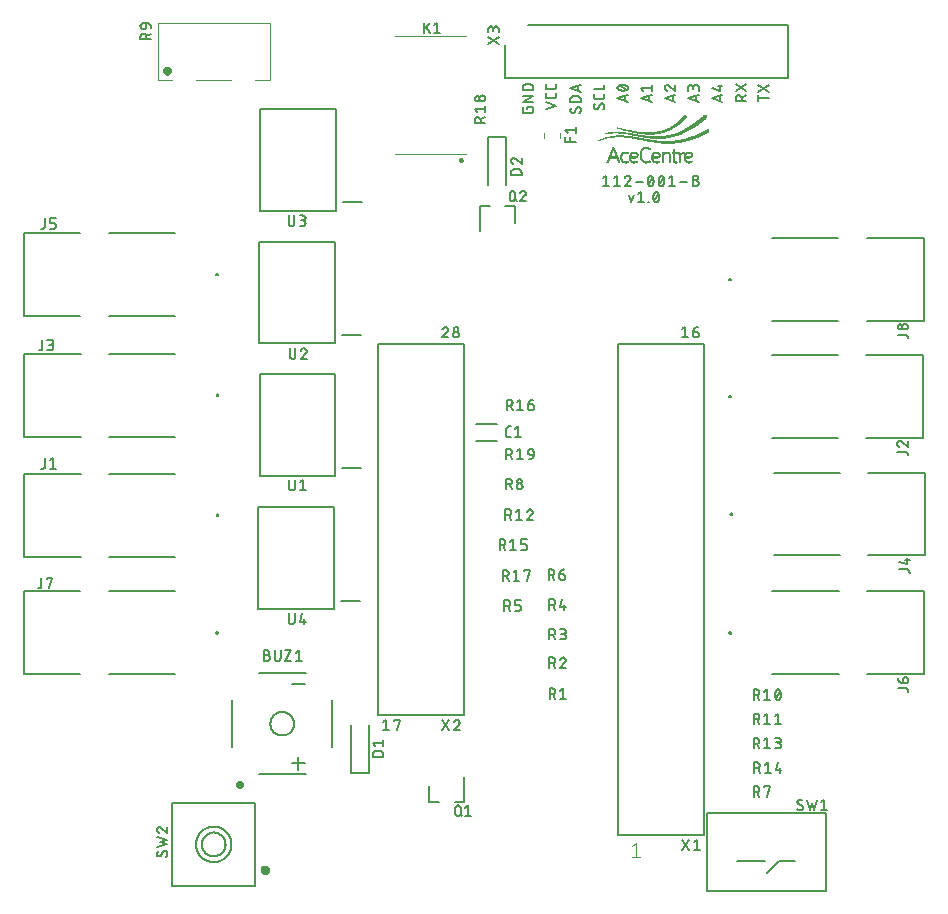
<source format=gto>
G04 EAGLE Gerber RS-274X export*
G75*
%MOMM*%
%FSLAX34Y34*%
%LPD*%
%INSilkscreen Top*%
%IPPOS*%
%AMOC8*
5,1,8,0,0,1.08239X$1,22.5*%
G01*
%ADD10C,0.127000*%
%ADD11C,0.152400*%
%ADD12R,0.180000X0.010000*%
%ADD13R,0.140000X0.010000*%
%ADD14R,0.200000X0.010000*%
%ADD15R,0.150000X0.010000*%
%ADD16R,0.120000X0.010000*%
%ADD17R,0.100000X0.010000*%
%ADD18R,0.090000X0.010000*%
%ADD19R,0.270000X0.010000*%
%ADD20R,0.310000X0.010000*%
%ADD21R,0.280000X0.010000*%
%ADD22R,0.350000X0.010000*%
%ADD23R,0.380000X0.010000*%
%ADD24R,0.130000X0.010000*%
%ADD25R,0.220000X0.010000*%
%ADD26R,0.400000X0.010000*%
%ADD27R,0.420000X0.010000*%
%ADD28R,0.440000X0.010000*%
%ADD29R,0.410000X0.010000*%
%ADD30R,0.240000X0.010000*%
%ADD31R,0.460000X0.010000*%
%ADD32R,0.470000X0.010000*%
%ADD33R,0.490000X0.010000*%
%ADD34R,0.250000X0.010000*%
%ADD35R,0.510000X0.010000*%
%ADD36R,0.540000X0.010000*%
%ADD37R,0.500000X0.010000*%
%ADD38R,0.260000X0.010000*%
%ADD39R,0.520000X0.010000*%
%ADD40R,0.590000X0.010000*%
%ADD41R,0.530000X0.010000*%
%ADD42R,0.640000X0.010000*%
%ADD43R,0.660000X0.010000*%
%ADD44R,0.550000X0.010000*%
%ADD45R,0.680000X0.010000*%
%ADD46R,0.560000X0.010000*%
%ADD47R,0.570000X0.010000*%
%ADD48R,0.210000X0.010000*%
%ADD49R,0.690000X0.010000*%
%ADD50R,0.060000X0.010000*%
%ADD51R,0.230000X0.010000*%
%ADD52R,0.160000X0.010000*%
%ADD53R,0.110000X0.010000*%
%ADD54R,0.190000X0.010000*%
%ADD55R,0.050000X0.010000*%
%ADD56R,0.070000X0.010000*%
%ADD57R,0.020000X0.010000*%
%ADD58R,0.030000X0.010000*%
%ADD59R,0.170000X0.010000*%
%ADD60R,0.830000X0.010000*%
%ADD61R,0.810000X0.010000*%
%ADD62R,0.620000X0.010000*%
%ADD63R,0.610000X0.010000*%
%ADD64R,0.800000X0.010000*%
%ADD65R,0.790000X0.010000*%
%ADD66R,0.780000X0.010000*%
%ADD67R,0.670000X0.010000*%
%ADD68R,0.770000X0.010000*%
%ADD69R,0.700000X0.010000*%
%ADD70R,0.760000X0.010000*%
%ADD71R,0.710000X0.010000*%
%ADD72R,0.750000X0.010000*%
%ADD73R,0.720000X0.010000*%
%ADD74R,0.740000X0.010000*%
%ADD75R,0.730000X0.010000*%
%ADD76R,0.080000X0.010000*%
%ADD77R,0.450000X0.010000*%
%ADD78R,0.480000X0.010000*%
%ADD79R,0.390000X0.010000*%
%ADD80R,0.340000X0.010000*%
%ADD81R,0.330000X0.010000*%
%ADD82R,0.300000X0.010000*%
%ADD83R,0.290000X0.010000*%
%ADD84R,0.040000X0.010000*%
%ADD85R,0.910000X0.010000*%
%ADD86R,1.170000X0.010000*%
%ADD87R,1.380000X0.010000*%
%ADD88R,1.570000X0.010000*%
%ADD89R,1.730000X0.010000*%
%ADD90R,1.880000X0.010000*%
%ADD91R,2.020000X0.010000*%
%ADD92R,2.160000X0.010000*%
%ADD93R,2.290000X0.010000*%
%ADD94R,2.400000X0.010000*%
%ADD95R,2.520000X0.010000*%
%ADD96R,2.630000X0.010000*%
%ADD97R,2.730000X0.010000*%
%ADD98R,2.840000X0.010000*%
%ADD99R,2.950000X0.010000*%
%ADD100R,1.540000X0.010000*%
%ADD101R,1.130000X0.010000*%
%ADD102R,1.270000X0.010000*%
%ADD103R,1.020000X0.010000*%
%ADD104R,0.950000X0.010000*%
%ADD105R,1.100000X0.010000*%
%ADD106R,0.890000X0.010000*%
%ADD107R,1.040000X0.010000*%
%ADD108R,0.860000X0.010000*%
%ADD109R,1.000000X0.010000*%
%ADD110R,0.820000X0.010000*%
%ADD111R,0.970000X0.010000*%
%ADD112R,0.930000X0.010000*%
%ADD113R,0.900000X0.010000*%
%ADD114R,0.840000X0.010000*%
%ADD115R,0.650000X0.010000*%
%ADD116R,0.630000X0.010000*%
%ADD117R,0.600000X0.010000*%
%ADD118R,1.320000X0.010000*%
%ADD119R,1.480000X0.010000*%
%ADD120R,1.630000X0.010000*%
%ADD121R,1.760000X0.010000*%
%ADD122R,1.890000X0.010000*%
%ADD123R,2.140000X0.010000*%
%ADD124R,0.360000X0.010000*%
%ADD125R,2.240000X0.010000*%
%ADD126R,2.350000X0.010000*%
%ADD127R,2.440000X0.010000*%
%ADD128R,2.550000X0.010000*%
%ADD129R,1.830000X0.010000*%
%ADD130R,2.650000X0.010000*%
%ADD131R,1.710000X0.010000*%
%ADD132R,1.110000X0.010000*%
%ADD133R,1.220000X0.010000*%
%ADD134R,0.960000X0.010000*%
%ADD135R,1.070000X0.010000*%
%ADD136R,1.430000X0.010000*%
%ADD137R,0.990000X0.010000*%
%ADD138R,1.280000X0.010000*%
%ADD139R,0.940000X0.010000*%
%ADD140R,0.880000X0.010000*%
%ADD141R,0.580000X0.010000*%
%ADD142R,0.850000X0.010000*%
%ADD143R,1.060000X0.010000*%
%ADD144R,1.240000X0.010000*%
%ADD145R,1.390000X0.010000*%
%ADD146R,1.530000X0.010000*%
%ADD147R,1.660000X0.010000*%
%ADD148R,1.770000X0.010000*%
%ADD149R,2.000000X0.010000*%
%ADD150R,0.430000X0.010000*%
%ADD151R,2.100000X0.010000*%
%ADD152R,1.600000X0.010000*%
%ADD153R,2.200000X0.010000*%
%ADD154R,1.460000X0.010000*%
%ADD155R,1.150000X0.010000*%
%ADD156R,0.370000X0.010000*%
%ADD157R,0.320000X0.010000*%
%ADD158C,0.100000*%
%ADD159C,0.508000*%
%ADD160C,0.254000*%
%ADD161C,0.200000*%
%ADD162C,0.406400*%
%ADD163C,0.300000*%
%ADD164C,0.101600*%


D10*
X501585Y589612D02*
X503561Y583685D01*
X505536Y589612D01*
X509321Y590599D02*
X511790Y592575D01*
X511790Y583685D01*
X509321Y583685D02*
X514260Y583685D01*
X517944Y583685D02*
X517944Y584179D01*
X518438Y584179D01*
X518438Y583685D01*
X517944Y583685D01*
X522122Y588130D02*
X522124Y588305D01*
X522130Y588480D01*
X522141Y588654D01*
X522155Y588829D01*
X522174Y589002D01*
X522197Y589176D01*
X522224Y589349D01*
X522255Y589521D01*
X522290Y589692D01*
X522330Y589862D01*
X522373Y590032D01*
X522421Y590200D01*
X522472Y590367D01*
X522527Y590533D01*
X522587Y590698D01*
X522650Y590861D01*
X522717Y591022D01*
X522788Y591182D01*
X522863Y591340D01*
X522864Y591341D02*
X522893Y591419D01*
X522925Y591497D01*
X522962Y591572D01*
X523001Y591646D01*
X523044Y591718D01*
X523090Y591789D01*
X523140Y591856D01*
X523192Y591922D01*
X523247Y591985D01*
X523306Y592045D01*
X523367Y592103D01*
X523430Y592158D01*
X523496Y592210D01*
X523565Y592259D01*
X523635Y592304D01*
X523707Y592347D01*
X523782Y592386D01*
X523858Y592421D01*
X523935Y592453D01*
X524014Y592481D01*
X524095Y592506D01*
X524176Y592527D01*
X524258Y592544D01*
X524341Y592558D01*
X524424Y592567D01*
X524508Y592573D01*
X524592Y592575D01*
X524676Y592573D01*
X524760Y592567D01*
X524843Y592558D01*
X524926Y592544D01*
X525008Y592527D01*
X525089Y592506D01*
X525170Y592481D01*
X525249Y592453D01*
X525326Y592421D01*
X525402Y592386D01*
X525477Y592347D01*
X525549Y592304D01*
X525620Y592259D01*
X525688Y592210D01*
X525754Y592158D01*
X525817Y592103D01*
X525878Y592045D01*
X525937Y591985D01*
X525992Y591922D01*
X526044Y591856D01*
X526094Y591789D01*
X526140Y591718D01*
X526183Y591646D01*
X526222Y591572D01*
X526259Y591497D01*
X526291Y591419D01*
X526320Y591340D01*
X526395Y591182D01*
X526466Y591022D01*
X526533Y590861D01*
X526596Y590698D01*
X526656Y590533D01*
X526711Y590367D01*
X526762Y590200D01*
X526810Y590032D01*
X526853Y589862D01*
X526893Y589692D01*
X526928Y589521D01*
X526959Y589349D01*
X526986Y589176D01*
X527009Y589002D01*
X527028Y588829D01*
X527042Y588654D01*
X527053Y588480D01*
X527059Y588305D01*
X527061Y588130D01*
X522123Y588130D02*
X522125Y587955D01*
X522131Y587780D01*
X522142Y587606D01*
X522156Y587431D01*
X522175Y587258D01*
X522198Y587084D01*
X522225Y586911D01*
X522256Y586739D01*
X522291Y586568D01*
X522331Y586398D01*
X522374Y586228D01*
X522422Y586060D01*
X522473Y585893D01*
X522528Y585727D01*
X522588Y585562D01*
X522651Y585399D01*
X522718Y585238D01*
X522789Y585078D01*
X522864Y584920D01*
X522864Y584919D02*
X522893Y584841D01*
X522925Y584763D01*
X522962Y584688D01*
X523001Y584614D01*
X523044Y584541D01*
X523090Y584471D01*
X523140Y584404D01*
X523192Y584338D01*
X523248Y584275D01*
X523306Y584215D01*
X523367Y584157D01*
X523430Y584102D01*
X523496Y584050D01*
X523565Y584001D01*
X523635Y583956D01*
X523707Y583913D01*
X523782Y583874D01*
X523858Y583839D01*
X523935Y583807D01*
X524014Y583779D01*
X524095Y583754D01*
X524176Y583733D01*
X524258Y583716D01*
X524341Y583702D01*
X524424Y583693D01*
X524508Y583687D01*
X524592Y583685D01*
X526320Y584920D02*
X526395Y585078D01*
X526466Y585238D01*
X526533Y585399D01*
X526596Y585562D01*
X526656Y585727D01*
X526711Y585893D01*
X526762Y586060D01*
X526810Y586228D01*
X526853Y586398D01*
X526893Y586568D01*
X526928Y586739D01*
X526959Y586911D01*
X526986Y587084D01*
X527009Y587258D01*
X527028Y587431D01*
X527042Y587606D01*
X527053Y587780D01*
X527059Y587955D01*
X527061Y588130D01*
X526320Y584919D02*
X526291Y584841D01*
X526259Y584763D01*
X526222Y584688D01*
X526183Y584614D01*
X526140Y584542D01*
X526094Y584471D01*
X526044Y584404D01*
X525992Y584338D01*
X525937Y584275D01*
X525878Y584215D01*
X525817Y584157D01*
X525754Y584102D01*
X525688Y584050D01*
X525620Y584001D01*
X525549Y583956D01*
X525477Y583913D01*
X525402Y583874D01*
X525326Y583839D01*
X525249Y583807D01*
X525170Y583779D01*
X525089Y583754D01*
X525008Y583733D01*
X524926Y583716D01*
X524843Y583702D01*
X524760Y583693D01*
X524676Y583687D01*
X524592Y583685D01*
X522616Y585661D02*
X526567Y590599D01*
X482054Y606375D02*
X479585Y604399D01*
X482054Y606375D02*
X482054Y597485D01*
X479585Y597485D02*
X484524Y597485D01*
X488729Y604399D02*
X491198Y606375D01*
X491198Y597485D01*
X488729Y597485D02*
X493668Y597485D01*
X500589Y606376D02*
X500681Y606374D01*
X500773Y606368D01*
X500864Y606359D01*
X500955Y606346D01*
X501045Y606329D01*
X501135Y606308D01*
X501223Y606284D01*
X501311Y606256D01*
X501397Y606224D01*
X501482Y606189D01*
X501565Y606150D01*
X501647Y606108D01*
X501727Y606063D01*
X501805Y606014D01*
X501881Y605962D01*
X501954Y605907D01*
X502026Y605849D01*
X502095Y605789D01*
X502161Y605725D01*
X502225Y605659D01*
X502285Y605590D01*
X502343Y605518D01*
X502398Y605445D01*
X502450Y605369D01*
X502499Y605291D01*
X502544Y605211D01*
X502586Y605129D01*
X502625Y605046D01*
X502660Y604961D01*
X502692Y604875D01*
X502720Y604787D01*
X502744Y604699D01*
X502765Y604609D01*
X502782Y604519D01*
X502795Y604428D01*
X502804Y604337D01*
X502810Y604245D01*
X502812Y604153D01*
X500589Y606375D02*
X500483Y606373D01*
X500378Y606367D01*
X500273Y606357D01*
X500168Y606344D01*
X500064Y606326D01*
X499961Y606305D01*
X499858Y606280D01*
X499756Y606251D01*
X499656Y606218D01*
X499557Y606182D01*
X499459Y606142D01*
X499363Y606098D01*
X499268Y606051D01*
X499176Y606001D01*
X499085Y605947D01*
X498996Y605889D01*
X498910Y605829D01*
X498826Y605765D01*
X498744Y605699D01*
X498664Y605629D01*
X498588Y605556D01*
X498514Y605481D01*
X498443Y605403D01*
X498375Y605322D01*
X498309Y605239D01*
X498247Y605153D01*
X498189Y605066D01*
X498133Y604976D01*
X498081Y604884D01*
X498032Y604790D01*
X497987Y604695D01*
X497945Y604598D01*
X497907Y604499D01*
X497873Y604400D01*
X502071Y602424D02*
X502140Y602493D01*
X502206Y602563D01*
X502269Y602637D01*
X502328Y602713D01*
X502385Y602791D01*
X502439Y602871D01*
X502489Y602954D01*
X502536Y603038D01*
X502579Y603125D01*
X502619Y603213D01*
X502655Y603302D01*
X502688Y603393D01*
X502717Y603485D01*
X502742Y603579D01*
X502763Y603673D01*
X502781Y603768D01*
X502794Y603864D01*
X502804Y603960D01*
X502810Y604056D01*
X502812Y604153D01*
X502071Y602424D02*
X497873Y597485D01*
X502812Y597485D01*
X507133Y600942D02*
X513059Y600942D01*
X517380Y601930D02*
X517382Y602105D01*
X517388Y602280D01*
X517399Y602454D01*
X517413Y602629D01*
X517432Y602802D01*
X517455Y602976D01*
X517482Y603149D01*
X517513Y603321D01*
X517548Y603492D01*
X517588Y603662D01*
X517631Y603832D01*
X517679Y604000D01*
X517730Y604167D01*
X517785Y604333D01*
X517845Y604498D01*
X517908Y604661D01*
X517975Y604822D01*
X518046Y604982D01*
X518121Y605140D01*
X518122Y605141D02*
X518151Y605219D01*
X518183Y605297D01*
X518220Y605372D01*
X518259Y605446D01*
X518302Y605518D01*
X518348Y605589D01*
X518398Y605656D01*
X518450Y605722D01*
X518505Y605785D01*
X518564Y605845D01*
X518625Y605903D01*
X518688Y605958D01*
X518754Y606010D01*
X518823Y606059D01*
X518893Y606104D01*
X518965Y606147D01*
X519040Y606186D01*
X519116Y606221D01*
X519193Y606253D01*
X519272Y606281D01*
X519353Y606306D01*
X519434Y606327D01*
X519516Y606344D01*
X519599Y606358D01*
X519682Y606367D01*
X519766Y606373D01*
X519850Y606375D01*
X519934Y606373D01*
X520018Y606367D01*
X520101Y606358D01*
X520184Y606344D01*
X520266Y606327D01*
X520347Y606306D01*
X520428Y606281D01*
X520507Y606253D01*
X520584Y606221D01*
X520660Y606186D01*
X520735Y606147D01*
X520807Y606104D01*
X520878Y606059D01*
X520946Y606010D01*
X521012Y605958D01*
X521075Y605903D01*
X521136Y605845D01*
X521195Y605785D01*
X521250Y605722D01*
X521302Y605656D01*
X521352Y605589D01*
X521398Y605518D01*
X521441Y605446D01*
X521480Y605372D01*
X521517Y605297D01*
X521549Y605219D01*
X521578Y605140D01*
X521653Y604982D01*
X521724Y604822D01*
X521791Y604661D01*
X521854Y604498D01*
X521914Y604333D01*
X521969Y604167D01*
X522020Y604000D01*
X522068Y603832D01*
X522111Y603662D01*
X522151Y603492D01*
X522186Y603321D01*
X522217Y603149D01*
X522244Y602976D01*
X522267Y602802D01*
X522286Y602629D01*
X522300Y602454D01*
X522311Y602280D01*
X522317Y602105D01*
X522319Y601930D01*
X517380Y601930D02*
X517382Y601755D01*
X517388Y601580D01*
X517399Y601406D01*
X517413Y601231D01*
X517432Y601058D01*
X517455Y600884D01*
X517482Y600711D01*
X517513Y600539D01*
X517548Y600368D01*
X517588Y600198D01*
X517631Y600028D01*
X517679Y599860D01*
X517730Y599693D01*
X517785Y599527D01*
X517845Y599362D01*
X517908Y599199D01*
X517975Y599038D01*
X518046Y598878D01*
X518121Y598720D01*
X518122Y598719D02*
X518151Y598641D01*
X518183Y598563D01*
X518220Y598488D01*
X518259Y598414D01*
X518302Y598341D01*
X518348Y598271D01*
X518398Y598204D01*
X518450Y598138D01*
X518506Y598075D01*
X518564Y598015D01*
X518625Y597957D01*
X518688Y597902D01*
X518754Y597850D01*
X518823Y597801D01*
X518893Y597756D01*
X518965Y597713D01*
X519040Y597674D01*
X519116Y597639D01*
X519193Y597607D01*
X519272Y597579D01*
X519353Y597554D01*
X519434Y597533D01*
X519516Y597516D01*
X519599Y597502D01*
X519682Y597493D01*
X519766Y597487D01*
X519850Y597485D01*
X521578Y598720D02*
X521653Y598878D01*
X521724Y599038D01*
X521791Y599199D01*
X521854Y599362D01*
X521914Y599527D01*
X521969Y599693D01*
X522020Y599860D01*
X522068Y600028D01*
X522111Y600198D01*
X522151Y600368D01*
X522186Y600539D01*
X522217Y600711D01*
X522244Y600884D01*
X522267Y601058D01*
X522286Y601231D01*
X522300Y601406D01*
X522311Y601580D01*
X522317Y601755D01*
X522319Y601930D01*
X521578Y598719D02*
X521549Y598641D01*
X521517Y598563D01*
X521480Y598488D01*
X521441Y598414D01*
X521398Y598342D01*
X521352Y598271D01*
X521302Y598204D01*
X521250Y598138D01*
X521195Y598075D01*
X521136Y598015D01*
X521075Y597957D01*
X521012Y597902D01*
X520946Y597850D01*
X520878Y597801D01*
X520807Y597756D01*
X520735Y597713D01*
X520660Y597674D01*
X520584Y597639D01*
X520507Y597607D01*
X520428Y597579D01*
X520347Y597554D01*
X520266Y597533D01*
X520184Y597516D01*
X520101Y597502D01*
X520018Y597493D01*
X519934Y597487D01*
X519850Y597485D01*
X517874Y599461D02*
X521825Y604399D01*
X526524Y601930D02*
X526526Y602105D01*
X526532Y602280D01*
X526543Y602454D01*
X526557Y602629D01*
X526576Y602802D01*
X526599Y602976D01*
X526626Y603149D01*
X526657Y603321D01*
X526692Y603492D01*
X526732Y603662D01*
X526775Y603832D01*
X526823Y604000D01*
X526874Y604167D01*
X526929Y604333D01*
X526989Y604498D01*
X527052Y604661D01*
X527119Y604822D01*
X527190Y604982D01*
X527265Y605140D01*
X527266Y605141D02*
X527295Y605219D01*
X527327Y605297D01*
X527364Y605372D01*
X527403Y605446D01*
X527446Y605518D01*
X527492Y605589D01*
X527542Y605656D01*
X527594Y605722D01*
X527649Y605785D01*
X527708Y605845D01*
X527769Y605903D01*
X527832Y605958D01*
X527898Y606010D01*
X527967Y606059D01*
X528037Y606104D01*
X528109Y606147D01*
X528184Y606186D01*
X528260Y606221D01*
X528337Y606253D01*
X528416Y606281D01*
X528497Y606306D01*
X528578Y606327D01*
X528660Y606344D01*
X528743Y606358D01*
X528826Y606367D01*
X528910Y606373D01*
X528994Y606375D01*
X529078Y606373D01*
X529162Y606367D01*
X529245Y606358D01*
X529328Y606344D01*
X529410Y606327D01*
X529491Y606306D01*
X529572Y606281D01*
X529651Y606253D01*
X529728Y606221D01*
X529804Y606186D01*
X529879Y606147D01*
X529951Y606104D01*
X530022Y606059D01*
X530090Y606010D01*
X530156Y605958D01*
X530219Y605903D01*
X530280Y605845D01*
X530339Y605785D01*
X530394Y605722D01*
X530446Y605656D01*
X530496Y605589D01*
X530542Y605518D01*
X530585Y605446D01*
X530624Y605372D01*
X530661Y605297D01*
X530693Y605219D01*
X530722Y605140D01*
X530797Y604982D01*
X530868Y604822D01*
X530935Y604661D01*
X530998Y604498D01*
X531058Y604333D01*
X531113Y604167D01*
X531164Y604000D01*
X531212Y603832D01*
X531255Y603662D01*
X531295Y603492D01*
X531330Y603321D01*
X531361Y603149D01*
X531388Y602976D01*
X531411Y602802D01*
X531430Y602629D01*
X531444Y602454D01*
X531455Y602280D01*
X531461Y602105D01*
X531463Y601930D01*
X526524Y601930D02*
X526526Y601755D01*
X526532Y601580D01*
X526543Y601406D01*
X526557Y601231D01*
X526576Y601058D01*
X526599Y600884D01*
X526626Y600711D01*
X526657Y600539D01*
X526692Y600368D01*
X526732Y600198D01*
X526775Y600028D01*
X526823Y599860D01*
X526874Y599693D01*
X526929Y599527D01*
X526989Y599362D01*
X527052Y599199D01*
X527119Y599038D01*
X527190Y598878D01*
X527265Y598720D01*
X527266Y598719D02*
X527295Y598641D01*
X527327Y598563D01*
X527364Y598488D01*
X527403Y598414D01*
X527446Y598341D01*
X527492Y598271D01*
X527542Y598204D01*
X527594Y598138D01*
X527650Y598075D01*
X527708Y598015D01*
X527769Y597957D01*
X527832Y597902D01*
X527898Y597850D01*
X527967Y597801D01*
X528037Y597756D01*
X528109Y597713D01*
X528184Y597674D01*
X528260Y597639D01*
X528337Y597607D01*
X528416Y597579D01*
X528497Y597554D01*
X528578Y597533D01*
X528660Y597516D01*
X528743Y597502D01*
X528826Y597493D01*
X528910Y597487D01*
X528994Y597485D01*
X530722Y598720D02*
X530797Y598878D01*
X530868Y599038D01*
X530935Y599199D01*
X530998Y599362D01*
X531058Y599527D01*
X531113Y599693D01*
X531164Y599860D01*
X531212Y600028D01*
X531255Y600198D01*
X531295Y600368D01*
X531330Y600539D01*
X531361Y600711D01*
X531388Y600884D01*
X531411Y601058D01*
X531430Y601231D01*
X531444Y601406D01*
X531455Y601580D01*
X531461Y601755D01*
X531463Y601930D01*
X530722Y598719D02*
X530693Y598641D01*
X530661Y598563D01*
X530624Y598488D01*
X530585Y598414D01*
X530542Y598342D01*
X530496Y598271D01*
X530446Y598204D01*
X530394Y598138D01*
X530339Y598075D01*
X530280Y598015D01*
X530219Y597957D01*
X530156Y597902D01*
X530090Y597850D01*
X530022Y597801D01*
X529951Y597756D01*
X529879Y597713D01*
X529804Y597674D01*
X529728Y597639D01*
X529651Y597607D01*
X529572Y597579D01*
X529491Y597554D01*
X529410Y597533D01*
X529328Y597516D01*
X529245Y597502D01*
X529162Y597493D01*
X529078Y597487D01*
X528994Y597485D01*
X527018Y599461D02*
X530969Y604399D01*
X535668Y604399D02*
X538138Y606375D01*
X538138Y597485D01*
X540607Y597485D02*
X535668Y597485D01*
X544928Y600942D02*
X550855Y600942D01*
X555654Y602424D02*
X558123Y602424D01*
X558123Y602423D02*
X558221Y602421D01*
X558319Y602415D01*
X558417Y602405D01*
X558514Y602392D01*
X558611Y602374D01*
X558707Y602353D01*
X558801Y602328D01*
X558895Y602299D01*
X558988Y602267D01*
X559079Y602230D01*
X559169Y602191D01*
X559257Y602147D01*
X559343Y602100D01*
X559428Y602050D01*
X559510Y601997D01*
X559590Y601940D01*
X559668Y601880D01*
X559743Y601817D01*
X559816Y601751D01*
X559886Y601682D01*
X559953Y601611D01*
X560018Y601537D01*
X560079Y601460D01*
X560138Y601381D01*
X560193Y601300D01*
X560245Y601217D01*
X560293Y601131D01*
X560338Y601044D01*
X560380Y600955D01*
X560418Y600865D01*
X560452Y600773D01*
X560483Y600680D01*
X560510Y600585D01*
X560533Y600490D01*
X560553Y600393D01*
X560568Y600297D01*
X560580Y600199D01*
X560588Y600101D01*
X560592Y600003D01*
X560592Y599905D01*
X560588Y599807D01*
X560580Y599709D01*
X560568Y599611D01*
X560553Y599515D01*
X560533Y599418D01*
X560510Y599323D01*
X560483Y599228D01*
X560452Y599135D01*
X560418Y599043D01*
X560380Y598953D01*
X560338Y598864D01*
X560293Y598777D01*
X560245Y598691D01*
X560193Y598608D01*
X560138Y598527D01*
X560079Y598448D01*
X560018Y598371D01*
X559953Y598297D01*
X559886Y598226D01*
X559816Y598157D01*
X559743Y598091D01*
X559668Y598028D01*
X559590Y597968D01*
X559510Y597911D01*
X559428Y597858D01*
X559343Y597808D01*
X559257Y597761D01*
X559169Y597717D01*
X559079Y597678D01*
X558988Y597641D01*
X558895Y597609D01*
X558801Y597580D01*
X558707Y597555D01*
X558611Y597534D01*
X558514Y597516D01*
X558417Y597503D01*
X558319Y597493D01*
X558221Y597487D01*
X558123Y597485D01*
X555654Y597485D01*
X555654Y606375D01*
X558123Y606375D01*
X558210Y606373D01*
X558298Y606367D01*
X558385Y606358D01*
X558471Y606344D01*
X558557Y606327D01*
X558641Y606306D01*
X558725Y606281D01*
X558808Y606252D01*
X558889Y606220D01*
X558969Y606185D01*
X559047Y606146D01*
X559124Y606103D01*
X559198Y606057D01*
X559270Y606008D01*
X559340Y605956D01*
X559408Y605900D01*
X559473Y605842D01*
X559536Y605781D01*
X559595Y605717D01*
X559652Y605650D01*
X559706Y605582D01*
X559757Y605510D01*
X559804Y605437D01*
X559849Y605362D01*
X559890Y605284D01*
X559927Y605205D01*
X559961Y605125D01*
X559991Y605043D01*
X560018Y604960D01*
X560041Y604875D01*
X560060Y604790D01*
X560075Y604704D01*
X560087Y604617D01*
X560095Y604530D01*
X560099Y604443D01*
X560099Y604355D01*
X560095Y604268D01*
X560087Y604181D01*
X560075Y604094D01*
X560060Y604008D01*
X560041Y603923D01*
X560018Y603838D01*
X559991Y603755D01*
X559961Y603673D01*
X559927Y603593D01*
X559890Y603514D01*
X559849Y603436D01*
X559804Y603361D01*
X559757Y603288D01*
X559706Y603216D01*
X559652Y603148D01*
X559595Y603081D01*
X559536Y603017D01*
X559473Y602956D01*
X559408Y602898D01*
X559340Y602842D01*
X559270Y602790D01*
X559198Y602741D01*
X559124Y602695D01*
X559047Y602652D01*
X558969Y602613D01*
X558889Y602578D01*
X558808Y602546D01*
X558725Y602517D01*
X558641Y602492D01*
X558557Y602471D01*
X558471Y602454D01*
X558385Y602440D01*
X558298Y602431D01*
X558210Y602425D01*
X558123Y602423D01*
X611135Y671857D02*
X620025Y671857D01*
X611135Y669388D02*
X611135Y674327D01*
X611135Y683355D02*
X620025Y677428D01*
X620025Y683355D02*
X611135Y677428D01*
X600825Y669454D02*
X591935Y669454D01*
X591935Y671923D01*
X591937Y672021D01*
X591943Y672119D01*
X591953Y672217D01*
X591966Y672314D01*
X591984Y672411D01*
X592005Y672507D01*
X592030Y672601D01*
X592059Y672695D01*
X592091Y672788D01*
X592128Y672879D01*
X592167Y672969D01*
X592211Y673057D01*
X592258Y673143D01*
X592308Y673228D01*
X592361Y673310D01*
X592418Y673390D01*
X592478Y673468D01*
X592541Y673543D01*
X592607Y673616D01*
X592676Y673686D01*
X592747Y673753D01*
X592821Y673818D01*
X592898Y673879D01*
X592977Y673938D01*
X593058Y673993D01*
X593141Y674045D01*
X593227Y674093D01*
X593314Y674138D01*
X593403Y674180D01*
X593493Y674218D01*
X593585Y674252D01*
X593678Y674283D01*
X593773Y674310D01*
X593868Y674333D01*
X593965Y674353D01*
X594061Y674368D01*
X594159Y674380D01*
X594257Y674388D01*
X594355Y674392D01*
X594453Y674392D01*
X594551Y674388D01*
X594649Y674380D01*
X594747Y674368D01*
X594843Y674353D01*
X594940Y674333D01*
X595035Y674310D01*
X595130Y674283D01*
X595223Y674252D01*
X595315Y674218D01*
X595405Y674180D01*
X595494Y674138D01*
X595581Y674093D01*
X595667Y674045D01*
X595750Y673993D01*
X595831Y673938D01*
X595910Y673879D01*
X595987Y673818D01*
X596061Y673753D01*
X596132Y673686D01*
X596201Y673616D01*
X596267Y673543D01*
X596330Y673468D01*
X596390Y673390D01*
X596447Y673310D01*
X596500Y673228D01*
X596550Y673143D01*
X596597Y673057D01*
X596641Y672969D01*
X596680Y672879D01*
X596717Y672788D01*
X596749Y672695D01*
X596778Y672601D01*
X596803Y672507D01*
X596824Y672411D01*
X596842Y672314D01*
X596855Y672217D01*
X596865Y672119D01*
X596871Y672021D01*
X596873Y671923D01*
X596874Y671923D02*
X596874Y669454D01*
X596874Y672417D02*
X600825Y674393D01*
X600825Y678028D02*
X591935Y683955D01*
X591935Y678028D02*
X600825Y683955D01*
X460725Y662293D02*
X460723Y662379D01*
X460717Y662465D01*
X460708Y662551D01*
X460695Y662636D01*
X460678Y662721D01*
X460658Y662804D01*
X460634Y662887D01*
X460606Y662969D01*
X460575Y663049D01*
X460540Y663128D01*
X460502Y663205D01*
X460460Y663281D01*
X460416Y663355D01*
X460368Y663426D01*
X460317Y663496D01*
X460263Y663563D01*
X460206Y663628D01*
X460146Y663690D01*
X460084Y663750D01*
X460019Y663807D01*
X459952Y663861D01*
X459882Y663912D01*
X459811Y663960D01*
X459737Y664004D01*
X459661Y664046D01*
X459584Y664084D01*
X459505Y664119D01*
X459425Y664150D01*
X459343Y664178D01*
X459260Y664202D01*
X459177Y664222D01*
X459092Y664239D01*
X459007Y664252D01*
X458921Y664261D01*
X458835Y664267D01*
X458749Y664269D01*
X460726Y662293D02*
X460724Y662166D01*
X460718Y662040D01*
X460709Y661913D01*
X460695Y661787D01*
X460678Y661662D01*
X460657Y661537D01*
X460632Y661412D01*
X460603Y661289D01*
X460571Y661166D01*
X460535Y661045D01*
X460495Y660924D01*
X460452Y660805D01*
X460405Y660688D01*
X460354Y660571D01*
X460300Y660457D01*
X460243Y660344D01*
X460182Y660233D01*
X460118Y660123D01*
X460050Y660016D01*
X459980Y659911D01*
X459906Y659808D01*
X459829Y659707D01*
X459749Y659609D01*
X459666Y659513D01*
X459580Y659420D01*
X459491Y659329D01*
X453811Y659576D02*
X453725Y659578D01*
X453639Y659584D01*
X453553Y659593D01*
X453468Y659606D01*
X453383Y659623D01*
X453300Y659643D01*
X453217Y659667D01*
X453135Y659695D01*
X453055Y659726D01*
X452976Y659761D01*
X452899Y659799D01*
X452823Y659841D01*
X452749Y659885D01*
X452678Y659933D01*
X452608Y659984D01*
X452541Y660038D01*
X452476Y660095D01*
X452414Y660155D01*
X452354Y660217D01*
X452297Y660282D01*
X452243Y660349D01*
X452192Y660419D01*
X452144Y660490D01*
X452100Y660564D01*
X452058Y660640D01*
X452020Y660717D01*
X451985Y660796D01*
X451954Y660876D01*
X451926Y660958D01*
X451902Y661041D01*
X451882Y661124D01*
X451865Y661209D01*
X451852Y661294D01*
X451843Y661380D01*
X451837Y661466D01*
X451835Y661552D01*
X451837Y661671D01*
X451843Y661790D01*
X451852Y661909D01*
X451866Y662027D01*
X451883Y662145D01*
X451904Y662263D01*
X451929Y662379D01*
X451957Y662495D01*
X451989Y662610D01*
X452025Y662723D01*
X452065Y662836D01*
X452108Y662947D01*
X452154Y663057D01*
X452204Y663165D01*
X452258Y663271D01*
X452315Y663376D01*
X452375Y663478D01*
X452439Y663579D01*
X452506Y663678D01*
X452576Y663774D01*
X455539Y660565D02*
X455494Y660491D01*
X455445Y660419D01*
X455393Y660349D01*
X455338Y660282D01*
X455280Y660217D01*
X455220Y660155D01*
X455157Y660096D01*
X455091Y660039D01*
X455023Y659985D01*
X454953Y659934D01*
X454881Y659886D01*
X454806Y659841D01*
X454730Y659800D01*
X454652Y659762D01*
X454572Y659727D01*
X454491Y659696D01*
X454409Y659668D01*
X454326Y659644D01*
X454242Y659624D01*
X454156Y659607D01*
X454071Y659594D01*
X453984Y659585D01*
X453898Y659579D01*
X453811Y659577D01*
X457021Y663280D02*
X457066Y663354D01*
X457115Y663426D01*
X457167Y663496D01*
X457222Y663563D01*
X457280Y663628D01*
X457340Y663690D01*
X457403Y663750D01*
X457469Y663806D01*
X457537Y663860D01*
X457607Y663911D01*
X457679Y663959D01*
X457754Y664004D01*
X457830Y664045D01*
X457908Y664083D01*
X457988Y664118D01*
X458069Y664149D01*
X458151Y664177D01*
X458234Y664201D01*
X458318Y664221D01*
X458404Y664238D01*
X458489Y664251D01*
X458576Y664260D01*
X458662Y664266D01*
X458749Y664268D01*
X457021Y663281D02*
X455539Y660564D01*
X451835Y668473D02*
X460725Y668473D01*
X451835Y668473D02*
X451835Y670943D01*
X451837Y671040D01*
X451843Y671137D01*
X451852Y671233D01*
X451865Y671329D01*
X451882Y671425D01*
X451903Y671519D01*
X451928Y671613D01*
X451956Y671706D01*
X451988Y671798D01*
X452023Y671888D01*
X452062Y671977D01*
X452104Y672064D01*
X452150Y672149D01*
X452199Y672233D01*
X452251Y672315D01*
X452307Y672394D01*
X452365Y672472D01*
X452427Y672546D01*
X452491Y672619D01*
X452558Y672689D01*
X452628Y672756D01*
X452701Y672820D01*
X452775Y672882D01*
X452853Y672940D01*
X452932Y672996D01*
X453014Y673048D01*
X453098Y673097D01*
X453183Y673143D01*
X453270Y673185D01*
X453359Y673224D01*
X453449Y673259D01*
X453541Y673291D01*
X453634Y673319D01*
X453728Y673344D01*
X453822Y673365D01*
X453918Y673382D01*
X454014Y673395D01*
X454110Y673404D01*
X454207Y673410D01*
X454304Y673412D01*
X458256Y673412D01*
X458353Y673410D01*
X458450Y673404D01*
X458546Y673395D01*
X458642Y673382D01*
X458738Y673365D01*
X458832Y673344D01*
X458926Y673319D01*
X459019Y673291D01*
X459111Y673259D01*
X459201Y673224D01*
X459290Y673185D01*
X459377Y673143D01*
X459462Y673097D01*
X459546Y673048D01*
X459628Y672996D01*
X459707Y672940D01*
X459785Y672882D01*
X459859Y672820D01*
X459932Y672756D01*
X460002Y672689D01*
X460069Y672619D01*
X460133Y672546D01*
X460195Y672472D01*
X460253Y672394D01*
X460309Y672315D01*
X460361Y672233D01*
X460410Y672149D01*
X460456Y672064D01*
X460498Y671977D01*
X460537Y671888D01*
X460572Y671798D01*
X460604Y671706D01*
X460632Y671613D01*
X460657Y671519D01*
X460678Y671425D01*
X460695Y671329D01*
X460708Y671233D01*
X460717Y671137D01*
X460723Y671040D01*
X460725Y670943D01*
X460725Y668473D01*
X460725Y677428D02*
X451835Y680392D01*
X460725Y683355D01*
X458503Y682614D02*
X458503Y678169D01*
X478749Y667456D02*
X478835Y667454D01*
X478921Y667448D01*
X479007Y667439D01*
X479092Y667426D01*
X479177Y667409D01*
X479260Y667389D01*
X479343Y667365D01*
X479425Y667337D01*
X479505Y667306D01*
X479584Y667271D01*
X479661Y667233D01*
X479737Y667191D01*
X479811Y667147D01*
X479882Y667099D01*
X479952Y667048D01*
X480019Y666994D01*
X480084Y666937D01*
X480146Y666877D01*
X480206Y666815D01*
X480263Y666750D01*
X480317Y666683D01*
X480368Y666613D01*
X480416Y666542D01*
X480460Y666468D01*
X480502Y666392D01*
X480540Y666315D01*
X480575Y666236D01*
X480606Y666156D01*
X480634Y666074D01*
X480658Y665991D01*
X480678Y665908D01*
X480695Y665823D01*
X480708Y665738D01*
X480717Y665652D01*
X480723Y665566D01*
X480725Y665480D01*
X480726Y665480D02*
X480724Y665353D01*
X480718Y665227D01*
X480709Y665100D01*
X480695Y664974D01*
X480678Y664849D01*
X480657Y664724D01*
X480632Y664599D01*
X480603Y664476D01*
X480571Y664353D01*
X480535Y664232D01*
X480495Y664111D01*
X480452Y663992D01*
X480405Y663875D01*
X480354Y663758D01*
X480300Y663644D01*
X480243Y663531D01*
X480182Y663420D01*
X480118Y663310D01*
X480050Y663203D01*
X479980Y663098D01*
X479906Y662995D01*
X479829Y662894D01*
X479749Y662796D01*
X479666Y662700D01*
X479580Y662607D01*
X479491Y662516D01*
X473811Y662763D02*
X473725Y662765D01*
X473639Y662771D01*
X473553Y662780D01*
X473468Y662793D01*
X473383Y662810D01*
X473300Y662830D01*
X473217Y662854D01*
X473135Y662882D01*
X473055Y662913D01*
X472976Y662948D01*
X472899Y662986D01*
X472823Y663028D01*
X472749Y663072D01*
X472678Y663120D01*
X472608Y663171D01*
X472541Y663225D01*
X472476Y663282D01*
X472414Y663342D01*
X472354Y663404D01*
X472297Y663469D01*
X472243Y663536D01*
X472192Y663606D01*
X472144Y663677D01*
X472100Y663751D01*
X472058Y663827D01*
X472020Y663904D01*
X471985Y663983D01*
X471954Y664063D01*
X471926Y664145D01*
X471902Y664228D01*
X471882Y664311D01*
X471865Y664396D01*
X471852Y664481D01*
X471843Y664567D01*
X471837Y664653D01*
X471835Y664739D01*
X471837Y664858D01*
X471843Y664977D01*
X471852Y665096D01*
X471866Y665214D01*
X471883Y665332D01*
X471904Y665450D01*
X471929Y665566D01*
X471957Y665682D01*
X471989Y665797D01*
X472025Y665910D01*
X472065Y666023D01*
X472108Y666134D01*
X472154Y666244D01*
X472204Y666352D01*
X472258Y666458D01*
X472315Y666563D01*
X472375Y666665D01*
X472439Y666766D01*
X472506Y666865D01*
X472576Y666961D01*
X475539Y663752D02*
X475494Y663678D01*
X475445Y663606D01*
X475393Y663536D01*
X475338Y663469D01*
X475280Y663404D01*
X475220Y663342D01*
X475157Y663283D01*
X475091Y663226D01*
X475023Y663172D01*
X474953Y663121D01*
X474881Y663073D01*
X474806Y663028D01*
X474730Y662987D01*
X474652Y662949D01*
X474572Y662914D01*
X474491Y662883D01*
X474409Y662855D01*
X474326Y662831D01*
X474242Y662811D01*
X474156Y662794D01*
X474071Y662781D01*
X473984Y662772D01*
X473898Y662766D01*
X473811Y662764D01*
X477021Y666467D02*
X477066Y666541D01*
X477115Y666613D01*
X477167Y666683D01*
X477222Y666750D01*
X477280Y666815D01*
X477340Y666877D01*
X477403Y666937D01*
X477469Y666993D01*
X477537Y667047D01*
X477607Y667098D01*
X477679Y667146D01*
X477754Y667191D01*
X477830Y667232D01*
X477908Y667270D01*
X477988Y667305D01*
X478069Y667336D01*
X478151Y667364D01*
X478234Y667388D01*
X478318Y667408D01*
X478404Y667425D01*
X478489Y667438D01*
X478576Y667447D01*
X478662Y667453D01*
X478749Y667455D01*
X477021Y666468D02*
X475539Y663752D01*
X480725Y673298D02*
X480725Y675273D01*
X480725Y673298D02*
X480723Y673209D01*
X480717Y673121D01*
X480707Y673033D01*
X480693Y672945D01*
X480675Y672858D01*
X480654Y672772D01*
X480628Y672687D01*
X480599Y672604D01*
X480566Y672521D01*
X480529Y672441D01*
X480489Y672362D01*
X480445Y672285D01*
X480398Y672209D01*
X480348Y672137D01*
X480294Y672066D01*
X480237Y671998D01*
X480177Y671932D01*
X480115Y671870D01*
X480049Y671810D01*
X479981Y671753D01*
X479910Y671699D01*
X479838Y671649D01*
X479763Y671602D01*
X479685Y671558D01*
X479606Y671518D01*
X479526Y671481D01*
X479443Y671448D01*
X479360Y671419D01*
X479275Y671393D01*
X479189Y671372D01*
X479102Y671354D01*
X479014Y671340D01*
X478926Y671330D01*
X478838Y671324D01*
X478749Y671322D01*
X473811Y671322D01*
X473722Y671324D01*
X473634Y671330D01*
X473546Y671340D01*
X473458Y671354D01*
X473371Y671372D01*
X473285Y671393D01*
X473200Y671419D01*
X473117Y671448D01*
X473034Y671481D01*
X472954Y671518D01*
X472875Y671558D01*
X472798Y671602D01*
X472722Y671649D01*
X472650Y671699D01*
X472579Y671753D01*
X472511Y671810D01*
X472445Y671870D01*
X472383Y671932D01*
X472323Y671998D01*
X472266Y672066D01*
X472212Y672137D01*
X472162Y672209D01*
X472115Y672284D01*
X472071Y672362D01*
X472031Y672441D01*
X471994Y672521D01*
X471961Y672604D01*
X471932Y672687D01*
X471906Y672772D01*
X471885Y672858D01*
X471867Y672945D01*
X471853Y673033D01*
X471843Y673121D01*
X471837Y673209D01*
X471835Y673298D01*
X471835Y675273D01*
X471835Y679304D02*
X480725Y679304D01*
X480725Y683255D01*
X439825Y665243D02*
X430935Y662280D01*
X430935Y668207D02*
X439825Y665243D01*
X439825Y673860D02*
X439825Y675835D01*
X439825Y673860D02*
X439823Y673771D01*
X439817Y673683D01*
X439807Y673595D01*
X439793Y673507D01*
X439775Y673420D01*
X439754Y673334D01*
X439728Y673249D01*
X439699Y673166D01*
X439666Y673083D01*
X439629Y673003D01*
X439589Y672924D01*
X439545Y672847D01*
X439498Y672771D01*
X439448Y672699D01*
X439394Y672628D01*
X439337Y672560D01*
X439277Y672494D01*
X439215Y672432D01*
X439149Y672372D01*
X439081Y672315D01*
X439010Y672261D01*
X438938Y672211D01*
X438863Y672164D01*
X438785Y672120D01*
X438706Y672080D01*
X438626Y672043D01*
X438543Y672010D01*
X438460Y671981D01*
X438375Y671955D01*
X438289Y671934D01*
X438202Y671916D01*
X438114Y671902D01*
X438026Y671892D01*
X437938Y671886D01*
X437849Y671884D01*
X432911Y671884D01*
X432822Y671886D01*
X432734Y671892D01*
X432646Y671902D01*
X432558Y671916D01*
X432471Y671934D01*
X432385Y671955D01*
X432300Y671981D01*
X432217Y672010D01*
X432134Y672043D01*
X432054Y672080D01*
X431975Y672120D01*
X431898Y672164D01*
X431822Y672211D01*
X431750Y672261D01*
X431679Y672315D01*
X431611Y672372D01*
X431545Y672432D01*
X431483Y672494D01*
X431423Y672560D01*
X431366Y672628D01*
X431312Y672699D01*
X431262Y672771D01*
X431215Y672846D01*
X431171Y672924D01*
X431131Y673003D01*
X431094Y673083D01*
X431061Y673166D01*
X431032Y673249D01*
X431006Y673334D01*
X430985Y673420D01*
X430967Y673507D01*
X430953Y673595D01*
X430943Y673683D01*
X430937Y673771D01*
X430935Y673860D01*
X430935Y675835D01*
X439825Y681479D02*
X439825Y683455D01*
X439825Y681479D02*
X439823Y681390D01*
X439817Y681302D01*
X439807Y681214D01*
X439793Y681126D01*
X439775Y681039D01*
X439754Y680953D01*
X439728Y680868D01*
X439699Y680785D01*
X439666Y680702D01*
X439629Y680622D01*
X439589Y680543D01*
X439545Y680466D01*
X439498Y680390D01*
X439448Y680318D01*
X439394Y680247D01*
X439337Y680179D01*
X439277Y680113D01*
X439215Y680051D01*
X439149Y679991D01*
X439081Y679934D01*
X439010Y679880D01*
X438938Y679830D01*
X438863Y679783D01*
X438785Y679739D01*
X438706Y679699D01*
X438626Y679662D01*
X438543Y679629D01*
X438460Y679600D01*
X438375Y679574D01*
X438289Y679553D01*
X438202Y679535D01*
X438114Y679521D01*
X438026Y679511D01*
X437938Y679505D01*
X437849Y679503D01*
X437849Y679504D02*
X432911Y679504D01*
X432911Y679503D02*
X432822Y679505D01*
X432734Y679511D01*
X432646Y679521D01*
X432558Y679535D01*
X432471Y679553D01*
X432385Y679574D01*
X432300Y679600D01*
X432217Y679629D01*
X432134Y679662D01*
X432054Y679699D01*
X431975Y679739D01*
X431898Y679783D01*
X431822Y679830D01*
X431750Y679880D01*
X431679Y679934D01*
X431611Y679991D01*
X431545Y680051D01*
X431483Y680113D01*
X431423Y680179D01*
X431366Y680247D01*
X431312Y680318D01*
X431262Y680390D01*
X431215Y680465D01*
X431171Y680543D01*
X431131Y680622D01*
X431094Y680702D01*
X431061Y680785D01*
X431032Y680868D01*
X431006Y680953D01*
X430985Y681039D01*
X430967Y681126D01*
X430953Y681214D01*
X430943Y681302D01*
X430937Y681390D01*
X430935Y681479D01*
X430935Y683455D01*
X415386Y664048D02*
X415386Y662566D01*
X415386Y664048D02*
X420325Y664048D01*
X420325Y661085D01*
X420323Y660996D01*
X420317Y660908D01*
X420307Y660820D01*
X420293Y660732D01*
X420275Y660645D01*
X420254Y660559D01*
X420228Y660474D01*
X420199Y660391D01*
X420166Y660308D01*
X420129Y660228D01*
X420089Y660149D01*
X420045Y660072D01*
X419998Y659996D01*
X419948Y659924D01*
X419894Y659853D01*
X419837Y659785D01*
X419777Y659719D01*
X419715Y659657D01*
X419649Y659597D01*
X419581Y659540D01*
X419510Y659486D01*
X419438Y659436D01*
X419363Y659389D01*
X419285Y659345D01*
X419206Y659305D01*
X419126Y659268D01*
X419043Y659235D01*
X418960Y659206D01*
X418875Y659180D01*
X418789Y659159D01*
X418702Y659141D01*
X418614Y659127D01*
X418526Y659117D01*
X418438Y659111D01*
X418349Y659109D01*
X413411Y659109D01*
X413322Y659111D01*
X413234Y659117D01*
X413146Y659127D01*
X413058Y659141D01*
X412971Y659159D01*
X412885Y659180D01*
X412800Y659206D01*
X412717Y659235D01*
X412634Y659268D01*
X412554Y659305D01*
X412475Y659345D01*
X412398Y659389D01*
X412322Y659436D01*
X412250Y659486D01*
X412179Y659540D01*
X412111Y659597D01*
X412045Y659657D01*
X411983Y659719D01*
X411923Y659785D01*
X411866Y659853D01*
X411812Y659924D01*
X411762Y659996D01*
X411715Y660071D01*
X411671Y660149D01*
X411631Y660228D01*
X411594Y660308D01*
X411561Y660391D01*
X411532Y660474D01*
X411506Y660559D01*
X411485Y660645D01*
X411467Y660732D01*
X411453Y660820D01*
X411443Y660908D01*
X411437Y660996D01*
X411435Y661085D01*
X411435Y664048D01*
X411435Y668863D02*
X420325Y668863D01*
X420325Y673801D02*
X411435Y668863D01*
X411435Y673801D02*
X420325Y673801D01*
X420325Y678616D02*
X411435Y678616D01*
X411435Y681086D01*
X411437Y681183D01*
X411443Y681280D01*
X411452Y681376D01*
X411465Y681472D01*
X411482Y681568D01*
X411503Y681662D01*
X411528Y681756D01*
X411556Y681849D01*
X411588Y681941D01*
X411623Y682031D01*
X411662Y682120D01*
X411704Y682207D01*
X411750Y682292D01*
X411799Y682376D01*
X411851Y682458D01*
X411907Y682537D01*
X411965Y682615D01*
X412027Y682689D01*
X412091Y682762D01*
X412158Y682832D01*
X412228Y682899D01*
X412301Y682963D01*
X412375Y683025D01*
X412453Y683083D01*
X412532Y683139D01*
X412614Y683191D01*
X412698Y683240D01*
X412783Y683286D01*
X412870Y683328D01*
X412959Y683367D01*
X413049Y683402D01*
X413141Y683434D01*
X413234Y683462D01*
X413328Y683487D01*
X413422Y683508D01*
X413518Y683525D01*
X413614Y683538D01*
X413710Y683547D01*
X413807Y683553D01*
X413904Y683555D01*
X417856Y683555D01*
X417953Y683553D01*
X418050Y683547D01*
X418146Y683538D01*
X418242Y683525D01*
X418338Y683508D01*
X418432Y683487D01*
X418526Y683462D01*
X418619Y683434D01*
X418711Y683402D01*
X418801Y683367D01*
X418890Y683328D01*
X418977Y683286D01*
X419062Y683240D01*
X419146Y683191D01*
X419228Y683139D01*
X419307Y683083D01*
X419385Y683025D01*
X419459Y682963D01*
X419532Y682899D01*
X419602Y682832D01*
X419669Y682762D01*
X419733Y682689D01*
X419795Y682615D01*
X419853Y682537D01*
X419909Y682458D01*
X419961Y682376D01*
X420010Y682292D01*
X420056Y682207D01*
X420098Y682120D01*
X420137Y682031D01*
X420172Y681941D01*
X420204Y681849D01*
X420232Y681756D01*
X420257Y681662D01*
X420278Y681568D01*
X420295Y681472D01*
X420308Y681376D01*
X420317Y681280D01*
X420323Y681183D01*
X420325Y681086D01*
X420325Y678616D01*
X491785Y671642D02*
X500675Y668678D01*
X500675Y674605D02*
X491785Y671642D01*
X498453Y673864D02*
X498453Y669419D01*
X496230Y678316D02*
X496055Y678318D01*
X495880Y678324D01*
X495706Y678335D01*
X495531Y678349D01*
X495358Y678368D01*
X495184Y678391D01*
X495011Y678418D01*
X494839Y678449D01*
X494668Y678484D01*
X494498Y678524D01*
X494328Y678567D01*
X494160Y678615D01*
X493993Y678666D01*
X493827Y678721D01*
X493662Y678781D01*
X493499Y678844D01*
X493338Y678911D01*
X493178Y678982D01*
X493020Y679057D01*
X493019Y679058D02*
X492941Y679087D01*
X492863Y679119D01*
X492788Y679156D01*
X492714Y679195D01*
X492642Y679238D01*
X492571Y679284D01*
X492504Y679334D01*
X492438Y679386D01*
X492375Y679441D01*
X492315Y679500D01*
X492257Y679561D01*
X492202Y679624D01*
X492150Y679690D01*
X492101Y679759D01*
X492056Y679829D01*
X492013Y679901D01*
X491974Y679976D01*
X491939Y680052D01*
X491907Y680129D01*
X491879Y680208D01*
X491854Y680289D01*
X491833Y680370D01*
X491816Y680452D01*
X491802Y680535D01*
X491793Y680618D01*
X491787Y680702D01*
X491785Y680786D01*
X491787Y680870D01*
X491793Y680954D01*
X491802Y681037D01*
X491816Y681120D01*
X491833Y681202D01*
X491854Y681283D01*
X491879Y681364D01*
X491907Y681443D01*
X491939Y681520D01*
X491974Y681596D01*
X492013Y681671D01*
X492056Y681743D01*
X492101Y681814D01*
X492150Y681882D01*
X492202Y681948D01*
X492257Y682011D01*
X492315Y682072D01*
X492375Y682131D01*
X492438Y682186D01*
X492504Y682238D01*
X492571Y682288D01*
X492642Y682334D01*
X492714Y682377D01*
X492788Y682416D01*
X492863Y682453D01*
X492941Y682485D01*
X493020Y682514D01*
X493178Y682589D01*
X493338Y682660D01*
X493499Y682727D01*
X493662Y682790D01*
X493827Y682850D01*
X493993Y682905D01*
X494160Y682956D01*
X494328Y683004D01*
X494498Y683047D01*
X494668Y683087D01*
X494839Y683122D01*
X495011Y683153D01*
X495184Y683180D01*
X495358Y683203D01*
X495531Y683222D01*
X495706Y683236D01*
X495880Y683247D01*
X496055Y683253D01*
X496230Y683255D01*
X496230Y678316D02*
X496405Y678318D01*
X496580Y678324D01*
X496754Y678335D01*
X496929Y678349D01*
X497102Y678368D01*
X497276Y678391D01*
X497449Y678418D01*
X497621Y678449D01*
X497792Y678484D01*
X497962Y678524D01*
X498132Y678567D01*
X498300Y678615D01*
X498467Y678666D01*
X498633Y678721D01*
X498798Y678781D01*
X498961Y678844D01*
X499122Y678911D01*
X499282Y678982D01*
X499440Y679057D01*
X499441Y679058D02*
X499519Y679087D01*
X499597Y679119D01*
X499672Y679156D01*
X499746Y679195D01*
X499819Y679238D01*
X499889Y679284D01*
X499956Y679334D01*
X500022Y679386D01*
X500085Y679442D01*
X500146Y679500D01*
X500203Y679561D01*
X500258Y679624D01*
X500310Y679690D01*
X500359Y679759D01*
X500404Y679829D01*
X500447Y679901D01*
X500486Y679976D01*
X500521Y680052D01*
X500553Y680130D01*
X500581Y680209D01*
X500606Y680289D01*
X500627Y680370D01*
X500644Y680452D01*
X500658Y680535D01*
X500667Y680618D01*
X500673Y680702D01*
X500675Y680786D01*
X499440Y682514D02*
X499282Y682589D01*
X499122Y682660D01*
X498961Y682727D01*
X498798Y682790D01*
X498633Y682850D01*
X498467Y682905D01*
X498300Y682956D01*
X498132Y683004D01*
X497962Y683047D01*
X497792Y683087D01*
X497621Y683122D01*
X497449Y683153D01*
X497276Y683180D01*
X497102Y683203D01*
X496929Y683222D01*
X496754Y683236D01*
X496580Y683247D01*
X496405Y683253D01*
X496230Y683255D01*
X499441Y682514D02*
X499519Y682485D01*
X499597Y682453D01*
X499672Y682416D01*
X499746Y682377D01*
X499819Y682334D01*
X499889Y682288D01*
X499956Y682238D01*
X500022Y682186D01*
X500085Y682130D01*
X500145Y682072D01*
X500203Y682011D01*
X500258Y681948D01*
X500310Y681882D01*
X500359Y681813D01*
X500404Y681743D01*
X500447Y681671D01*
X500486Y681596D01*
X500521Y681520D01*
X500553Y681443D01*
X500581Y681364D01*
X500606Y681283D01*
X500627Y681202D01*
X500644Y681120D01*
X500658Y681037D01*
X500667Y680954D01*
X500673Y680870D01*
X500675Y680786D01*
X498699Y678810D02*
X493761Y682761D01*
X511785Y671642D02*
X520675Y668678D01*
X520675Y674605D02*
X511785Y671642D01*
X518453Y673864D02*
X518453Y669419D01*
X513761Y678316D02*
X511785Y680786D01*
X520675Y680786D01*
X520675Y683255D02*
X520675Y678316D01*
X531785Y671642D02*
X540675Y668678D01*
X540675Y674605D02*
X531785Y671642D01*
X538453Y673864D02*
X538453Y669419D01*
X531785Y681033D02*
X531787Y681125D01*
X531793Y681217D01*
X531802Y681308D01*
X531815Y681399D01*
X531832Y681489D01*
X531853Y681579D01*
X531877Y681667D01*
X531905Y681755D01*
X531937Y681841D01*
X531972Y681926D01*
X532011Y682009D01*
X532053Y682091D01*
X532098Y682171D01*
X532147Y682249D01*
X532199Y682325D01*
X532254Y682398D01*
X532312Y682470D01*
X532372Y682539D01*
X532436Y682605D01*
X532502Y682669D01*
X532571Y682729D01*
X532643Y682787D01*
X532716Y682842D01*
X532792Y682894D01*
X532870Y682943D01*
X532950Y682988D01*
X533032Y683030D01*
X533115Y683069D01*
X533200Y683104D01*
X533286Y683136D01*
X533374Y683164D01*
X533462Y683188D01*
X533552Y683209D01*
X533642Y683226D01*
X533733Y683239D01*
X533824Y683248D01*
X533916Y683254D01*
X534008Y683256D01*
X531785Y681033D02*
X531787Y680927D01*
X531793Y680822D01*
X531803Y680717D01*
X531816Y680612D01*
X531834Y680508D01*
X531855Y680405D01*
X531880Y680302D01*
X531909Y680200D01*
X531942Y680100D01*
X531978Y680001D01*
X532018Y679903D01*
X532062Y679807D01*
X532109Y679712D01*
X532159Y679620D01*
X532213Y679529D01*
X532271Y679440D01*
X532331Y679354D01*
X532395Y679270D01*
X532461Y679188D01*
X532531Y679108D01*
X532604Y679032D01*
X532679Y678958D01*
X532757Y678887D01*
X532838Y678819D01*
X532921Y678753D01*
X533007Y678691D01*
X533094Y678633D01*
X533184Y678577D01*
X533276Y678525D01*
X533370Y678476D01*
X533465Y678431D01*
X533562Y678389D01*
X533661Y678351D01*
X533760Y678317D01*
X535737Y682514D02*
X535668Y682583D01*
X535598Y682649D01*
X535524Y682712D01*
X535448Y682771D01*
X535370Y682828D01*
X535290Y682882D01*
X535207Y682932D01*
X535123Y682979D01*
X535036Y683022D01*
X534948Y683062D01*
X534859Y683098D01*
X534768Y683131D01*
X534676Y683160D01*
X534582Y683185D01*
X534488Y683206D01*
X534393Y683224D01*
X534297Y683237D01*
X534201Y683247D01*
X534105Y683253D01*
X534008Y683255D01*
X535736Y682514D02*
X540675Y678316D01*
X540675Y683255D01*
X551785Y671642D02*
X560675Y668678D01*
X560675Y674605D02*
X551785Y671642D01*
X558453Y673864D02*
X558453Y669419D01*
X560675Y678316D02*
X560675Y680786D01*
X560673Y680884D01*
X560667Y680982D01*
X560657Y681080D01*
X560644Y681177D01*
X560626Y681274D01*
X560605Y681370D01*
X560580Y681464D01*
X560551Y681558D01*
X560519Y681651D01*
X560482Y681742D01*
X560443Y681832D01*
X560399Y681920D01*
X560352Y682006D01*
X560302Y682091D01*
X560249Y682173D01*
X560192Y682253D01*
X560132Y682331D01*
X560069Y682406D01*
X560003Y682479D01*
X559934Y682549D01*
X559863Y682616D01*
X559789Y682681D01*
X559712Y682742D01*
X559633Y682801D01*
X559552Y682856D01*
X559469Y682908D01*
X559383Y682956D01*
X559296Y683001D01*
X559207Y683043D01*
X559117Y683081D01*
X559025Y683115D01*
X558932Y683146D01*
X558837Y683173D01*
X558742Y683196D01*
X558645Y683216D01*
X558549Y683231D01*
X558451Y683243D01*
X558353Y683251D01*
X558255Y683255D01*
X558157Y683255D01*
X558059Y683251D01*
X557961Y683243D01*
X557863Y683231D01*
X557767Y683216D01*
X557670Y683196D01*
X557575Y683173D01*
X557480Y683146D01*
X557387Y683115D01*
X557295Y683081D01*
X557205Y683043D01*
X557116Y683001D01*
X557029Y682956D01*
X556943Y682908D01*
X556860Y682856D01*
X556779Y682801D01*
X556700Y682742D01*
X556623Y682681D01*
X556549Y682616D01*
X556478Y682549D01*
X556409Y682479D01*
X556343Y682406D01*
X556280Y682331D01*
X556220Y682253D01*
X556163Y682173D01*
X556110Y682091D01*
X556060Y682006D01*
X556013Y681920D01*
X555969Y681832D01*
X555930Y681742D01*
X555893Y681651D01*
X555861Y681558D01*
X555832Y681464D01*
X555807Y681370D01*
X555786Y681274D01*
X555768Y681177D01*
X555755Y681080D01*
X555745Y680982D01*
X555739Y680884D01*
X555737Y680786D01*
X551785Y681279D02*
X551785Y678316D01*
X551785Y681279D02*
X551787Y681366D01*
X551793Y681454D01*
X551802Y681541D01*
X551816Y681627D01*
X551833Y681713D01*
X551854Y681797D01*
X551879Y681881D01*
X551908Y681964D01*
X551940Y682045D01*
X551975Y682125D01*
X552014Y682203D01*
X552057Y682280D01*
X552103Y682354D01*
X552152Y682426D01*
X552204Y682496D01*
X552260Y682564D01*
X552318Y682629D01*
X552379Y682692D01*
X552443Y682751D01*
X552510Y682808D01*
X552578Y682862D01*
X552650Y682913D01*
X552723Y682960D01*
X552798Y683005D01*
X552876Y683046D01*
X552955Y683083D01*
X553035Y683117D01*
X553117Y683147D01*
X553200Y683174D01*
X553285Y683197D01*
X553370Y683216D01*
X553456Y683231D01*
X553543Y683243D01*
X553630Y683251D01*
X553717Y683255D01*
X553805Y683255D01*
X553892Y683251D01*
X553979Y683243D01*
X554066Y683231D01*
X554152Y683216D01*
X554237Y683197D01*
X554322Y683174D01*
X554405Y683147D01*
X554487Y683117D01*
X554567Y683083D01*
X554646Y683046D01*
X554724Y683005D01*
X554799Y682960D01*
X554872Y682913D01*
X554944Y682862D01*
X555012Y682808D01*
X555079Y682751D01*
X555143Y682692D01*
X555204Y682629D01*
X555262Y682564D01*
X555318Y682496D01*
X555370Y682426D01*
X555419Y682354D01*
X555465Y682280D01*
X555508Y682203D01*
X555547Y682125D01*
X555582Y682045D01*
X555614Y681964D01*
X555643Y681881D01*
X555668Y681797D01*
X555689Y681713D01*
X555706Y681627D01*
X555720Y681541D01*
X555729Y681454D01*
X555735Y681366D01*
X555737Y681279D01*
X555736Y681279D02*
X555736Y679304D01*
X571785Y671642D02*
X580675Y668678D01*
X580675Y674605D02*
X571785Y671642D01*
X578453Y673864D02*
X578453Y669419D01*
X578699Y678316D02*
X571785Y680292D01*
X578699Y678316D02*
X578699Y683255D01*
X576724Y681773D02*
X580675Y681773D01*
X395985Y246835D02*
X395985Y237945D01*
X395985Y246835D02*
X398454Y246835D01*
X398552Y246833D01*
X398650Y246827D01*
X398748Y246817D01*
X398845Y246804D01*
X398942Y246786D01*
X399038Y246765D01*
X399132Y246740D01*
X399226Y246711D01*
X399319Y246679D01*
X399410Y246642D01*
X399500Y246603D01*
X399588Y246559D01*
X399674Y246512D01*
X399759Y246462D01*
X399841Y246409D01*
X399921Y246352D01*
X399999Y246292D01*
X400074Y246229D01*
X400147Y246163D01*
X400217Y246094D01*
X400284Y246023D01*
X400349Y245949D01*
X400410Y245872D01*
X400469Y245793D01*
X400524Y245712D01*
X400576Y245629D01*
X400624Y245543D01*
X400669Y245456D01*
X400711Y245367D01*
X400749Y245277D01*
X400783Y245185D01*
X400814Y245092D01*
X400841Y244997D01*
X400864Y244902D01*
X400884Y244805D01*
X400899Y244709D01*
X400911Y244611D01*
X400919Y244513D01*
X400923Y244415D01*
X400923Y244317D01*
X400919Y244219D01*
X400911Y244121D01*
X400899Y244023D01*
X400884Y243927D01*
X400864Y243830D01*
X400841Y243735D01*
X400814Y243640D01*
X400783Y243547D01*
X400749Y243455D01*
X400711Y243365D01*
X400669Y243276D01*
X400624Y243189D01*
X400576Y243103D01*
X400524Y243020D01*
X400469Y242939D01*
X400410Y242860D01*
X400349Y242783D01*
X400284Y242709D01*
X400217Y242638D01*
X400147Y242569D01*
X400074Y242503D01*
X399999Y242440D01*
X399921Y242380D01*
X399841Y242323D01*
X399759Y242270D01*
X399674Y242220D01*
X399588Y242173D01*
X399500Y242129D01*
X399410Y242090D01*
X399319Y242053D01*
X399226Y242021D01*
X399132Y241992D01*
X399038Y241967D01*
X398942Y241946D01*
X398845Y241928D01*
X398748Y241915D01*
X398650Y241905D01*
X398552Y241899D01*
X398454Y241897D01*
X398454Y241896D02*
X395985Y241896D01*
X398948Y241896D02*
X400924Y237945D01*
X405054Y237945D02*
X408017Y237945D01*
X408106Y237947D01*
X408194Y237953D01*
X408282Y237963D01*
X408370Y237977D01*
X408457Y237995D01*
X408543Y238016D01*
X408628Y238042D01*
X408711Y238071D01*
X408794Y238104D01*
X408874Y238141D01*
X408953Y238181D01*
X409030Y238225D01*
X409106Y238272D01*
X409178Y238322D01*
X409249Y238376D01*
X409317Y238433D01*
X409383Y238493D01*
X409445Y238555D01*
X409505Y238621D01*
X409562Y238689D01*
X409616Y238760D01*
X409666Y238832D01*
X409713Y238907D01*
X409757Y238985D01*
X409797Y239064D01*
X409834Y239144D01*
X409867Y239227D01*
X409896Y239310D01*
X409922Y239395D01*
X409943Y239481D01*
X409961Y239568D01*
X409975Y239656D01*
X409985Y239744D01*
X409991Y239832D01*
X409993Y239921D01*
X409992Y239921D02*
X409992Y240908D01*
X409993Y240908D02*
X409991Y240994D01*
X409985Y241080D01*
X409976Y241166D01*
X409963Y241251D01*
X409946Y241336D01*
X409926Y241419D01*
X409902Y241502D01*
X409874Y241584D01*
X409843Y241664D01*
X409808Y241743D01*
X409770Y241820D01*
X409728Y241896D01*
X409684Y241970D01*
X409636Y242041D01*
X409585Y242111D01*
X409531Y242178D01*
X409474Y242243D01*
X409414Y242305D01*
X409352Y242365D01*
X409287Y242422D01*
X409220Y242476D01*
X409150Y242527D01*
X409079Y242575D01*
X409005Y242619D01*
X408929Y242661D01*
X408852Y242699D01*
X408773Y242734D01*
X408693Y242765D01*
X408611Y242793D01*
X408528Y242817D01*
X408445Y242837D01*
X408360Y242854D01*
X408275Y242867D01*
X408189Y242876D01*
X408103Y242882D01*
X408017Y242884D01*
X405054Y242884D01*
X405054Y246835D01*
X409992Y246835D01*
D11*
X362210Y96700D02*
X362210Y75730D01*
X332210Y75730D02*
X332210Y89730D01*
X353800Y75730D02*
X362210Y75730D01*
X340620Y75730D02*
X332210Y75730D01*
D10*
X354275Y70596D02*
X354275Y66644D01*
X354275Y70596D02*
X354277Y70694D01*
X354283Y70792D01*
X354293Y70890D01*
X354306Y70987D01*
X354324Y71084D01*
X354345Y71180D01*
X354370Y71274D01*
X354399Y71368D01*
X354431Y71461D01*
X354468Y71552D01*
X354507Y71642D01*
X354551Y71730D01*
X354598Y71816D01*
X354648Y71901D01*
X354701Y71983D01*
X354758Y72063D01*
X354818Y72141D01*
X354881Y72216D01*
X354947Y72289D01*
X355016Y72359D01*
X355087Y72426D01*
X355161Y72491D01*
X355238Y72552D01*
X355317Y72611D01*
X355398Y72666D01*
X355481Y72718D01*
X355567Y72766D01*
X355654Y72811D01*
X355743Y72853D01*
X355833Y72891D01*
X355925Y72925D01*
X356018Y72956D01*
X356113Y72983D01*
X356208Y73006D01*
X356305Y73026D01*
X356401Y73041D01*
X356499Y73053D01*
X356597Y73061D01*
X356695Y73065D01*
X356793Y73065D01*
X356891Y73061D01*
X356989Y73053D01*
X357087Y73041D01*
X357183Y73026D01*
X357280Y73006D01*
X357375Y72983D01*
X357470Y72956D01*
X357563Y72925D01*
X357655Y72891D01*
X357745Y72853D01*
X357834Y72811D01*
X357921Y72766D01*
X358007Y72718D01*
X358090Y72666D01*
X358171Y72611D01*
X358250Y72552D01*
X358327Y72491D01*
X358401Y72426D01*
X358472Y72359D01*
X358541Y72289D01*
X358607Y72216D01*
X358670Y72141D01*
X358730Y72063D01*
X358787Y71983D01*
X358840Y71901D01*
X358890Y71816D01*
X358937Y71730D01*
X358981Y71642D01*
X359020Y71552D01*
X359057Y71461D01*
X359089Y71368D01*
X359118Y71274D01*
X359143Y71180D01*
X359164Y71084D01*
X359182Y70987D01*
X359195Y70890D01*
X359205Y70792D01*
X359211Y70694D01*
X359213Y70596D01*
X359214Y70596D02*
X359214Y66644D01*
X359213Y66644D02*
X359211Y66546D01*
X359205Y66448D01*
X359195Y66350D01*
X359182Y66253D01*
X359164Y66156D01*
X359143Y66060D01*
X359118Y65966D01*
X359089Y65872D01*
X359057Y65779D01*
X359020Y65688D01*
X358981Y65598D01*
X358937Y65510D01*
X358890Y65424D01*
X358840Y65339D01*
X358787Y65257D01*
X358730Y65177D01*
X358670Y65099D01*
X358607Y65024D01*
X358541Y64951D01*
X358472Y64881D01*
X358401Y64814D01*
X358327Y64749D01*
X358250Y64688D01*
X358171Y64629D01*
X358090Y64574D01*
X358007Y64522D01*
X357921Y64474D01*
X357834Y64429D01*
X357745Y64387D01*
X357655Y64349D01*
X357563Y64315D01*
X357470Y64284D01*
X357375Y64257D01*
X357280Y64234D01*
X357183Y64214D01*
X357087Y64199D01*
X356989Y64187D01*
X356891Y64179D01*
X356793Y64175D01*
X356695Y64175D01*
X356597Y64179D01*
X356499Y64187D01*
X356401Y64199D01*
X356305Y64214D01*
X356208Y64234D01*
X356113Y64257D01*
X356018Y64284D01*
X355925Y64315D01*
X355833Y64349D01*
X355743Y64387D01*
X355654Y64429D01*
X355567Y64474D01*
X355481Y64522D01*
X355398Y64574D01*
X355317Y64629D01*
X355238Y64688D01*
X355161Y64749D01*
X355087Y64814D01*
X355016Y64881D01*
X354947Y64951D01*
X354881Y65024D01*
X354818Y65099D01*
X354758Y65177D01*
X354701Y65257D01*
X354648Y65339D01*
X354598Y65424D01*
X354551Y65510D01*
X354507Y65598D01*
X354468Y65688D01*
X354431Y65779D01*
X354399Y65872D01*
X354370Y65966D01*
X354345Y66060D01*
X354324Y66156D01*
X354306Y66253D01*
X354293Y66350D01*
X354283Y66448D01*
X354277Y66546D01*
X354275Y66644D01*
X358226Y66151D02*
X360202Y64175D01*
X363040Y71089D02*
X365509Y73065D01*
X365509Y64175D01*
X363040Y64175D02*
X367979Y64175D01*
D12*
X498610Y616550D03*
D13*
X506110Y616550D03*
D14*
X516310Y616550D03*
D15*
X524860Y616550D03*
D16*
X541210Y616550D03*
D15*
X552460Y616550D03*
D17*
X483310Y616650D03*
D18*
X493460Y616650D03*
D19*
X498660Y616650D03*
X506160Y616650D03*
D20*
X516260Y616650D03*
D21*
X524910Y616650D03*
D12*
X541210Y616650D03*
D21*
X552510Y616650D03*
D16*
X483310Y616750D03*
X493410Y616750D03*
D22*
X498660Y616750D03*
X506160Y616750D03*
D23*
X516310Y616750D03*
D22*
X524960Y616750D03*
D16*
X530110Y616750D03*
D24*
X536460Y616750D03*
D25*
X541210Y616750D03*
D16*
X544310Y616750D03*
D22*
X552560Y616750D03*
D24*
X483360Y616850D03*
D16*
X493410Y616850D03*
D26*
X498710Y616850D03*
D27*
X506210Y616850D03*
D28*
X516310Y616850D03*
D29*
X524960Y616850D03*
D16*
X530110Y616850D03*
D24*
X536460Y616850D03*
D30*
X541110Y616850D03*
D16*
X544310Y616850D03*
D29*
X552560Y616850D03*
D24*
X483360Y616950D03*
X493360Y616950D03*
D31*
X498810Y616950D03*
D32*
X506260Y616950D03*
D33*
X516360Y616950D03*
D32*
X525060Y616950D03*
D16*
X530110Y616950D03*
D24*
X536460Y616950D03*
D34*
X541060Y616950D03*
D16*
X544310Y616950D03*
D32*
X552660Y616950D03*
D24*
X483460Y617050D03*
X493360Y617050D03*
D33*
X498760Y617050D03*
D35*
X506260Y617050D03*
D36*
X516410Y617050D03*
D37*
X525010Y617050D03*
D16*
X530110Y617050D03*
D24*
X536460Y617050D03*
D38*
X541010Y617050D03*
D16*
X544310Y617050D03*
D37*
X552610Y617050D03*
D24*
X483460Y617150D03*
X493260Y617150D03*
D35*
X498660Y617150D03*
D39*
X506210Y617150D03*
D40*
X516460Y617150D03*
D41*
X524960Y617150D03*
D16*
X530110Y617150D03*
D24*
X536460Y617150D03*
D38*
X540910Y617150D03*
D16*
X544310Y617150D03*
D39*
X552510Y617150D03*
D24*
X483460Y617250D03*
X493260Y617250D03*
D39*
X498610Y617250D03*
D36*
X506110Y617250D03*
D42*
X516510Y617250D03*
D41*
X524860Y617250D03*
D16*
X530110Y617250D03*
D24*
X536460Y617250D03*
D19*
X540860Y617250D03*
D16*
X544310Y617250D03*
D41*
X552460Y617250D03*
D24*
X483560Y617350D03*
D16*
X493210Y617350D03*
D39*
X498510Y617350D03*
D36*
X506010Y617350D03*
D43*
X516510Y617350D03*
D36*
X524810Y617350D03*
D16*
X530110Y617350D03*
D24*
X536460Y617350D03*
D19*
X540760Y617350D03*
D16*
X544310Y617350D03*
D44*
X552360Y617350D03*
D24*
X483560Y617450D03*
X493160Y617450D03*
D36*
X498410Y617450D03*
D44*
X505960Y617450D03*
D45*
X516410Y617450D03*
D46*
X524710Y617450D03*
D16*
X530110Y617450D03*
D24*
X536460Y617450D03*
D19*
X540760Y617450D03*
D16*
X544310Y617450D03*
D46*
X552310Y617450D03*
D24*
X483660Y617550D03*
X493160Y617550D03*
D44*
X498360Y617550D03*
D46*
X505910Y617550D03*
D45*
X516310Y617550D03*
D47*
X524660Y617550D03*
D16*
X530110Y617550D03*
D24*
X536460Y617550D03*
D19*
X540660Y617550D03*
D16*
X544310Y617550D03*
D46*
X552210Y617550D03*
D24*
X483660Y617650D03*
X493060Y617650D03*
D21*
X496910Y617650D03*
D48*
X499960Y617650D03*
D47*
X505860Y617650D03*
D49*
X516260Y617650D03*
D47*
X524560Y617650D03*
D16*
X530110Y617650D03*
D24*
X536460Y617650D03*
D12*
X540210Y617650D03*
D50*
X541710Y617650D03*
D16*
X544310Y617650D03*
D47*
X552160Y617650D03*
D16*
X483710Y617750D03*
D24*
X493060Y617750D03*
D51*
X496560Y617750D03*
D13*
X500310Y617750D03*
D30*
X504110Y617750D03*
D15*
X507860Y617750D03*
D19*
X514060Y617750D03*
D30*
X518410Y617750D03*
X522810Y617750D03*
D52*
X526610Y617750D03*
D16*
X530110Y617750D03*
D24*
X536460Y617750D03*
D52*
X540010Y617750D03*
D16*
X544310Y617750D03*
D30*
X550410Y617750D03*
D52*
X554210Y617750D03*
D24*
X483760Y617850D03*
D16*
X493010Y617850D03*
D14*
X496410Y617850D03*
D17*
X500510Y617850D03*
D48*
X503860Y617850D03*
D53*
X508060Y617850D03*
D34*
X513760Y617850D03*
D54*
X518660Y617850D03*
D48*
X522660Y617850D03*
D53*
X526860Y617850D03*
D16*
X530110Y617850D03*
D24*
X536460Y617850D03*
D15*
X539960Y617850D03*
D16*
X544310Y617850D03*
D48*
X550160Y617850D03*
D53*
X554460Y617850D03*
D24*
X483760Y617950D03*
X492960Y617950D03*
D54*
X496260Y617950D03*
D55*
X500660Y617950D03*
D54*
X503660Y617950D03*
D56*
X508260Y617950D03*
D51*
X513560Y617950D03*
D15*
X518860Y617950D03*
D54*
X522460Y617950D03*
D56*
X526960Y617950D03*
D16*
X530110Y617950D03*
D24*
X536460Y617950D03*
D13*
X539910Y617950D03*
D16*
X544310Y617950D03*
D54*
X550060Y617950D03*
D56*
X554560Y617950D03*
D24*
X483860Y618050D03*
X492960Y618050D03*
D12*
X496110Y618050D03*
D57*
X500810Y618050D03*
D12*
X503510Y618050D03*
D58*
X508360Y618050D03*
D48*
X513360Y618050D03*
D53*
X518960Y618050D03*
D12*
X522310Y618050D03*
D58*
X527160Y618050D03*
D16*
X530110Y618050D03*
D24*
X536460Y618050D03*
D13*
X539810Y618050D03*
D16*
X544310Y618050D03*
D12*
X549910Y618050D03*
D58*
X554760Y618050D03*
D24*
X483860Y618150D03*
X492860Y618150D03*
D59*
X495960Y618150D03*
X503460Y618150D03*
D54*
X513260Y618150D03*
D18*
X519060Y618150D03*
D59*
X522160Y618150D03*
D16*
X530110Y618150D03*
D24*
X536460Y618150D03*
X539760Y618150D03*
D16*
X544310Y618150D03*
D59*
X549760Y618150D03*
D16*
X483910Y618250D03*
D24*
X492860Y618250D03*
D52*
X495910Y618250D03*
X503310Y618250D03*
D54*
X513160Y618250D03*
D50*
X519210Y618250D03*
D52*
X522110Y618250D03*
D16*
X530110Y618250D03*
D24*
X536460Y618250D03*
X539760Y618250D03*
D16*
X544310Y618250D03*
D52*
X549710Y618250D03*
D24*
X483960Y618350D03*
D16*
X492810Y618350D03*
D52*
X495810Y618350D03*
D15*
X503260Y618350D03*
D12*
X513010Y618350D03*
D57*
X519310Y618350D03*
D52*
X522010Y618350D03*
D16*
X530110Y618350D03*
D24*
X536460Y618350D03*
X539760Y618350D03*
D16*
X544310Y618350D03*
D52*
X549610Y618350D03*
D24*
X483960Y618450D03*
X492760Y618450D03*
D15*
X495760Y618450D03*
X503160Y618450D03*
D12*
X512910Y618450D03*
D15*
X521960Y618450D03*
D16*
X530110Y618450D03*
D24*
X536460Y618450D03*
D16*
X539710Y618450D03*
X544310Y618450D03*
D13*
X549510Y618450D03*
D24*
X484060Y618550D03*
D16*
X492710Y618550D03*
D15*
X495660Y618550D03*
D13*
X503110Y618550D03*
D12*
X512810Y618550D03*
D15*
X521860Y618550D03*
D16*
X530110Y618550D03*
D24*
X536460Y618550D03*
D16*
X539710Y618550D03*
X544310Y618550D03*
D13*
X549410Y618550D03*
D24*
X484060Y618650D03*
X492660Y618650D03*
D13*
X495610Y618650D03*
X503010Y618650D03*
D52*
X512710Y618650D03*
D13*
X521810Y618650D03*
D16*
X530110Y618650D03*
D24*
X536460Y618650D03*
X539660Y618650D03*
D16*
X544310Y618650D03*
D13*
X549410Y618650D03*
D24*
X484160Y618750D03*
X492660Y618750D03*
D15*
X495560Y618750D03*
D24*
X502960Y618750D03*
D52*
X512610Y618750D03*
D13*
X521710Y618750D03*
D16*
X530110Y618750D03*
D24*
X536460Y618750D03*
X539660Y618750D03*
D16*
X544310Y618750D03*
D13*
X549310Y618750D03*
D24*
X484160Y618850D03*
D16*
X492610Y618850D03*
D13*
X495510Y618850D03*
X502910Y618850D03*
D15*
X512560Y618850D03*
D24*
X521660Y618850D03*
D16*
X530110Y618850D03*
D24*
X536460Y618850D03*
X539660Y618850D03*
D16*
X544310Y618850D03*
D24*
X549260Y618850D03*
X484160Y618950D03*
X492560Y618950D03*
D13*
X495410Y618950D03*
D24*
X502860Y618950D03*
D52*
X512510Y618950D03*
D13*
X521610Y618950D03*
D16*
X530110Y618950D03*
D24*
X536460Y618950D03*
X539660Y618950D03*
D16*
X544310Y618950D03*
D24*
X549160Y618950D03*
X484260Y619050D03*
D16*
X492510Y619050D03*
D13*
X495410Y619050D03*
D24*
X502760Y619050D03*
D52*
X512410Y619050D03*
D24*
X521560Y619050D03*
D16*
X530110Y619050D03*
D24*
X536460Y619050D03*
X539660Y619050D03*
D16*
X544310Y619050D03*
D24*
X549160Y619050D03*
X484260Y619150D03*
X492460Y619150D03*
X495360Y619150D03*
X502760Y619150D03*
D15*
X512360Y619150D03*
D16*
X521510Y619150D03*
X530110Y619150D03*
D24*
X536460Y619150D03*
X539660Y619150D03*
D16*
X544310Y619150D03*
X549110Y619150D03*
D24*
X484360Y619250D03*
X492460Y619250D03*
D13*
X495310Y619250D03*
D16*
X502710Y619250D03*
D15*
X512260Y619250D03*
D24*
X521460Y619250D03*
D16*
X530110Y619250D03*
D24*
X536460Y619250D03*
X539660Y619250D03*
D16*
X544310Y619250D03*
D24*
X549060Y619250D03*
X484360Y619350D03*
D16*
X492410Y619350D03*
D24*
X495260Y619350D03*
X502660Y619350D03*
D15*
X512260Y619350D03*
D24*
X521460Y619350D03*
D16*
X530110Y619350D03*
D24*
X536460Y619350D03*
X539660Y619350D03*
D16*
X544310Y619350D03*
X549010Y619350D03*
X484410Y619450D03*
D24*
X492360Y619450D03*
X495260Y619450D03*
X502660Y619450D03*
D15*
X512160Y619450D03*
D16*
X521410Y619450D03*
X530110Y619450D03*
D24*
X536460Y619450D03*
X539660Y619450D03*
D16*
X544310Y619450D03*
X549010Y619450D03*
D24*
X484460Y619550D03*
D16*
X492310Y619550D03*
D24*
X495260Y619550D03*
D16*
X502610Y619550D03*
D13*
X512110Y619550D03*
D16*
X521410Y619550D03*
X530110Y619550D03*
D24*
X536460Y619550D03*
X539660Y619550D03*
D16*
X544310Y619550D03*
D24*
X548960Y619550D03*
X484460Y619650D03*
X492260Y619650D03*
X495160Y619650D03*
D16*
X502610Y619650D03*
D15*
X512060Y619650D03*
D24*
X521360Y619650D03*
D16*
X530110Y619650D03*
D24*
X536460Y619650D03*
X539660Y619650D03*
D16*
X544310Y619650D03*
X548910Y619650D03*
D24*
X484560Y619750D03*
X492260Y619750D03*
X495160Y619750D03*
D16*
X502610Y619750D03*
D13*
X512010Y619750D03*
D16*
X521310Y619750D03*
X530110Y619750D03*
D24*
X536460Y619750D03*
X539660Y619750D03*
D16*
X544310Y619750D03*
X548910Y619750D03*
D24*
X484560Y619850D03*
D16*
X492210Y619850D03*
D24*
X495160Y619850D03*
D16*
X502510Y619850D03*
D13*
X512010Y619850D03*
D16*
X521310Y619850D03*
X530110Y619850D03*
D24*
X536460Y619850D03*
X539660Y619850D03*
D16*
X544310Y619850D03*
X548910Y619850D03*
X484610Y619950D03*
D24*
X492160Y619950D03*
D16*
X495110Y619950D03*
X502510Y619950D03*
D13*
X511910Y619950D03*
D16*
X521310Y619950D03*
X530110Y619950D03*
D24*
X536460Y619950D03*
X539660Y619950D03*
D16*
X544310Y619950D03*
X548910Y619950D03*
D24*
X484660Y620050D03*
D16*
X492110Y620050D03*
X495110Y620050D03*
X502510Y620050D03*
D13*
X511910Y620050D03*
D16*
X521310Y620050D03*
X530110Y620050D03*
D24*
X536460Y620050D03*
X539660Y620050D03*
D16*
X544310Y620050D03*
D53*
X548860Y620050D03*
D24*
X484660Y620150D03*
X492060Y620150D03*
X495060Y620150D03*
D16*
X502510Y620150D03*
D24*
X511860Y620150D03*
D53*
X521260Y620150D03*
D16*
X530110Y620150D03*
D24*
X536460Y620150D03*
X539660Y620150D03*
D16*
X544310Y620150D03*
X548810Y620150D03*
D24*
X484760Y620250D03*
X492060Y620250D03*
X495060Y620250D03*
D16*
X502510Y620250D03*
D13*
X511810Y620250D03*
D16*
X521210Y620250D03*
X530110Y620250D03*
D24*
X536460Y620250D03*
X539660Y620250D03*
D16*
X544310Y620250D03*
X548810Y620250D03*
D24*
X484760Y620350D03*
D16*
X492010Y620350D03*
D24*
X495060Y620350D03*
D53*
X502460Y620350D03*
D13*
X511810Y620350D03*
D16*
X521210Y620350D03*
X530110Y620350D03*
D24*
X536460Y620350D03*
X539660Y620350D03*
D16*
X544310Y620350D03*
X548810Y620350D03*
X484810Y620450D03*
D24*
X491960Y620450D03*
X495060Y620450D03*
D53*
X502460Y620450D03*
D24*
X511760Y620450D03*
D16*
X521210Y620450D03*
X530110Y620450D03*
D24*
X536460Y620450D03*
X539660Y620450D03*
D16*
X544310Y620450D03*
X548810Y620450D03*
D60*
X488360Y620550D03*
D16*
X495010Y620550D03*
X502410Y620550D03*
D13*
X511710Y620550D03*
D16*
X521210Y620550D03*
X530110Y620550D03*
D24*
X536460Y620550D03*
X539660Y620550D03*
D16*
X544310Y620550D03*
X548810Y620550D03*
D60*
X488360Y620650D03*
D16*
X495010Y620650D03*
X502410Y620650D03*
D13*
X511710Y620650D03*
D16*
X521210Y620650D03*
X530110Y620650D03*
D24*
X536460Y620650D03*
X539660Y620650D03*
D16*
X544310Y620650D03*
X548810Y620650D03*
D61*
X488360Y620750D03*
D16*
X495010Y620750D03*
D47*
X504660Y620750D03*
D24*
X511660Y620750D03*
D46*
X523410Y620750D03*
D16*
X530110Y620750D03*
D24*
X536460Y620750D03*
X539660Y620750D03*
D16*
X544310Y620750D03*
D46*
X551010Y620750D03*
D61*
X488360Y620850D03*
D16*
X495010Y620850D03*
D62*
X504910Y620850D03*
D24*
X511660Y620850D03*
D63*
X523660Y620850D03*
D16*
X530110Y620850D03*
D24*
X536460Y620850D03*
X539660Y620850D03*
X544360Y620850D03*
D63*
X551260Y620850D03*
D64*
X488410Y620950D03*
D16*
X495010Y620950D03*
D42*
X505010Y620950D03*
D13*
X511610Y620950D03*
D42*
X523810Y620950D03*
D16*
X530110Y620950D03*
D24*
X536460Y620950D03*
X539660Y620950D03*
X544360Y620950D03*
D42*
X551410Y620950D03*
D65*
X488360Y621050D03*
D16*
X495010Y621050D03*
D43*
X505110Y621050D03*
D24*
X511560Y621050D03*
D43*
X523910Y621050D03*
D16*
X530110Y621050D03*
D24*
X536460Y621050D03*
X539660Y621050D03*
X544360Y621050D03*
D43*
X551510Y621050D03*
D66*
X488410Y621150D03*
D16*
X495010Y621150D03*
D45*
X505210Y621150D03*
D24*
X511560Y621150D03*
D67*
X523960Y621150D03*
D16*
X530110Y621150D03*
D24*
X536460Y621150D03*
X539660Y621150D03*
X544360Y621150D03*
D67*
X551560Y621150D03*
D68*
X488360Y621250D03*
D16*
X495010Y621250D03*
D49*
X505260Y621250D03*
D24*
X511560Y621250D03*
D49*
X524060Y621250D03*
D16*
X530110Y621250D03*
D24*
X536460Y621250D03*
X539660Y621250D03*
X544360Y621250D03*
D49*
X551660Y621250D03*
D68*
X488360Y621350D03*
D16*
X495010Y621350D03*
D69*
X505310Y621350D03*
D24*
X511560Y621350D03*
D69*
X524110Y621350D03*
D16*
X530110Y621350D03*
D24*
X536460Y621350D03*
X539660Y621350D03*
X544360Y621350D03*
D69*
X551710Y621350D03*
D70*
X488410Y621450D03*
D16*
X495010Y621450D03*
D71*
X505360Y621450D03*
D13*
X511510Y621450D03*
D71*
X524160Y621450D03*
D16*
X530110Y621450D03*
D24*
X536460Y621450D03*
X539660Y621450D03*
X544360Y621450D03*
D69*
X551710Y621450D03*
D72*
X488360Y621550D03*
D16*
X495010Y621550D03*
D73*
X505410Y621550D03*
D24*
X511460Y621550D03*
D71*
X524160Y621550D03*
D24*
X530160Y621550D03*
X536460Y621550D03*
X539660Y621550D03*
D13*
X544410Y621550D03*
D71*
X551760Y621550D03*
D74*
X488410Y621650D03*
D16*
X495010Y621650D03*
D73*
X505410Y621650D03*
D24*
X511460Y621650D03*
D73*
X524210Y621650D03*
D24*
X530160Y621650D03*
X536460Y621650D03*
X539660Y621650D03*
D13*
X544410Y621650D03*
D73*
X551810Y621650D03*
D24*
X485360Y621750D03*
D16*
X491410Y621750D03*
X495010Y621750D03*
D75*
X505460Y621750D03*
D24*
X511460Y621750D03*
D75*
X524260Y621750D03*
D24*
X530160Y621750D03*
X536460Y621750D03*
X539660Y621750D03*
D13*
X544410Y621750D03*
D73*
X551810Y621750D03*
D24*
X485360Y621850D03*
X491360Y621850D03*
X495060Y621850D03*
D16*
X502410Y621850D03*
D12*
X508210Y621850D03*
D24*
X511460Y621850D03*
D16*
X521210Y621850D03*
D12*
X527010Y621850D03*
D24*
X530160Y621850D03*
X536460Y621850D03*
X539660Y621850D03*
D13*
X544410Y621850D03*
D16*
X548810Y621850D03*
D12*
X554610Y621850D03*
D16*
X485410Y621950D03*
D24*
X491360Y621950D03*
X495060Y621950D03*
D53*
X502460Y621950D03*
D52*
X508410Y621950D03*
D24*
X511460Y621950D03*
D16*
X521210Y621950D03*
D15*
X527160Y621950D03*
D24*
X530160Y621950D03*
X536460Y621950D03*
X539660Y621950D03*
D13*
X544410Y621950D03*
D16*
X548810Y621950D03*
D15*
X554760Y621950D03*
D24*
X485460Y622050D03*
D16*
X491310Y622050D03*
D24*
X495060Y622050D03*
D53*
X502460Y622050D03*
D13*
X508510Y622050D03*
D24*
X511460Y622050D03*
D16*
X521210Y622050D03*
D13*
X527310Y622050D03*
D24*
X530160Y622050D03*
X536460Y622050D03*
X539660Y622050D03*
D15*
X544460Y622050D03*
D16*
X548810Y622050D03*
D15*
X554860Y622050D03*
D16*
X485510Y622150D03*
D24*
X491260Y622150D03*
X495060Y622150D03*
D16*
X502510Y622150D03*
D24*
X508560Y622150D03*
X511460Y622150D03*
D16*
X521210Y622150D03*
D24*
X527360Y622150D03*
X530160Y622150D03*
X536460Y622150D03*
X539660Y622150D03*
D15*
X544460Y622150D03*
D16*
X548810Y622150D03*
D24*
X554960Y622150D03*
X485560Y622250D03*
D16*
X491210Y622250D03*
D24*
X495060Y622250D03*
D16*
X502510Y622250D03*
D24*
X508660Y622250D03*
X511460Y622250D03*
D53*
X521260Y622250D03*
D16*
X527410Y622250D03*
D13*
X530210Y622250D03*
D24*
X536460Y622250D03*
X539660Y622250D03*
D15*
X544460Y622250D03*
D16*
X548810Y622250D03*
X555010Y622250D03*
D24*
X485560Y622350D03*
D16*
X491210Y622350D03*
X495110Y622350D03*
X502510Y622350D03*
X508710Y622350D03*
D13*
X511410Y622350D03*
D16*
X521310Y622350D03*
X527510Y622350D03*
D13*
X530210Y622350D03*
D24*
X536460Y622350D03*
X539660Y622350D03*
D52*
X544510Y622350D03*
D53*
X548860Y622350D03*
D16*
X555010Y622350D03*
X485610Y622450D03*
D24*
X491160Y622450D03*
X495160Y622450D03*
D16*
X502510Y622450D03*
X508710Y622450D03*
D24*
X511360Y622450D03*
D16*
X521310Y622450D03*
X527510Y622450D03*
D13*
X530210Y622450D03*
D24*
X536460Y622450D03*
X539660Y622450D03*
D52*
X544510Y622450D03*
D16*
X548910Y622450D03*
X555110Y622450D03*
D24*
X485660Y622550D03*
D16*
X491110Y622550D03*
D24*
X495160Y622550D03*
D53*
X502560Y622550D03*
X508760Y622550D03*
D24*
X511360Y622550D03*
D16*
X521310Y622550D03*
D53*
X527560Y622550D03*
D13*
X530210Y622550D03*
D24*
X536460Y622550D03*
X539660Y622550D03*
D52*
X544510Y622550D03*
D16*
X548910Y622550D03*
X555110Y622550D03*
X485710Y622650D03*
D24*
X491060Y622650D03*
X495160Y622650D03*
D16*
X502610Y622650D03*
D53*
X508760Y622650D03*
D24*
X511360Y622650D03*
D16*
X521310Y622650D03*
D53*
X527560Y622650D03*
D15*
X530260Y622650D03*
D16*
X536410Y622650D03*
D24*
X539660Y622650D03*
D59*
X544560Y622650D03*
D16*
X548910Y622650D03*
D53*
X555160Y622650D03*
D16*
X485710Y622750D03*
X491010Y622750D03*
D24*
X495160Y622750D03*
D16*
X502610Y622750D03*
D53*
X508760Y622750D03*
D24*
X511360Y622750D03*
D16*
X521410Y622750D03*
D53*
X527560Y622750D03*
D15*
X530260Y622750D03*
D16*
X536410Y622750D03*
D24*
X539660Y622750D03*
D59*
X544560Y622750D03*
D16*
X548910Y622750D03*
D53*
X555160Y622750D03*
D16*
X485810Y622850D03*
X491010Y622850D03*
D24*
X495260Y622850D03*
D16*
X502610Y622850D03*
D17*
X508810Y622850D03*
D24*
X511360Y622850D03*
D16*
X521410Y622850D03*
D53*
X527560Y622850D03*
D15*
X530260Y622850D03*
D24*
X536360Y622850D03*
X539660Y622850D03*
D12*
X544610Y622850D03*
D16*
X549010Y622850D03*
D53*
X555160Y622850D03*
D16*
X485810Y622950D03*
X490910Y622950D03*
D24*
X495260Y622950D03*
D16*
X502710Y622950D03*
D17*
X508810Y622950D03*
D24*
X511360Y622950D03*
D16*
X521410Y622950D03*
D53*
X527560Y622950D03*
D52*
X530310Y622950D03*
D24*
X536360Y622950D03*
X539660Y622950D03*
D12*
X544610Y622950D03*
D16*
X549010Y622950D03*
D53*
X555160Y622950D03*
D24*
X485860Y623050D03*
D16*
X490910Y623050D03*
D13*
X495310Y623050D03*
D16*
X502710Y623050D03*
D53*
X508860Y623050D03*
D24*
X511360Y623050D03*
X521460Y623050D03*
D53*
X527560Y623050D03*
D52*
X530310Y623050D03*
D24*
X536360Y623050D03*
X539660Y623050D03*
D12*
X544610Y623050D03*
D16*
X549010Y623050D03*
D53*
X555160Y623050D03*
D16*
X485910Y623150D03*
X490910Y623150D03*
D24*
X495360Y623150D03*
D16*
X502710Y623150D03*
D17*
X508810Y623150D03*
D24*
X511360Y623150D03*
D16*
X521510Y623150D03*
D53*
X527560Y623150D03*
D59*
X530360Y623150D03*
D24*
X536360Y623150D03*
X539660Y623150D03*
D54*
X544660Y623150D03*
D16*
X549110Y623150D03*
D53*
X555160Y623150D03*
D16*
X485910Y623250D03*
X490810Y623250D03*
D13*
X495410Y623250D03*
D16*
X502810Y623250D03*
D17*
X508810Y623250D03*
D24*
X511360Y623250D03*
D16*
X521510Y623250D03*
D53*
X527560Y623250D03*
D59*
X530360Y623250D03*
D13*
X536310Y623250D03*
D24*
X539660Y623250D03*
D14*
X544710Y623250D03*
D16*
X549110Y623250D03*
D53*
X555160Y623250D03*
D16*
X486010Y623350D03*
X490810Y623350D03*
D13*
X495410Y623350D03*
D16*
X502810Y623350D03*
D17*
X508810Y623350D03*
D24*
X511360Y623350D03*
D16*
X521610Y623350D03*
D53*
X527560Y623350D03*
D12*
X530410Y623350D03*
D24*
X536260Y623350D03*
X539660Y623350D03*
D14*
X544710Y623350D03*
D24*
X549160Y623350D03*
D53*
X555160Y623350D03*
D16*
X486010Y623450D03*
X490710Y623450D03*
D13*
X495510Y623450D03*
D24*
X502860Y623450D03*
D53*
X508760Y623450D03*
D24*
X511360Y623450D03*
X521660Y623450D03*
D53*
X527560Y623450D03*
D12*
X530410Y623450D03*
D24*
X536260Y623450D03*
X539660Y623450D03*
D48*
X544760Y623450D03*
D16*
X549210Y623450D03*
D53*
X555160Y623450D03*
D24*
X486060Y623550D03*
D16*
X490710Y623550D03*
D13*
X495510Y623550D03*
D24*
X502960Y623550D03*
D53*
X508760Y623550D03*
D24*
X511360Y623550D03*
X521660Y623550D03*
D53*
X527560Y623550D03*
D54*
X530460Y623550D03*
D13*
X536210Y623550D03*
D24*
X539660Y623550D03*
D25*
X544810Y623550D03*
D24*
X549260Y623550D03*
D53*
X555160Y623550D03*
D16*
X486110Y623650D03*
X490710Y623650D03*
D13*
X495610Y623650D03*
D24*
X502960Y623650D03*
D53*
X508760Y623650D03*
D24*
X511360Y623650D03*
X521760Y623650D03*
D16*
X527510Y623650D03*
D14*
X530510Y623650D03*
D13*
X536210Y623650D03*
D24*
X539660Y623650D03*
D25*
X544810Y623650D03*
D24*
X549360Y623650D03*
D16*
X555110Y623650D03*
X486110Y623750D03*
X490610Y623750D03*
D15*
X495660Y623750D03*
D24*
X503060Y623750D03*
D16*
X508710Y623750D03*
D24*
X511360Y623750D03*
D13*
X521810Y623750D03*
D53*
X527460Y623750D03*
D48*
X530560Y623750D03*
D13*
X536110Y623750D03*
D24*
X539660Y623750D03*
D51*
X544860Y623750D03*
D24*
X549360Y623750D03*
D53*
X555060Y623750D03*
D16*
X486210Y623850D03*
X490610Y623850D03*
D15*
X495760Y623850D03*
D13*
X503110Y623850D03*
D16*
X508710Y623850D03*
D13*
X511410Y623850D03*
D24*
X521860Y623850D03*
D16*
X527410Y623850D03*
D48*
X530560Y623850D03*
D15*
X536060Y623850D03*
D24*
X539660Y623850D03*
D30*
X544910Y623850D03*
D24*
X549460Y623850D03*
D16*
X555010Y623850D03*
X486210Y623950D03*
D53*
X490560Y623950D03*
D52*
X495810Y623950D03*
D13*
X503210Y623950D03*
D16*
X508610Y623950D03*
D24*
X511460Y623950D03*
D13*
X521910Y623950D03*
D16*
X527410Y623950D03*
D25*
X530610Y623950D03*
D15*
X536060Y623950D03*
D24*
X539660Y623950D03*
D53*
X544260Y623950D03*
D24*
X545560Y623950D03*
D13*
X549510Y623950D03*
D24*
X554960Y623950D03*
D16*
X486210Y624050D03*
X490510Y624050D03*
D52*
X495910Y624050D03*
D15*
X503260Y624050D03*
D24*
X508560Y624050D03*
X511460Y624050D03*
D13*
X522010Y624050D03*
D24*
X527360Y624050D03*
D30*
X530710Y624050D03*
D15*
X535960Y624050D03*
D24*
X539660Y624050D03*
D53*
X544260Y624050D03*
D24*
X545660Y624050D03*
D13*
X549610Y624050D03*
D16*
X554910Y624050D03*
X486310Y624150D03*
X490510Y624150D03*
D59*
X495960Y624150D03*
D15*
X503360Y624150D03*
D24*
X508460Y624150D03*
X511460Y624150D03*
D15*
X522160Y624150D03*
D24*
X527260Y624150D03*
D34*
X530760Y624150D03*
D52*
X535910Y624150D03*
D24*
X539660Y624150D03*
D17*
X544210Y624150D03*
D15*
X545760Y624150D03*
X549660Y624150D03*
D24*
X554860Y624150D03*
D16*
X486310Y624250D03*
X490410Y624250D03*
D12*
X496110Y624250D03*
D15*
X503460Y624250D03*
D13*
X508410Y624250D03*
D24*
X511460Y624250D03*
D52*
X522210Y624250D03*
D13*
X527210Y624250D03*
D53*
X530060Y624250D03*
D13*
X531410Y624250D03*
D52*
X535810Y624250D03*
D24*
X539660Y624250D03*
D17*
X544210Y624250D03*
D15*
X545860Y624250D03*
D52*
X549810Y624250D03*
D13*
X554810Y624250D03*
D16*
X486410Y624350D03*
X490410Y624350D03*
D54*
X496260Y624350D03*
D55*
X500560Y624350D03*
D59*
X503560Y624350D03*
D15*
X508360Y624350D03*
D24*
X511460Y624350D03*
D52*
X522310Y624350D03*
D15*
X527060Y624350D03*
D17*
X530010Y624350D03*
D15*
X531560Y624350D03*
D12*
X535710Y624350D03*
D24*
X539660Y624350D03*
D17*
X544210Y624350D03*
D52*
X546010Y624350D03*
X549910Y624350D03*
D15*
X554660Y624350D03*
D16*
X486410Y624450D03*
D53*
X490360Y624450D03*
D48*
X496360Y624450D03*
D76*
X500410Y624450D03*
D12*
X503710Y624450D03*
D52*
X508210Y624450D03*
D24*
X511460Y624450D03*
D59*
X522460Y624450D03*
D52*
X527010Y624450D03*
D17*
X530010Y624450D03*
D59*
X531660Y624450D03*
D54*
X535560Y624450D03*
D24*
X539660Y624450D03*
D17*
X544210Y624450D03*
D59*
X546160Y624450D03*
X550060Y624450D03*
D52*
X554510Y624450D03*
D53*
X486460Y624550D03*
D16*
X490310Y624550D03*
D51*
X496560Y624550D03*
D24*
X500260Y624550D03*
D54*
X503860Y624550D03*
D59*
X508060Y624550D03*
D24*
X511460Y624550D03*
D12*
X522610Y624550D03*
X526810Y624550D03*
D17*
X530010Y624550D03*
D54*
X531860Y624550D03*
D14*
X535410Y624550D03*
D28*
X540310Y624550D03*
D17*
X544210Y624550D03*
D14*
X546310Y624550D03*
D54*
X550160Y624550D03*
D12*
X554410Y624550D03*
D16*
X486510Y624650D03*
D53*
X490260Y624650D03*
D19*
X496860Y624650D03*
D12*
X500010Y624650D03*
D48*
X504060Y624650D03*
D14*
X507910Y624650D03*
D24*
X511460Y624650D03*
D14*
X522810Y624650D03*
D54*
X526660Y624650D03*
D17*
X530010Y624650D03*
D51*
X532160Y624650D03*
D30*
X535210Y624650D03*
D77*
X540260Y624650D03*
D17*
X544210Y624650D03*
D30*
X546610Y624650D03*
D48*
X550360Y624650D03*
D14*
X554210Y624650D03*
D16*
X486510Y624750D03*
X490210Y624750D03*
D41*
X498260Y624750D03*
D38*
X504410Y624750D03*
D34*
X507560Y624750D03*
D13*
X511510Y624750D03*
D38*
X523110Y624750D03*
D30*
X526310Y624750D03*
D17*
X530010Y624750D03*
D39*
X533710Y624750D03*
D77*
X540260Y624750D03*
D17*
X544210Y624750D03*
D19*
X546860Y624750D03*
D38*
X550710Y624750D03*
D30*
X553910Y624750D03*
D53*
X486560Y624850D03*
D16*
X490210Y624850D03*
D41*
X498360Y624850D03*
D44*
X505960Y624850D03*
D24*
X511560Y624850D03*
D44*
X524760Y624850D03*
D17*
X530010Y624850D03*
D37*
X533710Y624850D03*
D77*
X540260Y624850D03*
D17*
X544210Y624850D03*
D38*
X546910Y624850D03*
D44*
X552260Y624850D03*
D16*
X486610Y624950D03*
D53*
X490160Y624950D03*
D39*
X498410Y624950D03*
D41*
X505960Y624950D03*
D24*
X511560Y624950D03*
D41*
X524760Y624950D03*
D17*
X530010Y624950D03*
D78*
X533710Y624950D03*
D77*
X540260Y624950D03*
D17*
X544210Y624950D03*
D34*
X546960Y624950D03*
D41*
X552360Y624950D03*
D53*
X486660Y625050D03*
D16*
X490110Y625050D03*
D37*
X498510Y625050D03*
D35*
X505960Y625050D03*
D24*
X511560Y625050D03*
D35*
X524760Y625050D03*
D17*
X530010Y625050D03*
D31*
X533710Y625050D03*
D77*
X540260Y625050D03*
D17*
X544210Y625050D03*
D30*
X547010Y625050D03*
D37*
X552310Y625050D03*
D16*
X486710Y625150D03*
D53*
X490060Y625150D03*
D37*
X498610Y625150D03*
D78*
X506010Y625150D03*
D24*
X511560Y625150D03*
D78*
X524710Y625150D03*
D18*
X529960Y625150D03*
D28*
X533710Y625150D03*
D77*
X540260Y625150D03*
D17*
X544210Y625150D03*
D25*
X547110Y625150D03*
D78*
X552310Y625150D03*
D16*
X486710Y625250D03*
D53*
X490060Y625250D03*
D78*
X498710Y625250D03*
D77*
X505960Y625250D03*
D13*
X511610Y625250D03*
D77*
X524760Y625250D03*
D18*
X529960Y625250D03*
D26*
X533710Y625250D03*
D77*
X540260Y625250D03*
D18*
X544160Y625250D03*
D48*
X547160Y625250D03*
D77*
X552360Y625250D03*
D53*
X486760Y625350D03*
D16*
X490010Y625350D03*
D77*
X498760Y625350D03*
D27*
X506010Y625350D03*
D24*
X511660Y625350D03*
D27*
X524710Y625350D03*
D18*
X529960Y625350D03*
D23*
X533710Y625350D03*
D77*
X540260Y625350D03*
D18*
X544160Y625350D03*
D54*
X547260Y625350D03*
D27*
X552310Y625350D03*
D16*
X486810Y625450D03*
D53*
X489960Y625450D03*
D26*
X498710Y625450D03*
D23*
X506010Y625450D03*
D24*
X511660Y625450D03*
D79*
X524760Y625450D03*
D18*
X529960Y625450D03*
D80*
X533710Y625450D03*
D77*
X540260Y625450D03*
D18*
X544160Y625450D03*
D12*
X547310Y625450D03*
D23*
X552310Y625450D03*
D53*
X486860Y625550D03*
D16*
X489910Y625550D03*
D22*
X498660Y625550D03*
D80*
X506010Y625550D03*
D13*
X511710Y625550D03*
D81*
X524760Y625550D03*
D18*
X529960Y625550D03*
D82*
X533710Y625550D03*
D77*
X540260Y625550D03*
D18*
X544160Y625550D03*
D15*
X547460Y625550D03*
D80*
X552310Y625550D03*
D53*
X486860Y625650D03*
X489860Y625650D03*
D21*
X498610Y625650D03*
X506010Y625650D03*
D13*
X511710Y625650D03*
D83*
X524760Y625650D03*
D30*
X533710Y625650D03*
D24*
X539660Y625650D03*
X547560Y625650D03*
D83*
X552360Y625650D03*
D16*
X486910Y625750D03*
D53*
X489860Y625750D03*
D12*
X498610Y625750D03*
D25*
X506010Y625750D03*
D24*
X511760Y625750D03*
D48*
X524760Y625750D03*
D52*
X533710Y625750D03*
D24*
X539660Y625750D03*
D18*
X547760Y625750D03*
D48*
X552360Y625750D03*
D53*
X486960Y625850D03*
D16*
X489810Y625850D03*
D56*
X506060Y625850D03*
D13*
X511810Y625850D03*
D56*
X524760Y625850D03*
D24*
X539660Y625850D03*
D56*
X552360Y625850D03*
D53*
X486960Y625950D03*
X489760Y625950D03*
D13*
X511810Y625950D03*
D24*
X539660Y625950D03*
D53*
X487060Y626050D03*
X489760Y626050D03*
D13*
X511810Y626050D03*
D24*
X539660Y626050D03*
D53*
X487060Y626150D03*
X489660Y626150D03*
D13*
X511910Y626150D03*
D24*
X539660Y626150D03*
D53*
X487160Y626250D03*
X489660Y626250D03*
D13*
X511910Y626250D03*
D24*
X539660Y626250D03*
D53*
X487160Y626350D03*
D16*
X489610Y626350D03*
D13*
X512010Y626350D03*
D24*
X539660Y626350D03*
D53*
X487160Y626450D03*
X489560Y626450D03*
D13*
X512010Y626450D03*
D24*
X539660Y626450D03*
D53*
X487260Y626550D03*
X489560Y626550D03*
D15*
X512060Y626550D03*
D24*
X539660Y626550D03*
D53*
X487260Y626650D03*
X489460Y626650D03*
D13*
X512110Y626650D03*
D24*
X539660Y626650D03*
D17*
X487310Y626750D03*
D53*
X489460Y626750D03*
D15*
X512160Y626750D03*
D24*
X539660Y626750D03*
D53*
X487360Y626850D03*
X489460Y626850D03*
D15*
X512260Y626850D03*
D24*
X539660Y626850D03*
D53*
X487360Y626950D03*
X489360Y626950D03*
D15*
X512260Y626950D03*
D24*
X539660Y626950D03*
D17*
X487410Y627050D03*
D53*
X489360Y627050D03*
D15*
X512360Y627050D03*
D24*
X539660Y627050D03*
D53*
X487460Y627150D03*
X489260Y627150D03*
D52*
X512410Y627150D03*
D24*
X539660Y627150D03*
D17*
X487510Y627250D03*
D53*
X489260Y627250D03*
D15*
X512460Y627250D03*
D24*
X539660Y627250D03*
D53*
X487560Y627350D03*
X489260Y627350D03*
D52*
X512510Y627350D03*
D24*
X539660Y627350D03*
D53*
X487560Y627450D03*
X489160Y627450D03*
D52*
X512610Y627450D03*
D24*
X539660Y627450D03*
D17*
X487610Y627550D03*
D53*
X489160Y627550D03*
D52*
X512710Y627550D03*
D24*
X539660Y627550D03*
D53*
X487660Y627650D03*
D17*
X489110Y627650D03*
D59*
X512760Y627650D03*
D24*
X539660Y627650D03*
D53*
X487660Y627750D03*
X489060Y627750D03*
D12*
X512910Y627750D03*
D24*
X539660Y627750D03*
D17*
X487710Y627850D03*
X489010Y627850D03*
D12*
X513010Y627850D03*
D24*
X539660Y627850D03*
D53*
X487760Y627950D03*
D17*
X489010Y627950D03*
D54*
X513160Y627950D03*
D84*
X519210Y627950D03*
D16*
X539710Y627950D03*
D25*
X488410Y628050D03*
D14*
X513210Y628050D03*
D76*
X519110Y628050D03*
D16*
X539710Y628050D03*
D48*
X488360Y628150D03*
X513360Y628150D03*
D17*
X519010Y628150D03*
D18*
X539860Y628150D03*
D48*
X488360Y628250D03*
D25*
X513510Y628250D03*
D13*
X518910Y628250D03*
D50*
X540010Y628250D03*
D54*
X488360Y628350D03*
D30*
X513710Y628350D03*
D59*
X518760Y628350D03*
D57*
X540110Y628350D03*
D54*
X488360Y628450D03*
D19*
X513960Y628450D03*
D25*
X518510Y628450D03*
D12*
X488410Y628550D03*
D69*
X516210Y628550D03*
D59*
X488360Y628650D03*
D45*
X516310Y628650D03*
D59*
X488360Y628750D03*
D67*
X516360Y628750D03*
D15*
X488360Y628850D03*
D43*
X516410Y628850D03*
D15*
X488360Y628950D03*
D42*
X516510Y628950D03*
D24*
X488360Y629050D03*
D63*
X516460Y629050D03*
D24*
X488360Y629150D03*
D46*
X516410Y629150D03*
D24*
X488360Y629250D03*
D35*
X516360Y629250D03*
D53*
X488360Y629350D03*
D31*
X516310Y629350D03*
D53*
X488360Y629450D03*
D26*
X516310Y629450D03*
D18*
X488360Y629550D03*
D80*
X516310Y629550D03*
D18*
X488360Y629650D03*
D30*
X516310Y629650D03*
D56*
X488360Y629750D03*
D36*
X534610Y633250D03*
D85*
X534560Y633350D03*
D86*
X534560Y633450D03*
D87*
X534510Y633550D03*
D88*
X534460Y633650D03*
D89*
X534460Y633750D03*
D90*
X534410Y633850D03*
D91*
X534310Y633950D03*
D92*
X534310Y634050D03*
D93*
X534260Y634150D03*
D94*
X534210Y634250D03*
D95*
X534110Y634350D03*
D96*
X534060Y634450D03*
D97*
X534060Y634550D03*
D98*
X534010Y634650D03*
D99*
X533960Y634750D03*
D87*
X525610Y634850D03*
D100*
X541410Y634850D03*
D101*
X523760Y634950D03*
D102*
X543160Y634950D03*
D103*
X522710Y635050D03*
D86*
X544060Y635050D03*
D104*
X521860Y635150D03*
D105*
X544810Y635150D03*
D106*
X521060Y635250D03*
D107*
X545510Y635250D03*
D55*
X476260Y635350D03*
D108*
X520310Y635350D03*
D109*
X546110Y635350D03*
D56*
X476360Y635450D03*
D110*
X519610Y635450D03*
D111*
X546660Y635450D03*
D17*
X476510Y635550D03*
D65*
X518960Y635550D03*
D112*
X547160Y635550D03*
D16*
X476610Y635650D03*
D68*
X518360Y635650D03*
D113*
X547710Y635650D03*
D24*
X476860Y635750D03*
D72*
X517760Y635750D03*
D106*
X548160Y635750D03*
D24*
X477060Y635850D03*
D73*
X517210Y635850D03*
D108*
X548610Y635850D03*
D13*
X477310Y635950D03*
D69*
X516610Y635950D03*
D114*
X549010Y635950D03*
D13*
X477510Y636050D03*
D49*
X516060Y636050D03*
D60*
X549460Y636050D03*
D13*
X477810Y636150D03*
D45*
X515510Y636150D03*
D61*
X549860Y636150D03*
D15*
X478060Y636250D03*
D43*
X514910Y636250D03*
D65*
X550260Y636250D03*
D15*
X478360Y636350D03*
D115*
X514360Y636350D03*
D66*
X550610Y636350D03*
D15*
X478560Y636450D03*
D115*
X513860Y636450D03*
D70*
X551010Y636450D03*
D15*
X478860Y636550D03*
D42*
X513310Y636550D03*
D72*
X551360Y636550D03*
D52*
X479110Y636650D03*
D116*
X512760Y636650D03*
D74*
X551710Y636650D03*
D52*
X479410Y636750D03*
D116*
X512260Y636750D03*
D75*
X552060Y636750D03*
D12*
X479710Y636850D03*
D62*
X511710Y636850D03*
D73*
X552410Y636850D03*
D12*
X480010Y636950D03*
D62*
X511210Y636950D03*
D71*
X552760Y636950D03*
D12*
X480310Y637050D03*
D63*
X510660Y637050D03*
D69*
X553110Y637050D03*
D54*
X480660Y637150D03*
D63*
X510160Y637150D03*
D69*
X553410Y637150D03*
D14*
X480910Y637250D03*
D117*
X509610Y637250D03*
D49*
X553760Y637250D03*
D48*
X481260Y637350D03*
D63*
X509060Y637350D03*
X526260Y637350D03*
D45*
X554010Y637350D03*
D25*
X481610Y637450D03*
D117*
X508510Y637450D03*
D85*
X526260Y637450D03*
D67*
X554360Y637450D03*
D25*
X482010Y637550D03*
D63*
X507960Y637550D03*
D101*
X526160Y637550D03*
D67*
X554660Y637550D03*
D51*
X482360Y637650D03*
D63*
X507360Y637650D03*
D118*
X526110Y637650D03*
D43*
X554910Y637650D03*
D30*
X482710Y637750D03*
D62*
X506810Y637750D03*
D119*
X526010Y637750D03*
D43*
X555210Y637750D03*
D38*
X483110Y637850D03*
D62*
X506210Y637850D03*
D120*
X525960Y637850D03*
D43*
X555510Y637850D03*
D19*
X483560Y637950D03*
D116*
X505660Y637950D03*
D121*
X525910Y637950D03*
D42*
X555810Y637950D03*
D83*
X483960Y638050D03*
D42*
X505010Y638050D03*
D122*
X525860Y638050D03*
D42*
X556110Y638050D03*
D82*
X484410Y638150D03*
D115*
X504360Y638150D03*
D91*
X525810Y638150D03*
D116*
X556360Y638150D03*
D81*
X484960Y638250D03*
D67*
X503660Y638250D03*
D123*
X525710Y638250D03*
D116*
X556660Y638250D03*
D124*
X485510Y638350D03*
D49*
X502960Y638350D03*
D125*
X525610Y638350D03*
D62*
X556910Y638350D03*
D79*
X486060Y638450D03*
D73*
X502210Y638450D03*
D126*
X525560Y638450D03*
D116*
X557160Y638450D03*
D28*
X486810Y638550D03*
D66*
X501310Y638550D03*
D127*
X525510Y638550D03*
D62*
X557410Y638550D03*
D39*
X487710Y638650D03*
D108*
X500310Y638650D03*
D128*
X525460Y638650D03*
D62*
X557710Y638650D03*
D129*
X494760Y638750D03*
D130*
X525360Y638750D03*
D63*
X557960Y638750D03*
D131*
X494660Y638850D03*
D132*
X517160Y638850D03*
D133*
X532910Y638850D03*
D117*
X558210Y638850D03*
D88*
X494560Y638950D03*
D134*
X515910Y638950D03*
D135*
X533960Y638950D03*
D63*
X558460Y638950D03*
D136*
X494460Y639050D03*
D106*
X514960Y639050D03*
D137*
X534760Y639050D03*
D117*
X558710Y639050D03*
D138*
X494410Y639150D03*
D114*
X514210Y639150D03*
D139*
X535410Y639150D03*
D40*
X558960Y639150D03*
D105*
X494310Y639250D03*
D65*
X513460Y639250D03*
D106*
X535960Y639250D03*
D117*
X559210Y639250D03*
D140*
X494210Y639350D03*
D72*
X512760Y639350D03*
D108*
X536510Y639350D03*
D40*
X559460Y639350D03*
D63*
X494160Y639450D03*
D73*
X512110Y639450D03*
D110*
X537010Y639450D03*
D40*
X559660Y639450D03*
D69*
X511510Y639550D03*
D65*
X537460Y639550D03*
D141*
X559910Y639550D03*
D45*
X510910Y639650D03*
D68*
X537860Y639650D03*
D141*
X560110Y639650D03*
D43*
X510310Y639750D03*
D72*
X538260Y639750D03*
D141*
X560410Y639750D03*
D42*
X509710Y639850D03*
D75*
X538660Y639850D03*
D141*
X560610Y639850D03*
D42*
X509110Y639950D03*
D71*
X539060Y639950D03*
D47*
X560860Y639950D03*
D62*
X508510Y640050D03*
D69*
X539410Y640050D03*
D47*
X561060Y640050D03*
D63*
X507960Y640150D03*
D45*
X539810Y640150D03*
D47*
X561260Y640150D03*
D117*
X507410Y640250D03*
D67*
X540160Y640250D03*
D46*
X561510Y640250D03*
D40*
X506860Y640350D03*
D43*
X540510Y640350D03*
D47*
X561760Y640350D03*
D141*
X506310Y640450D03*
D115*
X540760Y640450D03*
D47*
X561960Y640450D03*
D141*
X505710Y640550D03*
D42*
X541110Y640550D03*
D46*
X562210Y640550D03*
D141*
X505210Y640650D03*
D116*
X541460Y640650D03*
D46*
X562410Y640650D03*
D47*
X504660Y640750D03*
D62*
X541710Y640750D03*
D46*
X562610Y640750D03*
D47*
X504060Y640850D03*
D63*
X542060Y640850D03*
D46*
X562810Y640850D03*
D47*
X503460Y640950D03*
D44*
X519060Y640950D03*
D117*
X542310Y640950D03*
D44*
X563060Y640950D03*
D47*
X502860Y641050D03*
D142*
X519060Y641050D03*
D117*
X542610Y641050D03*
D44*
X563260Y641050D03*
D47*
X502260Y641150D03*
D143*
X519010Y641150D03*
D40*
X542860Y641150D03*
D44*
X563460Y641150D03*
D141*
X501710Y641250D03*
D144*
X518910Y641250D03*
D40*
X543160Y641250D03*
D44*
X563660Y641250D03*
D50*
X482010Y641350D03*
D40*
X501060Y641350D03*
D145*
X518860Y641350D03*
D141*
X543410Y641350D03*
D44*
X563860Y641350D03*
D24*
X482260Y641450D03*
D40*
X500360Y641450D03*
D146*
X518760Y641450D03*
D141*
X543710Y641450D03*
D44*
X564060Y641450D03*
D54*
X482560Y641550D03*
D117*
X499710Y641550D03*
D147*
X518710Y641550D03*
D47*
X543960Y641550D03*
D44*
X564260Y641550D03*
D30*
X482910Y641650D03*
D116*
X498960Y641650D03*
D148*
X518660Y641650D03*
D46*
X544210Y641650D03*
D36*
X564510Y641650D03*
D82*
X483410Y641750D03*
D43*
X498210Y641750D03*
D122*
X518560Y641750D03*
D44*
X544460Y641750D03*
D36*
X564710Y641750D03*
D22*
X484160Y641850D03*
D69*
X497310Y641850D03*
D149*
X518510Y641850D03*
D46*
X544710Y641850D03*
D36*
X564910Y641850D03*
D150*
X485060Y641950D03*
D68*
X496260Y641950D03*
D151*
X518510Y641950D03*
D44*
X544960Y641950D03*
D41*
X565060Y641950D03*
D152*
X491410Y642050D03*
D153*
X518410Y642050D03*
D36*
X545210Y642050D03*
D41*
X565260Y642050D03*
D154*
X491310Y642150D03*
D142*
X511160Y642150D03*
D103*
X524710Y642150D03*
D36*
X545410Y642150D03*
D41*
X565460Y642150D03*
D118*
X491210Y642250D03*
D73*
X510010Y642250D03*
D113*
X525710Y642250D03*
D41*
X545660Y642250D03*
X565660Y642250D03*
D155*
X491160Y642350D03*
D115*
X509160Y642350D03*
D110*
X526410Y642350D03*
D36*
X545910Y642350D03*
D41*
X565860Y642350D03*
D134*
X491010Y642450D03*
D40*
X508360Y642450D03*
D68*
X527060Y642450D03*
D41*
X546160Y642450D03*
X566060Y642450D03*
D75*
X490960Y642550D03*
D46*
X507710Y642550D03*
D75*
X527560Y642550D03*
D41*
X546360Y642550D03*
D39*
X566210Y642550D03*
D156*
X490860Y642650D03*
D35*
X507060Y642650D03*
D69*
X528110Y642650D03*
D39*
X546610Y642650D03*
D35*
X566360Y642650D03*
D33*
X506460Y642750D03*
D67*
X528560Y642750D03*
D39*
X546810Y642750D03*
D37*
X566510Y642750D03*
D31*
X505910Y642850D03*
D115*
X528960Y642850D03*
D39*
X547010Y642850D03*
D33*
X566660Y642850D03*
D28*
X505410Y642950D03*
D116*
X529360Y642950D03*
D35*
X547260Y642950D03*
D32*
X566760Y642950D03*
D27*
X504810Y643050D03*
D63*
X529760Y643050D03*
D35*
X547460Y643050D03*
D31*
X566910Y643050D03*
D26*
X504310Y643150D03*
D40*
X530160Y643150D03*
D35*
X547660Y643150D03*
D28*
X567010Y643150D03*
D23*
X503810Y643250D03*
D47*
X530460Y643250D03*
D35*
X547860Y643250D03*
D150*
X567060Y643250D03*
D156*
X503360Y643350D03*
D46*
X530810Y643350D03*
D37*
X548110Y643350D03*
D29*
X567160Y643350D03*
D124*
X502910Y643450D03*
D44*
X531160Y643450D03*
D37*
X548310Y643450D03*
D79*
X567260Y643450D03*
D80*
X502410Y643550D03*
D41*
X531460Y643550D03*
D37*
X548510Y643550D03*
D156*
X567360Y643550D03*
D81*
X501960Y643650D03*
D41*
X531760Y643650D03*
D37*
X548710Y643650D03*
D22*
X567460Y643650D03*
D157*
X501510Y643750D03*
D35*
X532060Y643750D03*
D37*
X548910Y643750D03*
D81*
X567560Y643750D03*
D20*
X501060Y643850D03*
D35*
X532360Y643850D03*
D33*
X549060Y643850D03*
D20*
X567660Y643850D03*
D82*
X500610Y643950D03*
D37*
X532610Y643950D03*
D33*
X549260Y643950D03*
D83*
X567660Y643950D03*
D82*
X500210Y644050D03*
D37*
X532910Y644050D03*
D33*
X549460Y644050D03*
D19*
X567760Y644050D03*
D21*
X499810Y644150D03*
D33*
X533160Y644150D03*
X549660Y644150D03*
D34*
X567860Y644150D03*
D21*
X499410Y644250D03*
D78*
X533410Y644250D03*
D33*
X549860Y644250D03*
D25*
X567910Y644250D03*
D19*
X498960Y644350D03*
D32*
X533660Y644350D03*
D33*
X550060Y644350D03*
D54*
X567960Y644350D03*
D19*
X498560Y644450D03*
D32*
X533960Y644450D03*
D78*
X550210Y644450D03*
D59*
X567960Y644450D03*
D34*
X498160Y644550D03*
D32*
X534160Y644550D03*
D78*
X550410Y644550D03*
D13*
X568010Y644550D03*
D34*
X497760Y644650D03*
D31*
X534410Y644650D03*
D78*
X550610Y644650D03*
D17*
X568010Y644650D03*
D34*
X497360Y644750D03*
D77*
X534660Y644750D03*
D78*
X550810Y644750D03*
D51*
X496960Y644850D03*
D77*
X534860Y644850D03*
D32*
X550960Y644850D03*
D51*
X496560Y644950D03*
D28*
X535110Y644950D03*
D32*
X551160Y644950D03*
D51*
X496160Y645050D03*
D28*
X535310Y645050D03*
D32*
X551360Y645050D03*
D25*
X495810Y645150D03*
D28*
X535510Y645150D03*
D78*
X551510Y645150D03*
D25*
X495410Y645250D03*
D150*
X535760Y645250D03*
D32*
X551660Y645250D03*
D25*
X495010Y645350D03*
D150*
X535960Y645350D03*
D32*
X551860Y645350D03*
D48*
X494660Y645450D03*
D150*
X536160Y645450D03*
D32*
X552060Y645450D03*
D48*
X494260Y645550D03*
D27*
X536310Y645550D03*
D31*
X552210Y645550D03*
D48*
X493860Y645650D03*
D29*
X536560Y645650D03*
D31*
X552410Y645650D03*
D14*
X493510Y645750D03*
D29*
X536760Y645750D03*
D32*
X552560Y645750D03*
D14*
X493110Y645850D03*
D29*
X536960Y645850D03*
D31*
X552710Y645850D03*
D12*
X492710Y645950D03*
D29*
X537160Y645950D03*
D31*
X552910Y645950D03*
D15*
X492460Y646050D03*
D26*
X537310Y646050D03*
D31*
X553010Y646050D03*
D16*
X492210Y646150D03*
D26*
X537510Y646150D03*
D31*
X553210Y646150D03*
D56*
X492060Y646250D03*
D26*
X537710Y646250D03*
D31*
X553410Y646250D03*
D58*
X491860Y646350D03*
D26*
X537910Y646350D03*
D77*
X553560Y646350D03*
D79*
X538060Y646450D03*
D31*
X553710Y646450D03*
D79*
X538260Y646550D03*
D77*
X553860Y646550D03*
D79*
X538360Y646650D03*
D77*
X554060Y646650D03*
D79*
X538560Y646750D03*
D31*
X554210Y646750D03*
D79*
X538760Y646850D03*
D77*
X554360Y646850D03*
D23*
X538910Y646950D03*
D31*
X554510Y646950D03*
D79*
X539060Y647050D03*
D77*
X554660Y647050D03*
D23*
X539210Y647150D03*
D77*
X554860Y647150D03*
D23*
X539410Y647250D03*
D77*
X554960Y647250D03*
D156*
X539560Y647350D03*
D77*
X555160Y647350D03*
D23*
X539710Y647450D03*
D77*
X555260Y647450D03*
D156*
X539860Y647550D03*
D77*
X555460Y647550D03*
D156*
X540060Y647650D03*
D28*
X555610Y647650D03*
D156*
X540160Y647750D03*
D77*
X555760Y647750D03*
D156*
X540360Y647850D03*
D28*
X555910Y647850D03*
D156*
X540460Y647950D03*
D77*
X556060Y647950D03*
D156*
X540660Y648050D03*
D28*
X556210Y648050D03*
D156*
X540760Y648150D03*
D77*
X556360Y648150D03*
D124*
X540910Y648250D03*
D28*
X556510Y648250D03*
D156*
X541060Y648350D03*
D28*
X556610Y648350D03*
D124*
X541210Y648450D03*
D28*
X556810Y648450D03*
D156*
X541360Y648550D03*
D28*
X556910Y648550D03*
D124*
X541510Y648650D03*
D28*
X557110Y648650D03*
D124*
X541610Y648750D03*
D28*
X557210Y648750D03*
D22*
X541760Y648850D03*
D28*
X557410Y648850D03*
D124*
X541910Y648950D03*
D28*
X557510Y648950D03*
D124*
X542010Y649050D03*
D150*
X557660Y649050D03*
D22*
X542160Y649150D03*
D28*
X557810Y649150D03*
D124*
X542310Y649250D03*
D28*
X557910Y649250D03*
D22*
X542460Y649350D03*
D28*
X558110Y649350D03*
D22*
X542560Y649450D03*
D28*
X558210Y649450D03*
D22*
X542660Y649550D03*
D150*
X558360Y649550D03*
D22*
X542860Y649650D03*
D28*
X558510Y649650D03*
D22*
X542960Y649750D03*
D28*
X558610Y649750D03*
D22*
X543060Y649850D03*
D150*
X558760Y649850D03*
D22*
X543160Y649950D03*
D28*
X558910Y649950D03*
D22*
X543360Y650050D03*
D150*
X559060Y650050D03*
D22*
X543460Y650150D03*
D150*
X559160Y650150D03*
D22*
X543560Y650250D03*
D28*
X559310Y650250D03*
D80*
X543710Y650350D03*
D150*
X559460Y650350D03*
D80*
X543810Y650450D03*
D150*
X559560Y650450D03*
D22*
X543960Y650550D03*
D28*
X559710Y650550D03*
D22*
X544060Y650650D03*
D150*
X559860Y650650D03*
D22*
X544160Y650750D03*
D150*
X559960Y650750D03*
D80*
X544310Y650850D03*
D28*
X560110Y650850D03*
D80*
X544410Y650950D03*
D150*
X560260Y650950D03*
D80*
X544510Y651050D03*
D150*
X560360Y651050D03*
D80*
X544610Y651150D03*
D28*
X560510Y651150D03*
D80*
X544710Y651250D03*
D150*
X560660Y651250D03*
D80*
X544910Y651350D03*
D150*
X560760Y651350D03*
D80*
X545010Y651450D03*
D150*
X560860Y651450D03*
D80*
X545110Y651550D03*
D150*
X561060Y651550D03*
D80*
X545210Y651650D03*
D150*
X561160Y651650D03*
D80*
X545310Y651750D03*
D150*
X561260Y651750D03*
D80*
X545410Y651850D03*
D28*
X561410Y651850D03*
D80*
X545510Y651950D03*
D150*
X561560Y651950D03*
D80*
X545610Y652050D03*
D150*
X561660Y652050D03*
D80*
X545710Y652150D03*
D150*
X561760Y652150D03*
D81*
X545860Y652250D03*
D150*
X561960Y652250D03*
D81*
X545960Y652350D03*
D150*
X562060Y652350D03*
D81*
X546060Y652450D03*
D150*
X562160Y652450D03*
D81*
X546160Y652550D03*
D150*
X562260Y652550D03*
D81*
X546260Y652650D03*
D27*
X562410Y652650D03*
D81*
X546360Y652750D03*
D150*
X562560Y652750D03*
D81*
X546460Y652850D03*
D150*
X562660Y652850D03*
D81*
X546560Y652950D03*
D150*
X562760Y652950D03*
D81*
X546660Y653050D03*
D27*
X562910Y653050D03*
D81*
X546760Y653150D03*
D150*
X563060Y653150D03*
D81*
X546860Y653250D03*
D150*
X563160Y653250D03*
D81*
X546960Y653350D03*
D150*
X563260Y653350D03*
D81*
X547060Y653450D03*
D150*
X563360Y653450D03*
D81*
X547160Y653550D03*
D27*
X563510Y653550D03*
D81*
X547260Y653650D03*
D150*
X563660Y653650D03*
D81*
X547360Y653750D03*
D150*
X563760Y653750D03*
D81*
X547460Y653850D03*
D150*
X563860Y653850D03*
D81*
X547560Y653950D03*
D150*
X563960Y653950D03*
D81*
X547660Y654050D03*
D27*
X564110Y654050D03*
D81*
X547760Y654150D03*
D150*
X564260Y654150D03*
D81*
X547860Y654250D03*
D150*
X564360Y654250D03*
D81*
X547960Y654350D03*
D150*
X564460Y654350D03*
D81*
X548060Y654450D03*
D150*
X564560Y654450D03*
D81*
X548160Y654550D03*
D27*
X564710Y654550D03*
D157*
X548210Y654650D03*
D27*
X564810Y654650D03*
D157*
X548310Y654750D03*
D150*
X564960Y654750D03*
D157*
X548310Y654850D03*
D150*
X565060Y654850D03*
D157*
X548410Y654950D03*
D27*
X565110Y654950D03*
D20*
X548460Y655050D03*
D27*
X565210Y655050D03*
D82*
X548510Y655150D03*
D29*
X565360Y655150D03*
D83*
X548560Y655250D03*
D26*
X565410Y655250D03*
D21*
X548610Y655350D03*
D79*
X565460Y655350D03*
D19*
X548660Y655450D03*
D79*
X565560Y655450D03*
D38*
X548710Y655550D03*
D23*
X565610Y655550D03*
D34*
X548760Y655650D03*
D156*
X565660Y655650D03*
D30*
X548810Y655750D03*
D124*
X565710Y655750D03*
D51*
X548760Y655850D03*
D80*
X565810Y655850D03*
D25*
X548810Y655950D03*
D81*
X565860Y655950D03*
D14*
X548810Y656050D03*
D157*
X565910Y656050D03*
D12*
X548810Y656150D03*
D20*
X565960Y656150D03*
D52*
X548810Y656250D03*
D83*
X565960Y656250D03*
D13*
X548810Y656350D03*
D21*
X566010Y656350D03*
D17*
X548810Y656450D03*
D38*
X566010Y656450D03*
D34*
X566060Y656550D03*
D51*
X566060Y656650D03*
D14*
X566110Y656750D03*
D12*
X566110Y656850D03*
D52*
X566110Y656950D03*
D16*
X566110Y657050D03*
D76*
X566110Y657150D03*
D158*
X164860Y687190D02*
X134860Y687190D01*
X114860Y687190D02*
X102610Y687190D01*
X102610Y735490D01*
X197910Y735490D01*
X197910Y687190D01*
X184860Y687190D01*
D159*
X109620Y694820D02*
X109622Y694891D01*
X109628Y694962D01*
X109638Y695033D01*
X109652Y695103D01*
X109670Y695172D01*
X109691Y695239D01*
X109717Y695306D01*
X109746Y695371D01*
X109778Y695434D01*
X109815Y695496D01*
X109854Y695555D01*
X109897Y695612D01*
X109943Y695666D01*
X109992Y695718D01*
X110044Y695767D01*
X110098Y695813D01*
X110155Y695856D01*
X110214Y695895D01*
X110276Y695932D01*
X110339Y695964D01*
X110404Y695993D01*
X110471Y696019D01*
X110538Y696040D01*
X110607Y696058D01*
X110677Y696072D01*
X110748Y696082D01*
X110819Y696088D01*
X110890Y696090D01*
X110961Y696088D01*
X111032Y696082D01*
X111103Y696072D01*
X111173Y696058D01*
X111242Y696040D01*
X111309Y696019D01*
X111376Y695993D01*
X111441Y695964D01*
X111504Y695932D01*
X111566Y695895D01*
X111625Y695856D01*
X111682Y695813D01*
X111736Y695767D01*
X111788Y695718D01*
X111837Y695666D01*
X111883Y695612D01*
X111926Y695555D01*
X111965Y695496D01*
X112002Y695434D01*
X112034Y695371D01*
X112063Y695306D01*
X112089Y695239D01*
X112110Y695172D01*
X112128Y695103D01*
X112142Y695033D01*
X112152Y694962D01*
X112158Y694891D01*
X112160Y694820D01*
X112158Y694749D01*
X112152Y694678D01*
X112142Y694607D01*
X112128Y694537D01*
X112110Y694468D01*
X112089Y694401D01*
X112063Y694334D01*
X112034Y694269D01*
X112002Y694206D01*
X111965Y694144D01*
X111926Y694085D01*
X111883Y694028D01*
X111837Y693974D01*
X111788Y693922D01*
X111736Y693873D01*
X111682Y693827D01*
X111625Y693784D01*
X111566Y693745D01*
X111504Y693708D01*
X111441Y693676D01*
X111376Y693647D01*
X111309Y693621D01*
X111242Y693600D01*
X111173Y693582D01*
X111103Y693568D01*
X111032Y693558D01*
X110961Y693552D01*
X110890Y693550D01*
X110819Y693552D01*
X110748Y693558D01*
X110677Y693568D01*
X110607Y693582D01*
X110538Y693600D01*
X110471Y693621D01*
X110404Y693647D01*
X110339Y693676D01*
X110276Y693708D01*
X110214Y693745D01*
X110155Y693784D01*
X110098Y693827D01*
X110044Y693873D01*
X109992Y693922D01*
X109943Y693974D01*
X109897Y694028D01*
X109854Y694085D01*
X109815Y694144D01*
X109778Y694206D01*
X109746Y694269D01*
X109717Y694334D01*
X109691Y694401D01*
X109670Y694468D01*
X109652Y694537D01*
X109638Y694607D01*
X109628Y694678D01*
X109622Y694749D01*
X109620Y694820D01*
D10*
X96792Y721583D02*
X87902Y721583D01*
X87902Y724052D01*
X87904Y724150D01*
X87910Y724248D01*
X87920Y724346D01*
X87933Y724443D01*
X87951Y724540D01*
X87972Y724636D01*
X87997Y724730D01*
X88026Y724824D01*
X88058Y724917D01*
X88095Y725008D01*
X88134Y725098D01*
X88178Y725186D01*
X88225Y725272D01*
X88275Y725357D01*
X88328Y725439D01*
X88385Y725519D01*
X88445Y725597D01*
X88508Y725672D01*
X88574Y725745D01*
X88643Y725815D01*
X88714Y725882D01*
X88788Y725947D01*
X88865Y726008D01*
X88944Y726067D01*
X89025Y726122D01*
X89108Y726174D01*
X89194Y726222D01*
X89281Y726267D01*
X89370Y726309D01*
X89460Y726347D01*
X89552Y726381D01*
X89645Y726412D01*
X89740Y726439D01*
X89835Y726462D01*
X89932Y726482D01*
X90028Y726497D01*
X90126Y726509D01*
X90224Y726517D01*
X90322Y726521D01*
X90420Y726521D01*
X90518Y726517D01*
X90616Y726509D01*
X90714Y726497D01*
X90810Y726482D01*
X90907Y726462D01*
X91002Y726439D01*
X91097Y726412D01*
X91190Y726381D01*
X91282Y726347D01*
X91372Y726309D01*
X91461Y726267D01*
X91548Y726222D01*
X91634Y726174D01*
X91717Y726122D01*
X91798Y726067D01*
X91877Y726008D01*
X91954Y725947D01*
X92028Y725882D01*
X92099Y725815D01*
X92168Y725745D01*
X92234Y725672D01*
X92297Y725597D01*
X92357Y725519D01*
X92414Y725439D01*
X92467Y725357D01*
X92517Y725272D01*
X92564Y725186D01*
X92608Y725098D01*
X92647Y725008D01*
X92684Y724917D01*
X92716Y724824D01*
X92745Y724730D01*
X92770Y724636D01*
X92791Y724540D01*
X92809Y724443D01*
X92822Y724346D01*
X92832Y724248D01*
X92838Y724150D01*
X92840Y724052D01*
X92841Y724052D02*
X92841Y721583D01*
X92841Y724546D02*
X96792Y726522D01*
X92841Y732627D02*
X92841Y735590D01*
X92841Y732627D02*
X92839Y732541D01*
X92833Y732455D01*
X92824Y732369D01*
X92811Y732284D01*
X92794Y732199D01*
X92774Y732116D01*
X92750Y732033D01*
X92722Y731951D01*
X92691Y731871D01*
X92656Y731792D01*
X92618Y731715D01*
X92576Y731639D01*
X92532Y731565D01*
X92484Y731494D01*
X92433Y731424D01*
X92379Y731357D01*
X92322Y731292D01*
X92262Y731230D01*
X92200Y731170D01*
X92135Y731113D01*
X92068Y731059D01*
X91998Y731008D01*
X91927Y730960D01*
X91853Y730916D01*
X91777Y730874D01*
X91700Y730836D01*
X91621Y730801D01*
X91541Y730770D01*
X91459Y730742D01*
X91376Y730718D01*
X91293Y730698D01*
X91208Y730681D01*
X91123Y730668D01*
X91037Y730659D01*
X90951Y730653D01*
X90865Y730651D01*
X90865Y730652D02*
X90371Y730652D01*
X90273Y730654D01*
X90175Y730660D01*
X90077Y730670D01*
X89980Y730683D01*
X89883Y730701D01*
X89787Y730722D01*
X89693Y730747D01*
X89599Y730776D01*
X89506Y730808D01*
X89415Y730845D01*
X89325Y730884D01*
X89237Y730928D01*
X89151Y730975D01*
X89066Y731025D01*
X88984Y731078D01*
X88904Y731135D01*
X88826Y731195D01*
X88751Y731258D01*
X88678Y731324D01*
X88608Y731393D01*
X88541Y731464D01*
X88476Y731538D01*
X88415Y731615D01*
X88356Y731694D01*
X88301Y731775D01*
X88249Y731858D01*
X88201Y731944D01*
X88156Y732031D01*
X88114Y732120D01*
X88076Y732210D01*
X88042Y732302D01*
X88011Y732395D01*
X87984Y732490D01*
X87961Y732585D01*
X87941Y732682D01*
X87926Y732778D01*
X87914Y732876D01*
X87906Y732974D01*
X87902Y733072D01*
X87902Y733170D01*
X87906Y733268D01*
X87914Y733366D01*
X87926Y733464D01*
X87941Y733560D01*
X87961Y733657D01*
X87984Y733752D01*
X88011Y733847D01*
X88042Y733940D01*
X88076Y734032D01*
X88114Y734122D01*
X88156Y734211D01*
X88201Y734298D01*
X88249Y734384D01*
X88301Y734467D01*
X88356Y734548D01*
X88415Y734627D01*
X88476Y734704D01*
X88541Y734778D01*
X88608Y734849D01*
X88678Y734918D01*
X88751Y734984D01*
X88826Y735047D01*
X88904Y735107D01*
X88984Y735164D01*
X89066Y735217D01*
X89151Y735267D01*
X89237Y735314D01*
X89325Y735358D01*
X89415Y735397D01*
X89506Y735434D01*
X89599Y735466D01*
X89693Y735495D01*
X89787Y735520D01*
X89883Y735541D01*
X89980Y735559D01*
X90077Y735572D01*
X90175Y735582D01*
X90273Y735588D01*
X90371Y735590D01*
X92841Y735590D01*
X92965Y735588D01*
X93089Y735582D01*
X93213Y735572D01*
X93336Y735559D01*
X93459Y735541D01*
X93581Y735520D01*
X93703Y735495D01*
X93824Y735466D01*
X93943Y735433D01*
X94062Y735397D01*
X94179Y735356D01*
X94295Y735313D01*
X94410Y735265D01*
X94523Y735214D01*
X94635Y735159D01*
X94744Y735101D01*
X94852Y735040D01*
X94958Y734975D01*
X95062Y734907D01*
X95163Y734835D01*
X95263Y734761D01*
X95359Y734683D01*
X95454Y734603D01*
X95546Y734519D01*
X95635Y734433D01*
X95721Y734344D01*
X95805Y734252D01*
X95885Y734157D01*
X95963Y734061D01*
X96037Y733961D01*
X96109Y733860D01*
X96177Y733756D01*
X96242Y733650D01*
X96303Y733542D01*
X96361Y733433D01*
X96416Y733321D01*
X96467Y733208D01*
X96515Y733093D01*
X96558Y732977D01*
X96599Y732860D01*
X96635Y732741D01*
X96668Y732622D01*
X96697Y732501D01*
X96722Y732379D01*
X96743Y732257D01*
X96761Y732134D01*
X96774Y732011D01*
X96784Y731887D01*
X96790Y731763D01*
X96792Y731639D01*
X397375Y349745D02*
X397375Y340855D01*
X397375Y349745D02*
X399844Y349745D01*
X399942Y349743D01*
X400040Y349737D01*
X400138Y349727D01*
X400235Y349714D01*
X400332Y349696D01*
X400428Y349675D01*
X400522Y349650D01*
X400616Y349621D01*
X400709Y349589D01*
X400800Y349552D01*
X400890Y349513D01*
X400978Y349469D01*
X401064Y349422D01*
X401149Y349372D01*
X401231Y349319D01*
X401311Y349262D01*
X401389Y349202D01*
X401464Y349139D01*
X401537Y349073D01*
X401607Y349004D01*
X401674Y348933D01*
X401739Y348859D01*
X401800Y348782D01*
X401859Y348703D01*
X401914Y348622D01*
X401966Y348539D01*
X402014Y348453D01*
X402059Y348366D01*
X402101Y348277D01*
X402139Y348187D01*
X402173Y348095D01*
X402204Y348002D01*
X402231Y347907D01*
X402254Y347812D01*
X402274Y347715D01*
X402289Y347619D01*
X402301Y347521D01*
X402309Y347423D01*
X402313Y347325D01*
X402313Y347227D01*
X402309Y347129D01*
X402301Y347031D01*
X402289Y346933D01*
X402274Y346837D01*
X402254Y346740D01*
X402231Y346645D01*
X402204Y346550D01*
X402173Y346457D01*
X402139Y346365D01*
X402101Y346275D01*
X402059Y346186D01*
X402014Y346099D01*
X401966Y346013D01*
X401914Y345930D01*
X401859Y345849D01*
X401800Y345770D01*
X401739Y345693D01*
X401674Y345619D01*
X401607Y345548D01*
X401537Y345479D01*
X401464Y345413D01*
X401389Y345350D01*
X401311Y345290D01*
X401231Y345233D01*
X401149Y345180D01*
X401064Y345130D01*
X400978Y345083D01*
X400890Y345039D01*
X400800Y345000D01*
X400709Y344963D01*
X400616Y344931D01*
X400522Y344902D01*
X400428Y344877D01*
X400332Y344856D01*
X400235Y344838D01*
X400138Y344825D01*
X400040Y344815D01*
X399942Y344809D01*
X399844Y344807D01*
X399844Y344806D02*
X397375Y344806D01*
X400338Y344806D02*
X402314Y340855D01*
X406444Y343324D02*
X406446Y343422D01*
X406452Y343520D01*
X406462Y343618D01*
X406475Y343715D01*
X406493Y343812D01*
X406514Y343908D01*
X406539Y344002D01*
X406568Y344096D01*
X406600Y344189D01*
X406637Y344280D01*
X406676Y344370D01*
X406720Y344458D01*
X406767Y344544D01*
X406817Y344629D01*
X406870Y344711D01*
X406927Y344791D01*
X406987Y344869D01*
X407050Y344944D01*
X407116Y345017D01*
X407185Y345087D01*
X407256Y345154D01*
X407330Y345219D01*
X407407Y345280D01*
X407486Y345339D01*
X407567Y345394D01*
X407650Y345446D01*
X407736Y345494D01*
X407823Y345539D01*
X407912Y345581D01*
X408002Y345619D01*
X408094Y345653D01*
X408187Y345684D01*
X408282Y345711D01*
X408377Y345734D01*
X408474Y345754D01*
X408570Y345769D01*
X408668Y345781D01*
X408766Y345789D01*
X408864Y345793D01*
X408962Y345793D01*
X409060Y345789D01*
X409158Y345781D01*
X409256Y345769D01*
X409352Y345754D01*
X409449Y345734D01*
X409544Y345711D01*
X409639Y345684D01*
X409732Y345653D01*
X409824Y345619D01*
X409914Y345581D01*
X410003Y345539D01*
X410090Y345494D01*
X410176Y345446D01*
X410259Y345394D01*
X410340Y345339D01*
X410419Y345280D01*
X410496Y345219D01*
X410570Y345154D01*
X410641Y345087D01*
X410710Y345017D01*
X410776Y344944D01*
X410839Y344869D01*
X410899Y344791D01*
X410956Y344711D01*
X411009Y344629D01*
X411059Y344544D01*
X411106Y344458D01*
X411150Y344370D01*
X411189Y344280D01*
X411226Y344189D01*
X411258Y344096D01*
X411287Y344002D01*
X411312Y343908D01*
X411333Y343812D01*
X411351Y343715D01*
X411364Y343618D01*
X411374Y343520D01*
X411380Y343422D01*
X411382Y343324D01*
X411380Y343226D01*
X411374Y343128D01*
X411364Y343030D01*
X411351Y342933D01*
X411333Y342836D01*
X411312Y342740D01*
X411287Y342646D01*
X411258Y342552D01*
X411226Y342459D01*
X411189Y342368D01*
X411150Y342278D01*
X411106Y342190D01*
X411059Y342104D01*
X411009Y342019D01*
X410956Y341937D01*
X410899Y341857D01*
X410839Y341779D01*
X410776Y341704D01*
X410710Y341631D01*
X410641Y341561D01*
X410570Y341494D01*
X410496Y341429D01*
X410419Y341368D01*
X410340Y341309D01*
X410259Y341254D01*
X410176Y341202D01*
X410090Y341154D01*
X410003Y341109D01*
X409914Y341067D01*
X409824Y341029D01*
X409732Y340995D01*
X409639Y340964D01*
X409544Y340937D01*
X409449Y340914D01*
X409352Y340894D01*
X409256Y340879D01*
X409158Y340867D01*
X409060Y340859D01*
X408962Y340855D01*
X408864Y340855D01*
X408766Y340859D01*
X408668Y340867D01*
X408570Y340879D01*
X408474Y340894D01*
X408377Y340914D01*
X408282Y340937D01*
X408187Y340964D01*
X408094Y340995D01*
X408002Y341029D01*
X407912Y341067D01*
X407823Y341109D01*
X407736Y341154D01*
X407650Y341202D01*
X407567Y341254D01*
X407486Y341309D01*
X407407Y341368D01*
X407330Y341429D01*
X407256Y341494D01*
X407185Y341561D01*
X407116Y341631D01*
X407050Y341704D01*
X406987Y341779D01*
X406927Y341857D01*
X406870Y341937D01*
X406817Y342019D01*
X406767Y342104D01*
X406720Y342190D01*
X406676Y342278D01*
X406637Y342368D01*
X406600Y342459D01*
X406568Y342552D01*
X406539Y342646D01*
X406514Y342740D01*
X406493Y342836D01*
X406475Y342933D01*
X406462Y343030D01*
X406452Y343128D01*
X406446Y343226D01*
X406444Y343324D01*
X406937Y347769D02*
X406939Y347856D01*
X406945Y347944D01*
X406954Y348031D01*
X406968Y348117D01*
X406985Y348203D01*
X407006Y348287D01*
X407031Y348371D01*
X407060Y348454D01*
X407092Y348535D01*
X407127Y348615D01*
X407166Y348693D01*
X407209Y348770D01*
X407255Y348844D01*
X407304Y348916D01*
X407356Y348986D01*
X407412Y349054D01*
X407470Y349119D01*
X407531Y349182D01*
X407595Y349241D01*
X407662Y349298D01*
X407730Y349352D01*
X407802Y349403D01*
X407875Y349450D01*
X407950Y349495D01*
X408028Y349536D01*
X408107Y349573D01*
X408187Y349607D01*
X408269Y349637D01*
X408352Y349664D01*
X408437Y349687D01*
X408522Y349706D01*
X408608Y349721D01*
X408695Y349733D01*
X408782Y349741D01*
X408869Y349745D01*
X408957Y349745D01*
X409044Y349741D01*
X409131Y349733D01*
X409218Y349721D01*
X409304Y349706D01*
X409389Y349687D01*
X409474Y349664D01*
X409557Y349637D01*
X409639Y349607D01*
X409719Y349573D01*
X409798Y349536D01*
X409876Y349495D01*
X409951Y349450D01*
X410024Y349403D01*
X410096Y349352D01*
X410164Y349298D01*
X410231Y349241D01*
X410295Y349182D01*
X410356Y349119D01*
X410414Y349054D01*
X410470Y348986D01*
X410522Y348916D01*
X410571Y348844D01*
X410617Y348770D01*
X410660Y348693D01*
X410699Y348615D01*
X410734Y348535D01*
X410766Y348454D01*
X410795Y348371D01*
X410820Y348287D01*
X410841Y348203D01*
X410858Y348117D01*
X410872Y348031D01*
X410881Y347944D01*
X410887Y347856D01*
X410889Y347769D01*
X410887Y347682D01*
X410881Y347594D01*
X410872Y347507D01*
X410858Y347421D01*
X410841Y347335D01*
X410820Y347251D01*
X410795Y347167D01*
X410766Y347084D01*
X410734Y347003D01*
X410699Y346923D01*
X410660Y346845D01*
X410617Y346768D01*
X410571Y346694D01*
X410522Y346622D01*
X410470Y346552D01*
X410414Y346484D01*
X410356Y346419D01*
X410295Y346356D01*
X410231Y346297D01*
X410164Y346240D01*
X410096Y346186D01*
X410024Y346135D01*
X409951Y346088D01*
X409876Y346043D01*
X409798Y346002D01*
X409719Y345965D01*
X409639Y345931D01*
X409557Y345901D01*
X409474Y345874D01*
X409389Y345851D01*
X409304Y345832D01*
X409218Y345817D01*
X409131Y345805D01*
X409044Y345797D01*
X408957Y345793D01*
X408869Y345793D01*
X408782Y345797D01*
X408695Y345805D01*
X408608Y345817D01*
X408522Y345832D01*
X408437Y345851D01*
X408352Y345874D01*
X408269Y345901D01*
X408187Y345931D01*
X408107Y345965D01*
X408028Y346002D01*
X407950Y346043D01*
X407875Y346088D01*
X407802Y346135D01*
X407730Y346186D01*
X407662Y346240D01*
X407595Y346297D01*
X407531Y346356D01*
X407470Y346419D01*
X407412Y346484D01*
X407356Y346552D01*
X407304Y346622D01*
X407255Y346694D01*
X407209Y346768D01*
X407166Y346845D01*
X407127Y346923D01*
X407092Y347003D01*
X407060Y347084D01*
X407031Y347167D01*
X407006Y347251D01*
X406985Y347335D01*
X406968Y347421D01*
X406954Y347507D01*
X406945Y347594D01*
X406939Y347682D01*
X406937Y347769D01*
X396945Y323765D02*
X396945Y314875D01*
X396945Y323765D02*
X399414Y323765D01*
X399512Y323763D01*
X399610Y323757D01*
X399708Y323747D01*
X399805Y323734D01*
X399902Y323716D01*
X399998Y323695D01*
X400092Y323670D01*
X400186Y323641D01*
X400279Y323609D01*
X400370Y323572D01*
X400460Y323533D01*
X400548Y323489D01*
X400634Y323442D01*
X400719Y323392D01*
X400801Y323339D01*
X400881Y323282D01*
X400959Y323222D01*
X401034Y323159D01*
X401107Y323093D01*
X401177Y323024D01*
X401244Y322953D01*
X401309Y322879D01*
X401370Y322802D01*
X401429Y322723D01*
X401484Y322642D01*
X401536Y322559D01*
X401584Y322473D01*
X401629Y322386D01*
X401671Y322297D01*
X401709Y322207D01*
X401743Y322115D01*
X401774Y322022D01*
X401801Y321927D01*
X401824Y321832D01*
X401844Y321735D01*
X401859Y321639D01*
X401871Y321541D01*
X401879Y321443D01*
X401883Y321345D01*
X401883Y321247D01*
X401879Y321149D01*
X401871Y321051D01*
X401859Y320953D01*
X401844Y320857D01*
X401824Y320760D01*
X401801Y320665D01*
X401774Y320570D01*
X401743Y320477D01*
X401709Y320385D01*
X401671Y320295D01*
X401629Y320206D01*
X401584Y320119D01*
X401536Y320033D01*
X401484Y319950D01*
X401429Y319869D01*
X401370Y319790D01*
X401309Y319713D01*
X401244Y319639D01*
X401177Y319568D01*
X401107Y319499D01*
X401034Y319433D01*
X400959Y319370D01*
X400881Y319310D01*
X400801Y319253D01*
X400719Y319200D01*
X400634Y319150D01*
X400548Y319103D01*
X400460Y319059D01*
X400370Y319020D01*
X400279Y318983D01*
X400186Y318951D01*
X400092Y318922D01*
X399998Y318897D01*
X399902Y318876D01*
X399805Y318858D01*
X399708Y318845D01*
X399610Y318835D01*
X399512Y318829D01*
X399414Y318827D01*
X399414Y318826D02*
X396945Y318826D01*
X399908Y318826D02*
X401884Y314875D01*
X406014Y321789D02*
X408483Y323765D01*
X408483Y314875D01*
X406014Y314875D02*
X410952Y314875D01*
X417874Y323766D02*
X417966Y323764D01*
X418058Y323758D01*
X418149Y323749D01*
X418240Y323736D01*
X418330Y323719D01*
X418420Y323698D01*
X418508Y323674D01*
X418596Y323646D01*
X418682Y323614D01*
X418767Y323579D01*
X418850Y323540D01*
X418932Y323498D01*
X419012Y323453D01*
X419090Y323404D01*
X419166Y323352D01*
X419239Y323297D01*
X419311Y323239D01*
X419380Y323179D01*
X419446Y323115D01*
X419510Y323049D01*
X419570Y322980D01*
X419628Y322908D01*
X419683Y322835D01*
X419735Y322759D01*
X419784Y322681D01*
X419829Y322601D01*
X419871Y322519D01*
X419910Y322436D01*
X419945Y322351D01*
X419977Y322265D01*
X420005Y322177D01*
X420029Y322089D01*
X420050Y321999D01*
X420067Y321909D01*
X420080Y321818D01*
X420089Y321727D01*
X420095Y321635D01*
X420097Y321543D01*
X417874Y323765D02*
X417768Y323763D01*
X417663Y323757D01*
X417558Y323747D01*
X417453Y323734D01*
X417349Y323716D01*
X417246Y323695D01*
X417143Y323670D01*
X417041Y323641D01*
X416941Y323608D01*
X416842Y323572D01*
X416744Y323532D01*
X416648Y323488D01*
X416553Y323441D01*
X416461Y323391D01*
X416370Y323337D01*
X416281Y323279D01*
X416195Y323219D01*
X416111Y323155D01*
X416029Y323089D01*
X415949Y323019D01*
X415873Y322946D01*
X415799Y322871D01*
X415728Y322793D01*
X415660Y322712D01*
X415594Y322629D01*
X415532Y322543D01*
X415474Y322456D01*
X415418Y322366D01*
X415366Y322274D01*
X415317Y322180D01*
X415272Y322085D01*
X415230Y321988D01*
X415192Y321889D01*
X415158Y321790D01*
X419355Y319814D02*
X419424Y319883D01*
X419490Y319953D01*
X419553Y320027D01*
X419612Y320103D01*
X419669Y320181D01*
X419723Y320261D01*
X419773Y320344D01*
X419820Y320428D01*
X419863Y320515D01*
X419903Y320603D01*
X419939Y320692D01*
X419972Y320783D01*
X420001Y320875D01*
X420026Y320969D01*
X420047Y321063D01*
X420065Y321158D01*
X420078Y321254D01*
X420088Y321350D01*
X420094Y321446D01*
X420096Y321543D01*
X419356Y319814D02*
X415158Y314875D01*
X420096Y314875D01*
X391984Y298445D02*
X391984Y289555D01*
X391984Y298445D02*
X394454Y298445D01*
X394552Y298443D01*
X394650Y298437D01*
X394748Y298427D01*
X394845Y298414D01*
X394942Y298396D01*
X395038Y298375D01*
X395132Y298350D01*
X395226Y298321D01*
X395319Y298289D01*
X395410Y298252D01*
X395500Y298213D01*
X395588Y298169D01*
X395674Y298122D01*
X395759Y298072D01*
X395841Y298019D01*
X395921Y297962D01*
X395999Y297902D01*
X396074Y297839D01*
X396147Y297773D01*
X396217Y297704D01*
X396284Y297633D01*
X396349Y297559D01*
X396410Y297482D01*
X396469Y297403D01*
X396524Y297322D01*
X396576Y297239D01*
X396624Y297153D01*
X396669Y297066D01*
X396711Y296977D01*
X396749Y296887D01*
X396783Y296795D01*
X396814Y296702D01*
X396841Y296607D01*
X396864Y296512D01*
X396884Y296415D01*
X396899Y296319D01*
X396911Y296221D01*
X396919Y296123D01*
X396923Y296025D01*
X396923Y295927D01*
X396919Y295829D01*
X396911Y295731D01*
X396899Y295633D01*
X396884Y295537D01*
X396864Y295440D01*
X396841Y295345D01*
X396814Y295250D01*
X396783Y295157D01*
X396749Y295065D01*
X396711Y294975D01*
X396669Y294886D01*
X396624Y294799D01*
X396576Y294713D01*
X396524Y294630D01*
X396469Y294549D01*
X396410Y294470D01*
X396349Y294393D01*
X396284Y294319D01*
X396217Y294248D01*
X396147Y294179D01*
X396074Y294113D01*
X395999Y294050D01*
X395921Y293990D01*
X395841Y293933D01*
X395759Y293880D01*
X395674Y293830D01*
X395588Y293783D01*
X395500Y293739D01*
X395410Y293700D01*
X395319Y293663D01*
X395226Y293631D01*
X395132Y293602D01*
X395038Y293577D01*
X394942Y293556D01*
X394845Y293538D01*
X394748Y293525D01*
X394650Y293515D01*
X394552Y293509D01*
X394454Y293507D01*
X394454Y293506D02*
X391984Y293506D01*
X394948Y293506D02*
X396923Y289555D01*
X401053Y296469D02*
X403522Y298445D01*
X403522Y289555D01*
X401053Y289555D02*
X405992Y289555D01*
X410197Y289555D02*
X413160Y289555D01*
X413249Y289557D01*
X413337Y289563D01*
X413425Y289573D01*
X413513Y289587D01*
X413600Y289605D01*
X413686Y289626D01*
X413771Y289652D01*
X413854Y289681D01*
X413937Y289714D01*
X414017Y289751D01*
X414096Y289791D01*
X414173Y289835D01*
X414249Y289882D01*
X414321Y289932D01*
X414392Y289986D01*
X414460Y290043D01*
X414526Y290103D01*
X414588Y290165D01*
X414648Y290231D01*
X414705Y290299D01*
X414759Y290370D01*
X414809Y290442D01*
X414856Y290517D01*
X414900Y290595D01*
X414940Y290674D01*
X414977Y290754D01*
X415010Y290837D01*
X415039Y290920D01*
X415065Y291005D01*
X415086Y291091D01*
X415104Y291178D01*
X415118Y291266D01*
X415128Y291354D01*
X415134Y291442D01*
X415136Y291531D01*
X415136Y292518D01*
X415134Y292604D01*
X415128Y292690D01*
X415119Y292776D01*
X415106Y292861D01*
X415089Y292946D01*
X415069Y293029D01*
X415045Y293112D01*
X415017Y293194D01*
X414986Y293274D01*
X414951Y293353D01*
X414913Y293430D01*
X414871Y293506D01*
X414827Y293580D01*
X414779Y293651D01*
X414728Y293721D01*
X414674Y293788D01*
X414617Y293853D01*
X414557Y293915D01*
X414495Y293975D01*
X414430Y294032D01*
X414363Y294086D01*
X414293Y294137D01*
X414222Y294185D01*
X414148Y294229D01*
X414072Y294271D01*
X413995Y294309D01*
X413916Y294344D01*
X413836Y294375D01*
X413754Y294403D01*
X413671Y294427D01*
X413588Y294447D01*
X413503Y294464D01*
X413418Y294477D01*
X413332Y294486D01*
X413246Y294492D01*
X413160Y294494D01*
X410197Y294494D01*
X410197Y298445D01*
X415136Y298445D01*
D158*
X363820Y724190D02*
X303820Y724190D01*
X303820Y624190D02*
X363820Y624190D01*
D160*
X359220Y620080D02*
X359161Y620078D01*
X359102Y620072D01*
X359043Y620063D01*
X358986Y620049D01*
X358929Y620032D01*
X358874Y620011D01*
X358820Y619987D01*
X358768Y619959D01*
X358717Y619927D01*
X358669Y619893D01*
X358623Y619855D01*
X358580Y619815D01*
X358540Y619772D01*
X358502Y619726D01*
X358468Y619678D01*
X358436Y619628D01*
X358408Y619575D01*
X358384Y619521D01*
X358363Y619466D01*
X358346Y619409D01*
X358332Y619352D01*
X358323Y619293D01*
X358317Y619234D01*
X358315Y619175D01*
X358317Y619116D01*
X358323Y619057D01*
X358332Y618998D01*
X358346Y618941D01*
X358363Y618884D01*
X358384Y618829D01*
X358408Y618775D01*
X358436Y618723D01*
X358468Y618672D01*
X358502Y618624D01*
X358540Y618578D01*
X358580Y618535D01*
X358623Y618495D01*
X358669Y618457D01*
X358717Y618423D01*
X358768Y618391D01*
X358820Y618363D01*
X358874Y618339D01*
X358929Y618318D01*
X358986Y618301D01*
X359043Y618287D01*
X359102Y618278D01*
X359161Y618272D01*
X359220Y618270D01*
X359279Y618272D01*
X359338Y618278D01*
X359397Y618287D01*
X359454Y618301D01*
X359511Y618318D01*
X359566Y618339D01*
X359620Y618363D01*
X359673Y618391D01*
X359723Y618423D01*
X359771Y618457D01*
X359817Y618495D01*
X359860Y618535D01*
X359900Y618578D01*
X359938Y618624D01*
X359972Y618672D01*
X360004Y618723D01*
X360032Y618775D01*
X360056Y618829D01*
X360077Y618884D01*
X360094Y618941D01*
X360108Y618998D01*
X360117Y619057D01*
X360123Y619116D01*
X360125Y619175D01*
X360123Y619234D01*
X360117Y619293D01*
X360108Y619352D01*
X360094Y619409D01*
X360077Y619466D01*
X360056Y619521D01*
X360032Y619575D01*
X360004Y619628D01*
X359972Y619678D01*
X359938Y619726D01*
X359900Y619772D01*
X359860Y619815D01*
X359817Y619855D01*
X359771Y619893D01*
X359723Y619927D01*
X359673Y619959D01*
X359620Y619987D01*
X359566Y620011D01*
X359511Y620032D01*
X359454Y620049D01*
X359397Y620063D01*
X359338Y620072D01*
X359279Y620078D01*
X359220Y620080D01*
D10*
X327798Y726895D02*
X327798Y735785D01*
X332737Y735785D02*
X327798Y730352D01*
X329773Y732328D02*
X332737Y726895D01*
X336463Y733809D02*
X338933Y735785D01*
X338933Y726895D01*
X341402Y726895D02*
X336463Y726895D01*
D161*
X252900Y352017D02*
X188900Y352017D01*
X188900Y438117D01*
X252900Y438117D01*
X252900Y352017D01*
X258900Y358917D02*
X274900Y358917D01*
D10*
X213906Y348662D02*
X213906Y342241D01*
X213907Y342241D02*
X213909Y342143D01*
X213915Y342045D01*
X213925Y341947D01*
X213938Y341850D01*
X213956Y341753D01*
X213977Y341657D01*
X214002Y341563D01*
X214031Y341469D01*
X214063Y341376D01*
X214100Y341285D01*
X214139Y341195D01*
X214183Y341107D01*
X214230Y341021D01*
X214280Y340936D01*
X214333Y340854D01*
X214390Y340774D01*
X214450Y340696D01*
X214513Y340621D01*
X214579Y340548D01*
X214648Y340478D01*
X214719Y340411D01*
X214793Y340346D01*
X214870Y340285D01*
X214949Y340226D01*
X215030Y340171D01*
X215113Y340119D01*
X215199Y340071D01*
X215286Y340026D01*
X215375Y339984D01*
X215465Y339946D01*
X215557Y339912D01*
X215650Y339881D01*
X215745Y339854D01*
X215840Y339831D01*
X215937Y339811D01*
X216033Y339796D01*
X216131Y339784D01*
X216229Y339776D01*
X216327Y339772D01*
X216425Y339772D01*
X216523Y339776D01*
X216621Y339784D01*
X216719Y339796D01*
X216815Y339811D01*
X216912Y339831D01*
X217007Y339854D01*
X217102Y339881D01*
X217195Y339912D01*
X217287Y339946D01*
X217377Y339984D01*
X217466Y340026D01*
X217553Y340071D01*
X217639Y340119D01*
X217722Y340171D01*
X217803Y340226D01*
X217882Y340285D01*
X217959Y340346D01*
X218033Y340411D01*
X218104Y340478D01*
X218173Y340548D01*
X218239Y340621D01*
X218302Y340696D01*
X218362Y340774D01*
X218419Y340854D01*
X218472Y340936D01*
X218522Y341021D01*
X218569Y341107D01*
X218613Y341195D01*
X218652Y341285D01*
X218689Y341376D01*
X218721Y341469D01*
X218750Y341563D01*
X218775Y341657D01*
X218796Y341753D01*
X218814Y341850D01*
X218827Y341947D01*
X218837Y342045D01*
X218843Y342143D01*
X218845Y342241D01*
X218845Y348662D01*
X223355Y346686D02*
X225824Y348662D01*
X225824Y339772D01*
X223355Y339772D02*
X228294Y339772D01*
D161*
X-10700Y353800D02*
X-10700Y283800D01*
X-10700Y353800D02*
X37300Y353800D01*
X61300Y353800D02*
X117300Y353800D01*
X117300Y283800D02*
X61300Y283800D01*
X37300Y283800D02*
X-10700Y283800D01*
X152306Y318790D02*
X152308Y318843D01*
X152314Y318897D01*
X152324Y318949D01*
X152337Y319001D01*
X152355Y319052D01*
X152376Y319101D01*
X152401Y319148D01*
X152429Y319194D01*
X152460Y319237D01*
X152495Y319278D01*
X152532Y319316D01*
X152573Y319351D01*
X152615Y319383D01*
X152660Y319412D01*
X152707Y319438D01*
X152756Y319460D01*
X152806Y319479D01*
X152858Y319493D01*
X152910Y319504D01*
X152963Y319511D01*
X153017Y319514D01*
X153070Y319513D01*
X153123Y319508D01*
X153176Y319499D01*
X153228Y319486D01*
X153279Y319470D01*
X153329Y319450D01*
X153376Y319426D01*
X153422Y319398D01*
X153466Y319368D01*
X153508Y319334D01*
X153547Y319297D01*
X153583Y319258D01*
X153616Y319216D01*
X153646Y319171D01*
X153672Y319125D01*
X153695Y319076D01*
X153714Y319026D01*
X153730Y318975D01*
X153742Y318923D01*
X153750Y318870D01*
X153754Y318817D01*
X153754Y318763D01*
X153750Y318710D01*
X153742Y318657D01*
X153730Y318605D01*
X153714Y318554D01*
X153695Y318504D01*
X153672Y318455D01*
X153646Y318409D01*
X153616Y318364D01*
X153583Y318322D01*
X153547Y318283D01*
X153508Y318246D01*
X153466Y318212D01*
X153422Y318182D01*
X153376Y318154D01*
X153329Y318130D01*
X153279Y318110D01*
X153228Y318094D01*
X153176Y318081D01*
X153123Y318072D01*
X153070Y318067D01*
X153017Y318066D01*
X152963Y318069D01*
X152910Y318076D01*
X152858Y318087D01*
X152806Y318101D01*
X152756Y318120D01*
X152707Y318142D01*
X152660Y318168D01*
X152615Y318197D01*
X152573Y318229D01*
X152532Y318264D01*
X152495Y318302D01*
X152460Y318343D01*
X152429Y318386D01*
X152401Y318432D01*
X152376Y318479D01*
X152355Y318528D01*
X152337Y318579D01*
X152324Y318631D01*
X152314Y318683D01*
X152308Y318737D01*
X152306Y318790D01*
D10*
X7011Y360208D02*
X7011Y367123D01*
X7011Y360208D02*
X7009Y360122D01*
X7003Y360036D01*
X6994Y359950D01*
X6981Y359865D01*
X6964Y359780D01*
X6944Y359697D01*
X6920Y359614D01*
X6892Y359532D01*
X6861Y359452D01*
X6826Y359373D01*
X6788Y359296D01*
X6746Y359220D01*
X6702Y359146D01*
X6654Y359075D01*
X6603Y359005D01*
X6549Y358938D01*
X6492Y358873D01*
X6432Y358811D01*
X6370Y358751D01*
X6305Y358694D01*
X6238Y358640D01*
X6168Y358589D01*
X6097Y358541D01*
X6023Y358497D01*
X5947Y358455D01*
X5870Y358417D01*
X5791Y358382D01*
X5711Y358351D01*
X5629Y358323D01*
X5546Y358299D01*
X5463Y358279D01*
X5378Y358262D01*
X5293Y358249D01*
X5207Y358240D01*
X5121Y358234D01*
X5035Y358232D01*
X5035Y358233D02*
X4047Y358233D01*
X11473Y365147D02*
X13942Y367123D01*
X13942Y358233D01*
X11473Y358233D02*
X16412Y358233D01*
D161*
X750900Y483400D02*
X750900Y553400D01*
X750900Y483400D02*
X702900Y483400D01*
X678900Y483400D02*
X622900Y483400D01*
X622900Y553400D02*
X678900Y553400D01*
X702900Y553400D02*
X750900Y553400D01*
X586446Y518410D02*
X586448Y518463D01*
X586454Y518517D01*
X586464Y518569D01*
X586477Y518621D01*
X586495Y518672D01*
X586516Y518721D01*
X586541Y518768D01*
X586569Y518814D01*
X586600Y518857D01*
X586635Y518898D01*
X586672Y518936D01*
X586713Y518971D01*
X586755Y519003D01*
X586800Y519032D01*
X586847Y519058D01*
X586896Y519080D01*
X586946Y519099D01*
X586998Y519113D01*
X587050Y519124D01*
X587103Y519131D01*
X587157Y519134D01*
X587210Y519133D01*
X587263Y519128D01*
X587316Y519119D01*
X587368Y519106D01*
X587419Y519090D01*
X587469Y519070D01*
X587516Y519046D01*
X587562Y519018D01*
X587606Y518988D01*
X587648Y518954D01*
X587687Y518917D01*
X587723Y518878D01*
X587756Y518836D01*
X587786Y518791D01*
X587812Y518745D01*
X587835Y518696D01*
X587854Y518646D01*
X587870Y518595D01*
X587882Y518543D01*
X587890Y518490D01*
X587894Y518437D01*
X587894Y518383D01*
X587890Y518330D01*
X587882Y518277D01*
X587870Y518225D01*
X587854Y518174D01*
X587835Y518124D01*
X587812Y518075D01*
X587786Y518029D01*
X587756Y517984D01*
X587723Y517942D01*
X587687Y517903D01*
X587648Y517866D01*
X587606Y517832D01*
X587562Y517802D01*
X587516Y517774D01*
X587469Y517750D01*
X587419Y517730D01*
X587368Y517714D01*
X587316Y517701D01*
X587263Y517692D01*
X587210Y517687D01*
X587157Y517686D01*
X587103Y517689D01*
X587050Y517696D01*
X586998Y517707D01*
X586946Y517721D01*
X586896Y517740D01*
X586847Y517762D01*
X586800Y517788D01*
X586755Y517817D01*
X586713Y517849D01*
X586672Y517884D01*
X586635Y517922D01*
X586600Y517963D01*
X586569Y518006D01*
X586541Y518052D01*
X586516Y518099D01*
X586495Y518148D01*
X586477Y518199D01*
X586464Y518251D01*
X586454Y518303D01*
X586448Y518357D01*
X586446Y518410D01*
D10*
X728933Y471552D02*
X735847Y471552D01*
X735933Y471550D01*
X736019Y471544D01*
X736105Y471535D01*
X736190Y471522D01*
X736275Y471505D01*
X736358Y471485D01*
X736441Y471461D01*
X736523Y471433D01*
X736603Y471402D01*
X736682Y471367D01*
X736759Y471329D01*
X736835Y471287D01*
X736909Y471243D01*
X736980Y471195D01*
X737050Y471144D01*
X737117Y471090D01*
X737182Y471033D01*
X737244Y470973D01*
X737304Y470911D01*
X737361Y470846D01*
X737415Y470779D01*
X737466Y470709D01*
X737514Y470638D01*
X737558Y470564D01*
X737600Y470488D01*
X737638Y470411D01*
X737673Y470332D01*
X737704Y470252D01*
X737732Y470170D01*
X737756Y470087D01*
X737776Y470004D01*
X737793Y469919D01*
X737806Y469834D01*
X737815Y469748D01*
X737821Y469662D01*
X737823Y469576D01*
X737823Y468588D01*
X735353Y476014D02*
X735255Y476016D01*
X735157Y476022D01*
X735059Y476032D01*
X734962Y476045D01*
X734865Y476063D01*
X734769Y476084D01*
X734675Y476109D01*
X734581Y476138D01*
X734488Y476170D01*
X734397Y476207D01*
X734307Y476246D01*
X734219Y476290D01*
X734133Y476337D01*
X734048Y476387D01*
X733966Y476440D01*
X733886Y476497D01*
X733808Y476557D01*
X733733Y476620D01*
X733660Y476686D01*
X733590Y476755D01*
X733523Y476826D01*
X733458Y476900D01*
X733397Y476977D01*
X733338Y477056D01*
X733283Y477137D01*
X733231Y477220D01*
X733183Y477306D01*
X733138Y477393D01*
X733096Y477482D01*
X733058Y477572D01*
X733024Y477664D01*
X732993Y477757D01*
X732966Y477852D01*
X732943Y477947D01*
X732923Y478044D01*
X732908Y478140D01*
X732896Y478238D01*
X732888Y478336D01*
X732884Y478434D01*
X732884Y478532D01*
X732888Y478630D01*
X732896Y478728D01*
X732908Y478826D01*
X732923Y478922D01*
X732943Y479019D01*
X732966Y479114D01*
X732993Y479209D01*
X733024Y479302D01*
X733058Y479394D01*
X733096Y479484D01*
X733138Y479573D01*
X733183Y479660D01*
X733231Y479746D01*
X733283Y479829D01*
X733338Y479910D01*
X733397Y479989D01*
X733458Y480066D01*
X733523Y480140D01*
X733590Y480211D01*
X733660Y480280D01*
X733733Y480346D01*
X733808Y480409D01*
X733886Y480469D01*
X733966Y480526D01*
X734048Y480579D01*
X734133Y480629D01*
X734219Y480676D01*
X734307Y480720D01*
X734397Y480759D01*
X734488Y480796D01*
X734581Y480828D01*
X734675Y480857D01*
X734769Y480882D01*
X734865Y480903D01*
X734962Y480921D01*
X735059Y480934D01*
X735157Y480944D01*
X735255Y480950D01*
X735353Y480952D01*
X735451Y480950D01*
X735549Y480944D01*
X735647Y480934D01*
X735744Y480921D01*
X735841Y480903D01*
X735937Y480882D01*
X736031Y480857D01*
X736125Y480828D01*
X736218Y480796D01*
X736309Y480759D01*
X736399Y480720D01*
X736487Y480676D01*
X736573Y480629D01*
X736658Y480579D01*
X736740Y480526D01*
X736820Y480469D01*
X736898Y480409D01*
X736973Y480346D01*
X737046Y480280D01*
X737116Y480211D01*
X737183Y480140D01*
X737248Y480066D01*
X737309Y479989D01*
X737368Y479910D01*
X737423Y479829D01*
X737475Y479746D01*
X737523Y479660D01*
X737568Y479573D01*
X737610Y479484D01*
X737648Y479394D01*
X737682Y479302D01*
X737713Y479209D01*
X737740Y479114D01*
X737763Y479019D01*
X737783Y478922D01*
X737798Y478826D01*
X737810Y478728D01*
X737818Y478630D01*
X737822Y478532D01*
X737822Y478434D01*
X737818Y478336D01*
X737810Y478238D01*
X737798Y478140D01*
X737783Y478044D01*
X737763Y477947D01*
X737740Y477852D01*
X737713Y477757D01*
X737682Y477664D01*
X737648Y477572D01*
X737610Y477482D01*
X737568Y477393D01*
X737523Y477306D01*
X737475Y477220D01*
X737423Y477137D01*
X737368Y477056D01*
X737309Y476977D01*
X737248Y476900D01*
X737183Y476826D01*
X737116Y476755D01*
X737046Y476686D01*
X736973Y476620D01*
X736898Y476557D01*
X736820Y476497D01*
X736740Y476440D01*
X736658Y476387D01*
X736573Y476337D01*
X736487Y476290D01*
X736399Y476246D01*
X736309Y476207D01*
X736218Y476170D01*
X736125Y476138D01*
X736031Y476109D01*
X735937Y476084D01*
X735841Y476063D01*
X735744Y476045D01*
X735647Y476032D01*
X735549Y476022D01*
X735451Y476016D01*
X735353Y476014D01*
X730908Y476507D02*
X730821Y476509D01*
X730733Y476515D01*
X730646Y476524D01*
X730560Y476538D01*
X730474Y476555D01*
X730390Y476576D01*
X730306Y476601D01*
X730223Y476630D01*
X730142Y476662D01*
X730062Y476697D01*
X729984Y476736D01*
X729907Y476779D01*
X729833Y476825D01*
X729761Y476874D01*
X729691Y476926D01*
X729623Y476982D01*
X729558Y477040D01*
X729495Y477101D01*
X729436Y477165D01*
X729379Y477232D01*
X729325Y477300D01*
X729274Y477372D01*
X729227Y477445D01*
X729182Y477520D01*
X729141Y477598D01*
X729104Y477677D01*
X729070Y477757D01*
X729040Y477839D01*
X729013Y477922D01*
X728990Y478007D01*
X728971Y478092D01*
X728956Y478178D01*
X728944Y478265D01*
X728936Y478352D01*
X728932Y478439D01*
X728932Y478527D01*
X728936Y478614D01*
X728944Y478701D01*
X728956Y478788D01*
X728971Y478874D01*
X728990Y478959D01*
X729013Y479044D01*
X729040Y479127D01*
X729070Y479209D01*
X729104Y479289D01*
X729141Y479368D01*
X729182Y479446D01*
X729227Y479521D01*
X729274Y479594D01*
X729325Y479666D01*
X729379Y479734D01*
X729436Y479801D01*
X729495Y479865D01*
X729558Y479926D01*
X729623Y479984D01*
X729691Y480040D01*
X729761Y480092D01*
X729833Y480141D01*
X729907Y480187D01*
X729984Y480230D01*
X730062Y480269D01*
X730142Y480304D01*
X730223Y480336D01*
X730306Y480365D01*
X730390Y480390D01*
X730474Y480411D01*
X730560Y480428D01*
X730646Y480442D01*
X730733Y480451D01*
X730821Y480457D01*
X730908Y480459D01*
X730995Y480457D01*
X731083Y480451D01*
X731170Y480442D01*
X731256Y480428D01*
X731342Y480411D01*
X731426Y480390D01*
X731510Y480365D01*
X731593Y480336D01*
X731674Y480304D01*
X731754Y480269D01*
X731832Y480230D01*
X731909Y480187D01*
X731983Y480141D01*
X732055Y480092D01*
X732125Y480040D01*
X732193Y479984D01*
X732258Y479926D01*
X732321Y479865D01*
X732380Y479801D01*
X732437Y479734D01*
X732491Y479666D01*
X732542Y479594D01*
X732589Y479521D01*
X732634Y479446D01*
X732675Y479368D01*
X732712Y479289D01*
X732746Y479209D01*
X732776Y479127D01*
X732803Y479044D01*
X732826Y478959D01*
X732845Y478874D01*
X732860Y478788D01*
X732872Y478701D01*
X732880Y478614D01*
X732884Y478527D01*
X732884Y478439D01*
X732880Y478352D01*
X732872Y478265D01*
X732860Y478178D01*
X732845Y478092D01*
X732826Y478007D01*
X732803Y477922D01*
X732776Y477839D01*
X732746Y477757D01*
X732712Y477677D01*
X732675Y477598D01*
X732634Y477520D01*
X732589Y477445D01*
X732542Y477372D01*
X732491Y477300D01*
X732437Y477232D01*
X732380Y477165D01*
X732321Y477101D01*
X732258Y477040D01*
X732193Y476982D01*
X732125Y476926D01*
X732055Y476874D01*
X731983Y476825D01*
X731909Y476779D01*
X731832Y476736D01*
X731754Y476697D01*
X731674Y476662D01*
X731593Y476630D01*
X731510Y476601D01*
X731426Y476576D01*
X731342Y476555D01*
X731256Y476538D01*
X731170Y476524D01*
X731083Y476515D01*
X730995Y476509D01*
X730908Y476507D01*
D161*
X-10600Y455300D02*
X-10600Y385300D01*
X-10600Y455300D02*
X37400Y455300D01*
X61400Y455300D02*
X117400Y455300D01*
X117400Y385300D02*
X61400Y385300D01*
X37400Y385300D02*
X-10600Y385300D01*
X152406Y420290D02*
X152408Y420343D01*
X152414Y420397D01*
X152424Y420449D01*
X152437Y420501D01*
X152455Y420552D01*
X152476Y420601D01*
X152501Y420648D01*
X152529Y420694D01*
X152560Y420737D01*
X152595Y420778D01*
X152632Y420816D01*
X152673Y420851D01*
X152715Y420883D01*
X152760Y420912D01*
X152807Y420938D01*
X152856Y420960D01*
X152906Y420979D01*
X152958Y420993D01*
X153010Y421004D01*
X153063Y421011D01*
X153117Y421014D01*
X153170Y421013D01*
X153223Y421008D01*
X153276Y420999D01*
X153328Y420986D01*
X153379Y420970D01*
X153429Y420950D01*
X153476Y420926D01*
X153522Y420898D01*
X153566Y420868D01*
X153608Y420834D01*
X153647Y420797D01*
X153683Y420758D01*
X153716Y420716D01*
X153746Y420671D01*
X153772Y420625D01*
X153795Y420576D01*
X153814Y420526D01*
X153830Y420475D01*
X153842Y420423D01*
X153850Y420370D01*
X153854Y420317D01*
X153854Y420263D01*
X153850Y420210D01*
X153842Y420157D01*
X153830Y420105D01*
X153814Y420054D01*
X153795Y420004D01*
X153772Y419955D01*
X153746Y419909D01*
X153716Y419864D01*
X153683Y419822D01*
X153647Y419783D01*
X153608Y419746D01*
X153566Y419712D01*
X153522Y419682D01*
X153476Y419654D01*
X153429Y419630D01*
X153379Y419610D01*
X153328Y419594D01*
X153276Y419581D01*
X153223Y419572D01*
X153170Y419567D01*
X153117Y419566D01*
X153063Y419569D01*
X153010Y419576D01*
X152958Y419587D01*
X152906Y419601D01*
X152856Y419620D01*
X152807Y419642D01*
X152760Y419668D01*
X152715Y419697D01*
X152673Y419729D01*
X152632Y419764D01*
X152595Y419802D01*
X152560Y419843D01*
X152529Y419886D01*
X152501Y419932D01*
X152476Y419979D01*
X152455Y420028D01*
X152437Y420079D01*
X152424Y420131D01*
X152414Y420183D01*
X152408Y420237D01*
X152406Y420290D01*
D10*
X4711Y460308D02*
X4711Y467223D01*
X4711Y460308D02*
X4709Y460222D01*
X4703Y460136D01*
X4694Y460050D01*
X4681Y459965D01*
X4664Y459880D01*
X4644Y459797D01*
X4620Y459714D01*
X4592Y459632D01*
X4561Y459552D01*
X4526Y459473D01*
X4488Y459396D01*
X4446Y459320D01*
X4402Y459246D01*
X4354Y459175D01*
X4303Y459105D01*
X4249Y459038D01*
X4192Y458973D01*
X4132Y458911D01*
X4070Y458851D01*
X4005Y458794D01*
X3938Y458740D01*
X3868Y458689D01*
X3797Y458641D01*
X3723Y458597D01*
X3647Y458555D01*
X3570Y458517D01*
X3491Y458482D01*
X3411Y458451D01*
X3329Y458423D01*
X3246Y458399D01*
X3163Y458379D01*
X3078Y458362D01*
X2993Y458349D01*
X2907Y458340D01*
X2821Y458334D01*
X2735Y458332D01*
X2735Y458333D02*
X1747Y458333D01*
X9173Y458333D02*
X11642Y458333D01*
X11740Y458335D01*
X11838Y458341D01*
X11936Y458351D01*
X12033Y458364D01*
X12130Y458382D01*
X12226Y458403D01*
X12320Y458428D01*
X12414Y458457D01*
X12507Y458489D01*
X12598Y458526D01*
X12688Y458565D01*
X12776Y458609D01*
X12862Y458656D01*
X12947Y458706D01*
X13029Y458759D01*
X13109Y458816D01*
X13187Y458876D01*
X13262Y458939D01*
X13335Y459005D01*
X13405Y459074D01*
X13472Y459145D01*
X13537Y459219D01*
X13598Y459296D01*
X13657Y459375D01*
X13712Y459456D01*
X13764Y459539D01*
X13812Y459625D01*
X13857Y459712D01*
X13899Y459801D01*
X13937Y459891D01*
X13971Y459983D01*
X14002Y460076D01*
X14029Y460171D01*
X14052Y460266D01*
X14072Y460363D01*
X14087Y460459D01*
X14099Y460557D01*
X14107Y460655D01*
X14111Y460753D01*
X14111Y460851D01*
X14107Y460949D01*
X14099Y461047D01*
X14087Y461145D01*
X14072Y461241D01*
X14052Y461338D01*
X14029Y461433D01*
X14002Y461528D01*
X13971Y461621D01*
X13937Y461713D01*
X13899Y461803D01*
X13857Y461892D01*
X13812Y461979D01*
X13764Y462065D01*
X13712Y462148D01*
X13657Y462229D01*
X13598Y462308D01*
X13537Y462385D01*
X13472Y462459D01*
X13405Y462530D01*
X13335Y462599D01*
X13262Y462665D01*
X13187Y462728D01*
X13109Y462788D01*
X13029Y462845D01*
X12947Y462898D01*
X12862Y462948D01*
X12776Y462995D01*
X12688Y463039D01*
X12598Y463078D01*
X12507Y463115D01*
X12414Y463147D01*
X12320Y463176D01*
X12226Y463201D01*
X12130Y463222D01*
X12033Y463240D01*
X11936Y463253D01*
X11838Y463263D01*
X11740Y463269D01*
X11642Y463271D01*
X12136Y467223D02*
X9173Y467223D01*
X12136Y467223D02*
X12223Y467221D01*
X12311Y467215D01*
X12398Y467206D01*
X12484Y467192D01*
X12570Y467175D01*
X12654Y467154D01*
X12738Y467129D01*
X12821Y467100D01*
X12902Y467068D01*
X12982Y467033D01*
X13060Y466994D01*
X13137Y466951D01*
X13211Y466905D01*
X13283Y466856D01*
X13353Y466804D01*
X13421Y466748D01*
X13486Y466690D01*
X13549Y466629D01*
X13608Y466565D01*
X13665Y466498D01*
X13719Y466430D01*
X13770Y466358D01*
X13817Y466285D01*
X13862Y466210D01*
X13903Y466132D01*
X13940Y466053D01*
X13974Y465973D01*
X14004Y465891D01*
X14031Y465808D01*
X14054Y465723D01*
X14073Y465638D01*
X14088Y465552D01*
X14100Y465465D01*
X14108Y465378D01*
X14112Y465291D01*
X14112Y465203D01*
X14108Y465116D01*
X14100Y465029D01*
X14088Y464942D01*
X14073Y464856D01*
X14054Y464771D01*
X14031Y464686D01*
X14004Y464603D01*
X13974Y464521D01*
X13940Y464441D01*
X13903Y464362D01*
X13862Y464284D01*
X13817Y464209D01*
X13770Y464136D01*
X13719Y464064D01*
X13665Y463996D01*
X13608Y463929D01*
X13549Y463865D01*
X13486Y463804D01*
X13421Y463746D01*
X13353Y463690D01*
X13283Y463638D01*
X13211Y463589D01*
X13137Y463543D01*
X13060Y463500D01*
X12982Y463461D01*
X12902Y463426D01*
X12821Y463394D01*
X12738Y463365D01*
X12654Y463340D01*
X12570Y463319D01*
X12484Y463302D01*
X12398Y463288D01*
X12311Y463279D01*
X12223Y463273D01*
X12136Y463271D01*
X10161Y463271D01*
D161*
X-10900Y487700D02*
X-10900Y557700D01*
X37100Y557700D01*
X61100Y557700D02*
X117100Y557700D01*
X117100Y487700D02*
X61100Y487700D01*
X37100Y487700D02*
X-10900Y487700D01*
X152106Y522690D02*
X152108Y522743D01*
X152114Y522797D01*
X152124Y522849D01*
X152137Y522901D01*
X152155Y522952D01*
X152176Y523001D01*
X152201Y523048D01*
X152229Y523094D01*
X152260Y523137D01*
X152295Y523178D01*
X152332Y523216D01*
X152373Y523251D01*
X152415Y523283D01*
X152460Y523312D01*
X152507Y523338D01*
X152556Y523360D01*
X152606Y523379D01*
X152658Y523393D01*
X152710Y523404D01*
X152763Y523411D01*
X152817Y523414D01*
X152870Y523413D01*
X152923Y523408D01*
X152976Y523399D01*
X153028Y523386D01*
X153079Y523370D01*
X153129Y523350D01*
X153176Y523326D01*
X153222Y523298D01*
X153266Y523268D01*
X153308Y523234D01*
X153347Y523197D01*
X153383Y523158D01*
X153416Y523116D01*
X153446Y523071D01*
X153472Y523025D01*
X153495Y522976D01*
X153514Y522926D01*
X153530Y522875D01*
X153542Y522823D01*
X153550Y522770D01*
X153554Y522717D01*
X153554Y522663D01*
X153550Y522610D01*
X153542Y522557D01*
X153530Y522505D01*
X153514Y522454D01*
X153495Y522404D01*
X153472Y522355D01*
X153446Y522309D01*
X153416Y522264D01*
X153383Y522222D01*
X153347Y522183D01*
X153308Y522146D01*
X153266Y522112D01*
X153222Y522082D01*
X153176Y522054D01*
X153129Y522030D01*
X153079Y522010D01*
X153028Y521994D01*
X152976Y521981D01*
X152923Y521972D01*
X152870Y521967D01*
X152817Y521966D01*
X152763Y521969D01*
X152710Y521976D01*
X152658Y521987D01*
X152606Y522001D01*
X152556Y522020D01*
X152507Y522042D01*
X152460Y522068D01*
X152415Y522097D01*
X152373Y522129D01*
X152332Y522164D01*
X152295Y522202D01*
X152260Y522243D01*
X152229Y522286D01*
X152201Y522332D01*
X152176Y522379D01*
X152155Y522428D01*
X152137Y522479D01*
X152124Y522531D01*
X152114Y522583D01*
X152108Y522637D01*
X152106Y522690D01*
D10*
X6811Y563308D02*
X6811Y570223D01*
X6811Y563308D02*
X6809Y563222D01*
X6803Y563136D01*
X6794Y563050D01*
X6781Y562965D01*
X6764Y562880D01*
X6744Y562797D01*
X6720Y562714D01*
X6692Y562632D01*
X6661Y562552D01*
X6626Y562473D01*
X6588Y562396D01*
X6546Y562320D01*
X6502Y562246D01*
X6454Y562175D01*
X6403Y562105D01*
X6349Y562038D01*
X6292Y561973D01*
X6232Y561911D01*
X6170Y561851D01*
X6105Y561794D01*
X6038Y561740D01*
X5968Y561689D01*
X5897Y561641D01*
X5823Y561597D01*
X5747Y561555D01*
X5670Y561517D01*
X5591Y561482D01*
X5511Y561451D01*
X5429Y561423D01*
X5346Y561399D01*
X5263Y561379D01*
X5178Y561362D01*
X5093Y561349D01*
X5007Y561340D01*
X4921Y561334D01*
X4835Y561332D01*
X4835Y561333D02*
X3847Y561333D01*
X11273Y561333D02*
X14236Y561333D01*
X14236Y561332D02*
X14325Y561334D01*
X14413Y561340D01*
X14501Y561350D01*
X14589Y561364D01*
X14676Y561382D01*
X14762Y561403D01*
X14847Y561429D01*
X14930Y561458D01*
X15013Y561491D01*
X15093Y561528D01*
X15172Y561568D01*
X15249Y561612D01*
X15325Y561659D01*
X15397Y561709D01*
X15468Y561763D01*
X15536Y561820D01*
X15602Y561880D01*
X15664Y561942D01*
X15724Y562008D01*
X15781Y562076D01*
X15835Y562147D01*
X15885Y562219D01*
X15932Y562294D01*
X15976Y562372D01*
X16016Y562451D01*
X16053Y562531D01*
X16086Y562614D01*
X16115Y562697D01*
X16141Y562782D01*
X16162Y562868D01*
X16180Y562955D01*
X16194Y563043D01*
X16204Y563131D01*
X16210Y563219D01*
X16212Y563308D01*
X16212Y564296D01*
X16210Y564382D01*
X16204Y564468D01*
X16195Y564554D01*
X16182Y564639D01*
X16165Y564724D01*
X16145Y564807D01*
X16121Y564890D01*
X16093Y564972D01*
X16062Y565052D01*
X16027Y565131D01*
X15989Y565208D01*
X15947Y565284D01*
X15903Y565358D01*
X15855Y565429D01*
X15804Y565499D01*
X15750Y565566D01*
X15693Y565631D01*
X15633Y565693D01*
X15571Y565753D01*
X15506Y565810D01*
X15439Y565864D01*
X15369Y565915D01*
X15298Y565963D01*
X15224Y566007D01*
X15148Y566049D01*
X15071Y566087D01*
X14992Y566122D01*
X14912Y566153D01*
X14830Y566181D01*
X14747Y566205D01*
X14664Y566225D01*
X14579Y566242D01*
X14494Y566255D01*
X14408Y566264D01*
X14322Y566270D01*
X14236Y566272D01*
X14236Y566271D02*
X11273Y566271D01*
X11273Y570223D01*
X16212Y570223D01*
D161*
X188600Y464383D02*
X252600Y464383D01*
X188600Y464383D02*
X188600Y550483D01*
X252600Y550483D01*
X252600Y464383D01*
X258600Y471283D02*
X274600Y471283D01*
D10*
X214206Y460198D02*
X214206Y453778D01*
X214207Y453778D02*
X214209Y453680D01*
X214215Y453582D01*
X214225Y453484D01*
X214238Y453387D01*
X214256Y453290D01*
X214277Y453194D01*
X214302Y453100D01*
X214331Y453006D01*
X214363Y452913D01*
X214400Y452822D01*
X214439Y452732D01*
X214483Y452644D01*
X214530Y452558D01*
X214580Y452473D01*
X214633Y452391D01*
X214690Y452311D01*
X214750Y452233D01*
X214813Y452158D01*
X214879Y452085D01*
X214948Y452015D01*
X215019Y451948D01*
X215093Y451883D01*
X215170Y451822D01*
X215249Y451763D01*
X215330Y451708D01*
X215413Y451656D01*
X215499Y451608D01*
X215586Y451563D01*
X215675Y451521D01*
X215765Y451483D01*
X215857Y451449D01*
X215950Y451418D01*
X216045Y451391D01*
X216140Y451368D01*
X216237Y451348D01*
X216333Y451333D01*
X216431Y451321D01*
X216529Y451313D01*
X216627Y451309D01*
X216725Y451309D01*
X216823Y451313D01*
X216921Y451321D01*
X217019Y451333D01*
X217115Y451348D01*
X217212Y451368D01*
X217307Y451391D01*
X217402Y451418D01*
X217495Y451449D01*
X217587Y451483D01*
X217677Y451521D01*
X217766Y451563D01*
X217853Y451608D01*
X217939Y451656D01*
X218022Y451708D01*
X218103Y451763D01*
X218182Y451822D01*
X218259Y451883D01*
X218333Y451948D01*
X218404Y452015D01*
X218473Y452085D01*
X218539Y452158D01*
X218602Y452233D01*
X218662Y452311D01*
X218719Y452391D01*
X218772Y452473D01*
X218822Y452558D01*
X218869Y452644D01*
X218913Y452732D01*
X218952Y452822D01*
X218989Y452913D01*
X219021Y453006D01*
X219050Y453100D01*
X219075Y453194D01*
X219096Y453290D01*
X219114Y453387D01*
X219127Y453484D01*
X219137Y453582D01*
X219143Y453680D01*
X219145Y453778D01*
X219145Y460198D01*
X226371Y460199D02*
X226463Y460197D01*
X226555Y460191D01*
X226646Y460182D01*
X226737Y460169D01*
X226827Y460152D01*
X226917Y460131D01*
X227005Y460107D01*
X227093Y460079D01*
X227179Y460047D01*
X227264Y460012D01*
X227347Y459973D01*
X227429Y459931D01*
X227509Y459886D01*
X227587Y459837D01*
X227663Y459785D01*
X227736Y459730D01*
X227808Y459672D01*
X227877Y459612D01*
X227943Y459548D01*
X228007Y459482D01*
X228067Y459413D01*
X228125Y459341D01*
X228180Y459268D01*
X228232Y459192D01*
X228281Y459114D01*
X228326Y459034D01*
X228368Y458952D01*
X228407Y458869D01*
X228442Y458784D01*
X228474Y458698D01*
X228502Y458610D01*
X228526Y458522D01*
X228547Y458432D01*
X228564Y458342D01*
X228577Y458251D01*
X228586Y458160D01*
X228592Y458068D01*
X228594Y457976D01*
X226371Y460198D02*
X226265Y460196D01*
X226160Y460190D01*
X226055Y460180D01*
X225950Y460167D01*
X225846Y460149D01*
X225743Y460128D01*
X225640Y460103D01*
X225538Y460074D01*
X225438Y460041D01*
X225339Y460005D01*
X225241Y459965D01*
X225145Y459921D01*
X225050Y459874D01*
X224958Y459824D01*
X224867Y459770D01*
X224778Y459712D01*
X224692Y459652D01*
X224608Y459588D01*
X224526Y459522D01*
X224446Y459452D01*
X224370Y459379D01*
X224296Y459304D01*
X224225Y459226D01*
X224157Y459145D01*
X224091Y459062D01*
X224029Y458976D01*
X223971Y458889D01*
X223915Y458799D01*
X223863Y458707D01*
X223814Y458613D01*
X223769Y458518D01*
X223727Y458421D01*
X223689Y458322D01*
X223655Y458223D01*
X227853Y456247D02*
X227922Y456316D01*
X227988Y456386D01*
X228051Y456460D01*
X228110Y456536D01*
X228167Y456614D01*
X228221Y456694D01*
X228271Y456777D01*
X228318Y456861D01*
X228361Y456948D01*
X228401Y457036D01*
X228437Y457125D01*
X228470Y457216D01*
X228499Y457308D01*
X228524Y457402D01*
X228545Y457496D01*
X228563Y457591D01*
X228576Y457687D01*
X228586Y457783D01*
X228592Y457879D01*
X228594Y457976D01*
X227853Y456247D02*
X223655Y451308D01*
X228594Y451308D01*
D161*
X253500Y576750D02*
X189500Y576750D01*
X189500Y662850D01*
X253500Y662850D01*
X253500Y576750D01*
X259500Y583650D02*
X275500Y583650D01*
D10*
X213276Y572525D02*
X213276Y566104D01*
X213277Y566104D02*
X213279Y566006D01*
X213285Y565908D01*
X213295Y565810D01*
X213308Y565713D01*
X213326Y565616D01*
X213347Y565520D01*
X213372Y565426D01*
X213401Y565332D01*
X213433Y565239D01*
X213470Y565148D01*
X213509Y565058D01*
X213553Y564970D01*
X213600Y564884D01*
X213650Y564799D01*
X213703Y564717D01*
X213760Y564637D01*
X213820Y564559D01*
X213883Y564484D01*
X213949Y564411D01*
X214018Y564341D01*
X214089Y564274D01*
X214163Y564209D01*
X214240Y564148D01*
X214319Y564089D01*
X214400Y564034D01*
X214483Y563982D01*
X214569Y563934D01*
X214656Y563889D01*
X214745Y563847D01*
X214835Y563809D01*
X214927Y563775D01*
X215020Y563744D01*
X215115Y563717D01*
X215210Y563694D01*
X215307Y563674D01*
X215403Y563659D01*
X215501Y563647D01*
X215599Y563639D01*
X215697Y563635D01*
X215795Y563635D01*
X215893Y563639D01*
X215991Y563647D01*
X216089Y563659D01*
X216185Y563674D01*
X216282Y563694D01*
X216377Y563717D01*
X216472Y563744D01*
X216565Y563775D01*
X216657Y563809D01*
X216747Y563847D01*
X216836Y563889D01*
X216923Y563934D01*
X217009Y563982D01*
X217092Y564034D01*
X217173Y564089D01*
X217252Y564148D01*
X217329Y564209D01*
X217403Y564274D01*
X217474Y564341D01*
X217543Y564411D01*
X217609Y564484D01*
X217672Y564559D01*
X217732Y564637D01*
X217789Y564717D01*
X217842Y564799D01*
X217892Y564884D01*
X217939Y564970D01*
X217983Y565058D01*
X218022Y565148D01*
X218059Y565239D01*
X218091Y565332D01*
X218120Y565426D01*
X218145Y565520D01*
X218166Y565616D01*
X218184Y565713D01*
X218197Y565810D01*
X218207Y565908D01*
X218213Y566006D01*
X218215Y566104D01*
X218215Y572525D01*
X222725Y563635D02*
X225194Y563635D01*
X225292Y563637D01*
X225390Y563643D01*
X225488Y563653D01*
X225585Y563666D01*
X225682Y563684D01*
X225778Y563705D01*
X225872Y563730D01*
X225966Y563759D01*
X226059Y563791D01*
X226150Y563828D01*
X226240Y563867D01*
X226328Y563911D01*
X226414Y563958D01*
X226499Y564008D01*
X226581Y564061D01*
X226661Y564118D01*
X226739Y564178D01*
X226814Y564241D01*
X226887Y564307D01*
X226957Y564376D01*
X227024Y564447D01*
X227089Y564521D01*
X227150Y564598D01*
X227209Y564677D01*
X227264Y564758D01*
X227316Y564841D01*
X227364Y564927D01*
X227409Y565014D01*
X227451Y565103D01*
X227489Y565193D01*
X227523Y565285D01*
X227554Y565378D01*
X227581Y565473D01*
X227604Y565568D01*
X227624Y565665D01*
X227639Y565761D01*
X227651Y565859D01*
X227659Y565957D01*
X227663Y566055D01*
X227663Y566153D01*
X227659Y566251D01*
X227651Y566349D01*
X227639Y566447D01*
X227624Y566543D01*
X227604Y566640D01*
X227581Y566735D01*
X227554Y566830D01*
X227523Y566923D01*
X227489Y567015D01*
X227451Y567105D01*
X227409Y567194D01*
X227364Y567281D01*
X227316Y567367D01*
X227264Y567450D01*
X227209Y567531D01*
X227150Y567610D01*
X227089Y567687D01*
X227024Y567761D01*
X226957Y567832D01*
X226887Y567901D01*
X226814Y567967D01*
X226739Y568030D01*
X226661Y568090D01*
X226581Y568147D01*
X226499Y568200D01*
X226414Y568250D01*
X226328Y568297D01*
X226240Y568341D01*
X226150Y568380D01*
X226059Y568417D01*
X225966Y568449D01*
X225872Y568478D01*
X225778Y568503D01*
X225682Y568524D01*
X225585Y568542D01*
X225488Y568555D01*
X225390Y568565D01*
X225292Y568571D01*
X225194Y568573D01*
X225688Y572525D02*
X222725Y572525D01*
X225688Y572525D02*
X225775Y572523D01*
X225863Y572517D01*
X225950Y572508D01*
X226036Y572494D01*
X226122Y572477D01*
X226206Y572456D01*
X226290Y572431D01*
X226373Y572402D01*
X226454Y572370D01*
X226534Y572335D01*
X226612Y572296D01*
X226689Y572253D01*
X226763Y572207D01*
X226835Y572158D01*
X226905Y572106D01*
X226973Y572050D01*
X227038Y571992D01*
X227101Y571931D01*
X227160Y571867D01*
X227217Y571800D01*
X227271Y571732D01*
X227322Y571660D01*
X227369Y571587D01*
X227414Y571512D01*
X227455Y571434D01*
X227492Y571355D01*
X227526Y571275D01*
X227556Y571193D01*
X227583Y571110D01*
X227606Y571025D01*
X227625Y570940D01*
X227640Y570854D01*
X227652Y570767D01*
X227660Y570680D01*
X227664Y570593D01*
X227664Y570505D01*
X227660Y570418D01*
X227652Y570331D01*
X227640Y570244D01*
X227625Y570158D01*
X227606Y570073D01*
X227583Y569988D01*
X227556Y569905D01*
X227526Y569823D01*
X227492Y569743D01*
X227455Y569664D01*
X227414Y569586D01*
X227369Y569511D01*
X227322Y569438D01*
X227271Y569366D01*
X227217Y569298D01*
X227160Y569231D01*
X227101Y569167D01*
X227038Y569106D01*
X226973Y569048D01*
X226905Y568992D01*
X226835Y568940D01*
X226763Y568891D01*
X226689Y568845D01*
X226612Y568802D01*
X226534Y568763D01*
X226454Y568728D01*
X226373Y568696D01*
X226290Y568667D01*
X226206Y568642D01*
X226122Y568621D01*
X226036Y568604D01*
X225950Y568590D01*
X225863Y568581D01*
X225775Y568575D01*
X225688Y568573D01*
X225688Y568574D02*
X223713Y568574D01*
D11*
X375200Y559580D02*
X375200Y580550D01*
X405200Y580550D02*
X405200Y566550D01*
X383610Y580550D02*
X375200Y580550D01*
X396790Y580550D02*
X405200Y580550D01*
D10*
X400421Y587014D02*
X400421Y590966D01*
X400422Y590966D02*
X400424Y591064D01*
X400430Y591162D01*
X400440Y591260D01*
X400453Y591357D01*
X400471Y591454D01*
X400492Y591550D01*
X400517Y591644D01*
X400546Y591738D01*
X400578Y591831D01*
X400615Y591922D01*
X400654Y592012D01*
X400698Y592100D01*
X400745Y592186D01*
X400795Y592271D01*
X400848Y592353D01*
X400905Y592433D01*
X400965Y592511D01*
X401028Y592586D01*
X401094Y592659D01*
X401163Y592729D01*
X401234Y592796D01*
X401308Y592861D01*
X401385Y592922D01*
X401464Y592981D01*
X401545Y593036D01*
X401628Y593088D01*
X401714Y593136D01*
X401801Y593181D01*
X401890Y593223D01*
X401980Y593261D01*
X402072Y593295D01*
X402165Y593326D01*
X402260Y593353D01*
X402355Y593376D01*
X402452Y593396D01*
X402548Y593411D01*
X402646Y593423D01*
X402744Y593431D01*
X402842Y593435D01*
X402940Y593435D01*
X403038Y593431D01*
X403136Y593423D01*
X403234Y593411D01*
X403330Y593396D01*
X403427Y593376D01*
X403522Y593353D01*
X403617Y593326D01*
X403710Y593295D01*
X403802Y593261D01*
X403892Y593223D01*
X403981Y593181D01*
X404068Y593136D01*
X404154Y593088D01*
X404237Y593036D01*
X404318Y592981D01*
X404397Y592922D01*
X404474Y592861D01*
X404548Y592796D01*
X404619Y592729D01*
X404688Y592659D01*
X404754Y592586D01*
X404817Y592511D01*
X404877Y592433D01*
X404934Y592353D01*
X404987Y592271D01*
X405037Y592186D01*
X405084Y592100D01*
X405128Y592012D01*
X405167Y591922D01*
X405204Y591831D01*
X405236Y591738D01*
X405265Y591644D01*
X405290Y591550D01*
X405311Y591454D01*
X405329Y591357D01*
X405342Y591260D01*
X405352Y591162D01*
X405358Y591064D01*
X405360Y590966D01*
X405360Y587014D01*
X405358Y586916D01*
X405352Y586818D01*
X405342Y586720D01*
X405329Y586623D01*
X405311Y586526D01*
X405290Y586430D01*
X405265Y586336D01*
X405236Y586242D01*
X405204Y586149D01*
X405167Y586058D01*
X405128Y585968D01*
X405084Y585880D01*
X405037Y585794D01*
X404987Y585709D01*
X404934Y585627D01*
X404877Y585547D01*
X404817Y585469D01*
X404754Y585394D01*
X404688Y585321D01*
X404619Y585251D01*
X404548Y585184D01*
X404474Y585119D01*
X404397Y585058D01*
X404318Y584999D01*
X404237Y584944D01*
X404154Y584892D01*
X404068Y584844D01*
X403981Y584799D01*
X403892Y584757D01*
X403802Y584719D01*
X403710Y584685D01*
X403617Y584654D01*
X403522Y584627D01*
X403427Y584604D01*
X403330Y584584D01*
X403234Y584569D01*
X403136Y584557D01*
X403038Y584549D01*
X402940Y584545D01*
X402842Y584545D01*
X402744Y584549D01*
X402646Y584557D01*
X402548Y584569D01*
X402452Y584584D01*
X402355Y584604D01*
X402260Y584627D01*
X402165Y584654D01*
X402072Y584685D01*
X401980Y584719D01*
X401890Y584757D01*
X401801Y584799D01*
X401714Y584844D01*
X401628Y584892D01*
X401545Y584944D01*
X401464Y584999D01*
X401385Y585058D01*
X401308Y585119D01*
X401234Y585184D01*
X401163Y585251D01*
X401094Y585321D01*
X401028Y585394D01*
X400965Y585469D01*
X400905Y585547D01*
X400848Y585627D01*
X400795Y585709D01*
X400745Y585794D01*
X400698Y585880D01*
X400654Y585968D01*
X400615Y586058D01*
X400578Y586149D01*
X400546Y586242D01*
X400517Y586336D01*
X400492Y586430D01*
X400471Y586526D01*
X400453Y586623D01*
X400440Y586720D01*
X400430Y586818D01*
X400424Y586916D01*
X400422Y587014D01*
X404372Y586521D02*
X406348Y584545D01*
X414126Y591213D02*
X414124Y591305D01*
X414118Y591397D01*
X414109Y591488D01*
X414096Y591579D01*
X414079Y591669D01*
X414058Y591759D01*
X414034Y591847D01*
X414006Y591935D01*
X413974Y592021D01*
X413939Y592106D01*
X413900Y592189D01*
X413858Y592271D01*
X413813Y592351D01*
X413764Y592429D01*
X413712Y592505D01*
X413657Y592578D01*
X413599Y592650D01*
X413539Y592719D01*
X413475Y592785D01*
X413409Y592849D01*
X413340Y592909D01*
X413268Y592967D01*
X413195Y593022D01*
X413119Y593074D01*
X413041Y593123D01*
X412961Y593168D01*
X412879Y593210D01*
X412796Y593249D01*
X412711Y593284D01*
X412625Y593316D01*
X412537Y593344D01*
X412449Y593368D01*
X412359Y593389D01*
X412269Y593406D01*
X412178Y593419D01*
X412087Y593428D01*
X411995Y593434D01*
X411903Y593436D01*
X411903Y593435D02*
X411797Y593433D01*
X411692Y593427D01*
X411587Y593417D01*
X411482Y593404D01*
X411378Y593386D01*
X411275Y593365D01*
X411172Y593340D01*
X411070Y593311D01*
X410970Y593278D01*
X410871Y593242D01*
X410773Y593202D01*
X410677Y593158D01*
X410582Y593111D01*
X410490Y593061D01*
X410399Y593007D01*
X410310Y592949D01*
X410224Y592889D01*
X410140Y592825D01*
X410058Y592759D01*
X409978Y592689D01*
X409902Y592616D01*
X409828Y592541D01*
X409757Y592463D01*
X409689Y592382D01*
X409623Y592299D01*
X409561Y592213D01*
X409503Y592126D01*
X409447Y592036D01*
X409395Y591944D01*
X409346Y591850D01*
X409301Y591755D01*
X409259Y591658D01*
X409221Y591559D01*
X409187Y591460D01*
X413384Y589484D02*
X413453Y589553D01*
X413519Y589623D01*
X413582Y589697D01*
X413641Y589773D01*
X413698Y589851D01*
X413752Y589931D01*
X413802Y590014D01*
X413849Y590098D01*
X413892Y590185D01*
X413932Y590273D01*
X413968Y590362D01*
X414001Y590453D01*
X414030Y590545D01*
X414055Y590639D01*
X414076Y590733D01*
X414094Y590828D01*
X414107Y590924D01*
X414117Y591020D01*
X414123Y591116D01*
X414125Y591213D01*
X413384Y589484D02*
X409186Y584545D01*
X414125Y584545D01*
X394724Y272275D02*
X394724Y263385D01*
X394724Y272275D02*
X397194Y272275D01*
X397292Y272273D01*
X397390Y272267D01*
X397488Y272257D01*
X397585Y272244D01*
X397682Y272226D01*
X397778Y272205D01*
X397872Y272180D01*
X397966Y272151D01*
X398059Y272119D01*
X398150Y272082D01*
X398240Y272043D01*
X398328Y271999D01*
X398414Y271952D01*
X398499Y271902D01*
X398581Y271849D01*
X398661Y271792D01*
X398739Y271732D01*
X398814Y271669D01*
X398887Y271603D01*
X398957Y271534D01*
X399024Y271463D01*
X399089Y271389D01*
X399150Y271312D01*
X399209Y271233D01*
X399264Y271152D01*
X399316Y271069D01*
X399364Y270983D01*
X399409Y270896D01*
X399451Y270807D01*
X399489Y270717D01*
X399523Y270625D01*
X399554Y270532D01*
X399581Y270437D01*
X399604Y270342D01*
X399624Y270245D01*
X399639Y270149D01*
X399651Y270051D01*
X399659Y269953D01*
X399663Y269855D01*
X399663Y269757D01*
X399659Y269659D01*
X399651Y269561D01*
X399639Y269463D01*
X399624Y269367D01*
X399604Y269270D01*
X399581Y269175D01*
X399554Y269080D01*
X399523Y268987D01*
X399489Y268895D01*
X399451Y268805D01*
X399409Y268716D01*
X399364Y268629D01*
X399316Y268543D01*
X399264Y268460D01*
X399209Y268379D01*
X399150Y268300D01*
X399089Y268223D01*
X399024Y268149D01*
X398957Y268078D01*
X398887Y268009D01*
X398814Y267943D01*
X398739Y267880D01*
X398661Y267820D01*
X398581Y267763D01*
X398499Y267710D01*
X398414Y267660D01*
X398328Y267613D01*
X398240Y267569D01*
X398150Y267530D01*
X398059Y267493D01*
X397966Y267461D01*
X397872Y267432D01*
X397778Y267407D01*
X397682Y267386D01*
X397585Y267368D01*
X397488Y267355D01*
X397390Y267345D01*
X397292Y267339D01*
X397194Y267337D01*
X397194Y267336D02*
X394724Y267336D01*
X397688Y267336D02*
X399663Y263385D01*
X403793Y270299D02*
X406262Y272275D01*
X406262Y263385D01*
X403793Y263385D02*
X408732Y263385D01*
X412937Y271287D02*
X412937Y272275D01*
X417876Y272275D01*
X415406Y263385D01*
D161*
X750500Y384300D02*
X750500Y454300D01*
X750500Y384300D02*
X702500Y384300D01*
X678500Y384300D02*
X622500Y384300D01*
X622500Y454300D02*
X678500Y454300D01*
X702500Y454300D02*
X750500Y454300D01*
X586046Y419310D02*
X586048Y419363D01*
X586054Y419417D01*
X586064Y419469D01*
X586077Y419521D01*
X586095Y419572D01*
X586116Y419621D01*
X586141Y419668D01*
X586169Y419714D01*
X586200Y419757D01*
X586235Y419798D01*
X586272Y419836D01*
X586313Y419871D01*
X586355Y419903D01*
X586400Y419932D01*
X586447Y419958D01*
X586496Y419980D01*
X586546Y419999D01*
X586598Y420013D01*
X586650Y420024D01*
X586703Y420031D01*
X586757Y420034D01*
X586810Y420033D01*
X586863Y420028D01*
X586916Y420019D01*
X586968Y420006D01*
X587019Y419990D01*
X587069Y419970D01*
X587116Y419946D01*
X587162Y419918D01*
X587206Y419888D01*
X587248Y419854D01*
X587287Y419817D01*
X587323Y419778D01*
X587356Y419736D01*
X587386Y419691D01*
X587412Y419645D01*
X587435Y419596D01*
X587454Y419546D01*
X587470Y419495D01*
X587482Y419443D01*
X587490Y419390D01*
X587494Y419337D01*
X587494Y419283D01*
X587490Y419230D01*
X587482Y419177D01*
X587470Y419125D01*
X587454Y419074D01*
X587435Y419024D01*
X587412Y418975D01*
X587386Y418929D01*
X587356Y418884D01*
X587323Y418842D01*
X587287Y418803D01*
X587248Y418766D01*
X587206Y418732D01*
X587162Y418702D01*
X587116Y418674D01*
X587069Y418650D01*
X587019Y418630D01*
X586968Y418614D01*
X586916Y418601D01*
X586863Y418592D01*
X586810Y418587D01*
X586757Y418586D01*
X586703Y418589D01*
X586650Y418596D01*
X586598Y418607D01*
X586546Y418621D01*
X586496Y418640D01*
X586447Y418662D01*
X586400Y418688D01*
X586355Y418717D01*
X586313Y418749D01*
X586272Y418784D01*
X586235Y418822D01*
X586200Y418863D01*
X586169Y418906D01*
X586141Y418952D01*
X586116Y418999D01*
X586095Y419048D01*
X586077Y419099D01*
X586064Y419151D01*
X586054Y419203D01*
X586048Y419257D01*
X586046Y419310D01*
D10*
X728533Y372352D02*
X735447Y372352D01*
X735533Y372350D01*
X735619Y372344D01*
X735705Y372335D01*
X735790Y372322D01*
X735875Y372305D01*
X735958Y372285D01*
X736041Y372261D01*
X736123Y372233D01*
X736203Y372202D01*
X736282Y372167D01*
X736359Y372129D01*
X736435Y372087D01*
X736509Y372043D01*
X736580Y371995D01*
X736650Y371944D01*
X736717Y371890D01*
X736782Y371833D01*
X736844Y371773D01*
X736904Y371711D01*
X736961Y371646D01*
X737015Y371579D01*
X737066Y371509D01*
X737114Y371438D01*
X737158Y371364D01*
X737200Y371288D01*
X737238Y371211D01*
X737273Y371132D01*
X737304Y371052D01*
X737332Y370970D01*
X737356Y370887D01*
X737376Y370804D01*
X737393Y370719D01*
X737406Y370634D01*
X737415Y370548D01*
X737421Y370462D01*
X737423Y370376D01*
X737423Y369388D01*
X728532Y379530D02*
X728534Y379622D01*
X728540Y379714D01*
X728549Y379805D01*
X728562Y379896D01*
X728579Y379986D01*
X728600Y380076D01*
X728624Y380164D01*
X728652Y380252D01*
X728684Y380338D01*
X728719Y380423D01*
X728758Y380506D01*
X728800Y380588D01*
X728845Y380668D01*
X728894Y380746D01*
X728946Y380822D01*
X729001Y380895D01*
X729059Y380967D01*
X729119Y381036D01*
X729183Y381102D01*
X729249Y381166D01*
X729318Y381226D01*
X729390Y381284D01*
X729463Y381339D01*
X729539Y381391D01*
X729617Y381440D01*
X729697Y381485D01*
X729779Y381527D01*
X729862Y381566D01*
X729947Y381601D01*
X730033Y381633D01*
X730121Y381661D01*
X730209Y381685D01*
X730299Y381706D01*
X730389Y381723D01*
X730480Y381736D01*
X730571Y381745D01*
X730663Y381751D01*
X730755Y381753D01*
X728533Y379530D02*
X728535Y379424D01*
X728541Y379319D01*
X728551Y379214D01*
X728564Y379109D01*
X728582Y379005D01*
X728603Y378902D01*
X728628Y378799D01*
X728657Y378697D01*
X728690Y378597D01*
X728726Y378498D01*
X728766Y378400D01*
X728810Y378304D01*
X728857Y378209D01*
X728907Y378117D01*
X728961Y378026D01*
X729019Y377937D01*
X729079Y377851D01*
X729143Y377767D01*
X729209Y377685D01*
X729279Y377605D01*
X729352Y377529D01*
X729427Y377455D01*
X729505Y377384D01*
X729586Y377316D01*
X729669Y377250D01*
X729755Y377188D01*
X729842Y377130D01*
X729932Y377074D01*
X730024Y377022D01*
X730118Y376973D01*
X730213Y376928D01*
X730310Y376886D01*
X730409Y376848D01*
X730508Y376814D01*
X732484Y381012D02*
X732415Y381081D01*
X732345Y381147D01*
X732271Y381210D01*
X732195Y381269D01*
X732117Y381326D01*
X732037Y381380D01*
X731954Y381430D01*
X731870Y381477D01*
X731783Y381520D01*
X731695Y381560D01*
X731606Y381596D01*
X731515Y381629D01*
X731423Y381658D01*
X731329Y381683D01*
X731235Y381704D01*
X731140Y381722D01*
X731044Y381735D01*
X730948Y381745D01*
X730852Y381751D01*
X730755Y381753D01*
X732484Y381012D02*
X737423Y376814D01*
X737423Y381753D01*
X379805Y651044D02*
X370915Y651044D01*
X370915Y653514D01*
X370917Y653612D01*
X370923Y653710D01*
X370933Y653808D01*
X370946Y653905D01*
X370964Y654002D01*
X370985Y654098D01*
X371010Y654192D01*
X371039Y654286D01*
X371071Y654379D01*
X371108Y654470D01*
X371147Y654560D01*
X371191Y654648D01*
X371238Y654734D01*
X371288Y654819D01*
X371341Y654901D01*
X371398Y654981D01*
X371458Y655059D01*
X371521Y655134D01*
X371587Y655207D01*
X371656Y655277D01*
X371727Y655344D01*
X371801Y655409D01*
X371878Y655470D01*
X371957Y655529D01*
X372038Y655584D01*
X372121Y655636D01*
X372207Y655684D01*
X372294Y655729D01*
X372383Y655771D01*
X372473Y655809D01*
X372565Y655843D01*
X372658Y655874D01*
X372753Y655901D01*
X372848Y655924D01*
X372945Y655944D01*
X373041Y655959D01*
X373139Y655971D01*
X373237Y655979D01*
X373335Y655983D01*
X373433Y655983D01*
X373531Y655979D01*
X373629Y655971D01*
X373727Y655959D01*
X373823Y655944D01*
X373920Y655924D01*
X374015Y655901D01*
X374110Y655874D01*
X374203Y655843D01*
X374295Y655809D01*
X374385Y655771D01*
X374474Y655729D01*
X374561Y655684D01*
X374647Y655636D01*
X374730Y655584D01*
X374811Y655529D01*
X374890Y655470D01*
X374967Y655409D01*
X375041Y655344D01*
X375112Y655277D01*
X375181Y655207D01*
X375247Y655134D01*
X375310Y655059D01*
X375370Y654981D01*
X375427Y654901D01*
X375480Y654819D01*
X375530Y654734D01*
X375577Y654648D01*
X375621Y654560D01*
X375660Y654470D01*
X375697Y654379D01*
X375729Y654286D01*
X375758Y654192D01*
X375783Y654098D01*
X375804Y654002D01*
X375822Y653905D01*
X375835Y653808D01*
X375845Y653710D01*
X375851Y653612D01*
X375853Y653514D01*
X375854Y653514D02*
X375854Y651044D01*
X375854Y654008D02*
X379805Y655983D01*
X372891Y660113D02*
X370915Y662582D01*
X379805Y662582D01*
X379805Y660113D02*
X379805Y665052D01*
X377336Y669257D02*
X377238Y669259D01*
X377140Y669265D01*
X377042Y669275D01*
X376945Y669288D01*
X376848Y669306D01*
X376752Y669327D01*
X376658Y669352D01*
X376564Y669381D01*
X376471Y669413D01*
X376380Y669450D01*
X376290Y669489D01*
X376202Y669533D01*
X376116Y669580D01*
X376031Y669630D01*
X375949Y669683D01*
X375869Y669740D01*
X375791Y669800D01*
X375716Y669863D01*
X375643Y669929D01*
X375573Y669998D01*
X375506Y670069D01*
X375441Y670143D01*
X375380Y670220D01*
X375321Y670299D01*
X375266Y670380D01*
X375214Y670463D01*
X375166Y670549D01*
X375121Y670636D01*
X375079Y670725D01*
X375041Y670815D01*
X375007Y670907D01*
X374976Y671000D01*
X374949Y671095D01*
X374926Y671190D01*
X374906Y671287D01*
X374891Y671383D01*
X374879Y671481D01*
X374871Y671579D01*
X374867Y671677D01*
X374867Y671775D01*
X374871Y671873D01*
X374879Y671971D01*
X374891Y672069D01*
X374906Y672165D01*
X374926Y672262D01*
X374949Y672357D01*
X374976Y672452D01*
X375007Y672545D01*
X375041Y672637D01*
X375079Y672727D01*
X375121Y672816D01*
X375166Y672903D01*
X375214Y672989D01*
X375266Y673072D01*
X375321Y673153D01*
X375380Y673232D01*
X375441Y673309D01*
X375506Y673383D01*
X375573Y673454D01*
X375643Y673523D01*
X375716Y673589D01*
X375791Y673652D01*
X375869Y673712D01*
X375949Y673769D01*
X376031Y673822D01*
X376116Y673872D01*
X376202Y673919D01*
X376290Y673963D01*
X376380Y674002D01*
X376471Y674039D01*
X376564Y674071D01*
X376658Y674100D01*
X376752Y674125D01*
X376848Y674146D01*
X376945Y674164D01*
X377042Y674177D01*
X377140Y674187D01*
X377238Y674193D01*
X377336Y674195D01*
X377434Y674193D01*
X377532Y674187D01*
X377630Y674177D01*
X377727Y674164D01*
X377824Y674146D01*
X377920Y674125D01*
X378014Y674100D01*
X378108Y674071D01*
X378201Y674039D01*
X378292Y674002D01*
X378382Y673963D01*
X378470Y673919D01*
X378556Y673872D01*
X378641Y673822D01*
X378723Y673769D01*
X378803Y673712D01*
X378881Y673652D01*
X378956Y673589D01*
X379029Y673523D01*
X379099Y673454D01*
X379166Y673383D01*
X379231Y673309D01*
X379292Y673232D01*
X379351Y673153D01*
X379406Y673072D01*
X379458Y672989D01*
X379506Y672903D01*
X379551Y672816D01*
X379593Y672727D01*
X379631Y672637D01*
X379665Y672545D01*
X379696Y672452D01*
X379723Y672357D01*
X379746Y672262D01*
X379766Y672165D01*
X379781Y672069D01*
X379793Y671971D01*
X379801Y671873D01*
X379805Y671775D01*
X379805Y671677D01*
X379801Y671579D01*
X379793Y671481D01*
X379781Y671383D01*
X379766Y671287D01*
X379746Y671190D01*
X379723Y671095D01*
X379696Y671000D01*
X379665Y670907D01*
X379631Y670815D01*
X379593Y670725D01*
X379551Y670636D01*
X379506Y670549D01*
X379458Y670463D01*
X379406Y670380D01*
X379351Y670299D01*
X379292Y670220D01*
X379231Y670143D01*
X379166Y670069D01*
X379099Y669998D01*
X379029Y669929D01*
X378956Y669863D01*
X378881Y669800D01*
X378803Y669740D01*
X378723Y669683D01*
X378641Y669630D01*
X378556Y669580D01*
X378470Y669533D01*
X378382Y669489D01*
X378292Y669450D01*
X378201Y669413D01*
X378108Y669381D01*
X378014Y669352D01*
X377920Y669327D01*
X377824Y669306D01*
X377727Y669288D01*
X377630Y669275D01*
X377532Y669265D01*
X377434Y669259D01*
X377336Y669257D01*
X372891Y669750D02*
X372804Y669752D01*
X372716Y669758D01*
X372629Y669767D01*
X372543Y669781D01*
X372457Y669798D01*
X372373Y669819D01*
X372289Y669844D01*
X372206Y669873D01*
X372125Y669905D01*
X372045Y669940D01*
X371967Y669979D01*
X371890Y670022D01*
X371816Y670068D01*
X371744Y670117D01*
X371674Y670169D01*
X371606Y670225D01*
X371541Y670283D01*
X371478Y670344D01*
X371419Y670408D01*
X371362Y670475D01*
X371308Y670543D01*
X371257Y670615D01*
X371210Y670688D01*
X371165Y670763D01*
X371124Y670841D01*
X371087Y670920D01*
X371053Y671000D01*
X371023Y671082D01*
X370996Y671165D01*
X370973Y671250D01*
X370954Y671335D01*
X370939Y671421D01*
X370927Y671508D01*
X370919Y671595D01*
X370915Y671682D01*
X370915Y671770D01*
X370919Y671857D01*
X370927Y671944D01*
X370939Y672031D01*
X370954Y672117D01*
X370973Y672202D01*
X370996Y672287D01*
X371023Y672370D01*
X371053Y672452D01*
X371087Y672532D01*
X371124Y672611D01*
X371165Y672689D01*
X371210Y672764D01*
X371257Y672837D01*
X371308Y672909D01*
X371362Y672977D01*
X371419Y673044D01*
X371478Y673108D01*
X371541Y673169D01*
X371606Y673227D01*
X371674Y673283D01*
X371744Y673335D01*
X371816Y673384D01*
X371890Y673430D01*
X371967Y673473D01*
X372045Y673512D01*
X372125Y673547D01*
X372206Y673579D01*
X372289Y673608D01*
X372373Y673633D01*
X372457Y673654D01*
X372543Y673671D01*
X372629Y673685D01*
X372716Y673694D01*
X372804Y673700D01*
X372891Y673702D01*
X372978Y673700D01*
X373066Y673694D01*
X373153Y673685D01*
X373239Y673671D01*
X373325Y673654D01*
X373409Y673633D01*
X373493Y673608D01*
X373576Y673579D01*
X373657Y673547D01*
X373737Y673512D01*
X373815Y673473D01*
X373892Y673430D01*
X373966Y673384D01*
X374038Y673335D01*
X374108Y673283D01*
X374176Y673227D01*
X374241Y673169D01*
X374304Y673108D01*
X374363Y673044D01*
X374420Y672977D01*
X374474Y672909D01*
X374525Y672837D01*
X374572Y672764D01*
X374617Y672689D01*
X374658Y672611D01*
X374695Y672532D01*
X374729Y672452D01*
X374759Y672370D01*
X374786Y672287D01*
X374809Y672202D01*
X374828Y672117D01*
X374843Y672031D01*
X374855Y671944D01*
X374863Y671857D01*
X374867Y671770D01*
X374867Y671682D01*
X374863Y671595D01*
X374855Y671508D01*
X374843Y671421D01*
X374828Y671335D01*
X374809Y671250D01*
X374786Y671165D01*
X374759Y671082D01*
X374729Y671000D01*
X374695Y670920D01*
X374658Y670841D01*
X374617Y670763D01*
X374572Y670688D01*
X374525Y670615D01*
X374474Y670543D01*
X374420Y670475D01*
X374363Y670408D01*
X374304Y670344D01*
X374241Y670283D01*
X374176Y670225D01*
X374108Y670169D01*
X374038Y670117D01*
X373966Y670068D01*
X373892Y670022D01*
X373815Y669979D01*
X373737Y669940D01*
X373657Y669905D01*
X373576Y669873D01*
X373493Y669844D01*
X373409Y669819D01*
X373325Y669798D01*
X373239Y669781D01*
X373153Y669767D01*
X373066Y669758D01*
X372978Y669752D01*
X372891Y669750D01*
X397644Y375057D02*
X397644Y366167D01*
X397644Y375057D02*
X400114Y375057D01*
X400212Y375055D01*
X400310Y375049D01*
X400408Y375039D01*
X400505Y375026D01*
X400602Y375008D01*
X400698Y374987D01*
X400792Y374962D01*
X400886Y374933D01*
X400979Y374901D01*
X401070Y374864D01*
X401160Y374825D01*
X401248Y374781D01*
X401334Y374734D01*
X401419Y374684D01*
X401501Y374631D01*
X401581Y374574D01*
X401659Y374514D01*
X401734Y374451D01*
X401807Y374385D01*
X401877Y374316D01*
X401944Y374245D01*
X402009Y374171D01*
X402070Y374094D01*
X402129Y374015D01*
X402184Y373934D01*
X402236Y373851D01*
X402284Y373765D01*
X402329Y373678D01*
X402371Y373589D01*
X402409Y373499D01*
X402443Y373407D01*
X402474Y373314D01*
X402501Y373219D01*
X402524Y373124D01*
X402544Y373027D01*
X402559Y372931D01*
X402571Y372833D01*
X402579Y372735D01*
X402583Y372637D01*
X402583Y372539D01*
X402579Y372441D01*
X402571Y372343D01*
X402559Y372245D01*
X402544Y372149D01*
X402524Y372052D01*
X402501Y371957D01*
X402474Y371862D01*
X402443Y371769D01*
X402409Y371677D01*
X402371Y371587D01*
X402329Y371498D01*
X402284Y371411D01*
X402236Y371325D01*
X402184Y371242D01*
X402129Y371161D01*
X402070Y371082D01*
X402009Y371005D01*
X401944Y370931D01*
X401877Y370860D01*
X401807Y370791D01*
X401734Y370725D01*
X401659Y370662D01*
X401581Y370602D01*
X401501Y370545D01*
X401419Y370492D01*
X401334Y370442D01*
X401248Y370395D01*
X401160Y370351D01*
X401070Y370312D01*
X400979Y370275D01*
X400886Y370243D01*
X400792Y370214D01*
X400698Y370189D01*
X400602Y370168D01*
X400505Y370150D01*
X400408Y370137D01*
X400310Y370127D01*
X400212Y370121D01*
X400114Y370119D01*
X400114Y370118D02*
X397644Y370118D01*
X400608Y370118D02*
X402583Y366167D01*
X406713Y373081D02*
X409182Y375057D01*
X409182Y366167D01*
X406713Y366167D02*
X411652Y366167D01*
X417832Y370118D02*
X420796Y370118D01*
X417832Y370118D02*
X417746Y370120D01*
X417660Y370126D01*
X417574Y370135D01*
X417489Y370148D01*
X417404Y370165D01*
X417321Y370185D01*
X417238Y370209D01*
X417156Y370237D01*
X417076Y370268D01*
X416997Y370303D01*
X416920Y370341D01*
X416844Y370383D01*
X416770Y370427D01*
X416699Y370475D01*
X416629Y370526D01*
X416562Y370580D01*
X416497Y370637D01*
X416435Y370697D01*
X416375Y370759D01*
X416318Y370824D01*
X416264Y370891D01*
X416213Y370961D01*
X416165Y371032D01*
X416121Y371106D01*
X416079Y371182D01*
X416041Y371259D01*
X416006Y371338D01*
X415975Y371418D01*
X415947Y371500D01*
X415923Y371583D01*
X415903Y371666D01*
X415886Y371751D01*
X415873Y371836D01*
X415864Y371922D01*
X415858Y372008D01*
X415856Y372094D01*
X415857Y372094D02*
X415857Y372588D01*
X415859Y372686D01*
X415865Y372784D01*
X415875Y372882D01*
X415888Y372979D01*
X415906Y373076D01*
X415927Y373172D01*
X415952Y373266D01*
X415981Y373360D01*
X416013Y373453D01*
X416050Y373544D01*
X416089Y373634D01*
X416133Y373722D01*
X416180Y373808D01*
X416230Y373893D01*
X416283Y373975D01*
X416340Y374055D01*
X416400Y374133D01*
X416463Y374208D01*
X416529Y374281D01*
X416598Y374351D01*
X416669Y374418D01*
X416743Y374483D01*
X416820Y374544D01*
X416899Y374603D01*
X416980Y374658D01*
X417063Y374710D01*
X417149Y374758D01*
X417236Y374803D01*
X417325Y374845D01*
X417415Y374883D01*
X417507Y374917D01*
X417600Y374948D01*
X417695Y374975D01*
X417790Y374998D01*
X417887Y375018D01*
X417983Y375033D01*
X418081Y375045D01*
X418179Y375053D01*
X418277Y375057D01*
X418375Y375057D01*
X418473Y375053D01*
X418571Y375045D01*
X418669Y375033D01*
X418765Y375018D01*
X418862Y374998D01*
X418957Y374975D01*
X419052Y374948D01*
X419145Y374917D01*
X419237Y374883D01*
X419327Y374845D01*
X419416Y374803D01*
X419503Y374758D01*
X419589Y374710D01*
X419672Y374658D01*
X419753Y374603D01*
X419832Y374544D01*
X419909Y374483D01*
X419983Y374418D01*
X420054Y374351D01*
X420123Y374281D01*
X420189Y374208D01*
X420252Y374133D01*
X420312Y374055D01*
X420369Y373975D01*
X420422Y373893D01*
X420472Y373808D01*
X420519Y373722D01*
X420563Y373634D01*
X420602Y373544D01*
X420639Y373453D01*
X420671Y373360D01*
X420700Y373266D01*
X420725Y373172D01*
X420746Y373076D01*
X420764Y372979D01*
X420777Y372882D01*
X420787Y372784D01*
X420793Y372686D01*
X420795Y372588D01*
X420796Y372588D02*
X420796Y370118D01*
X420794Y369994D01*
X420788Y369870D01*
X420778Y369746D01*
X420765Y369623D01*
X420747Y369500D01*
X420726Y369378D01*
X420701Y369256D01*
X420672Y369135D01*
X420639Y369016D01*
X420603Y368897D01*
X420562Y368780D01*
X420519Y368664D01*
X420471Y368549D01*
X420420Y368436D01*
X420365Y368324D01*
X420307Y368215D01*
X420246Y368107D01*
X420181Y368001D01*
X420113Y367897D01*
X420041Y367796D01*
X419967Y367696D01*
X419889Y367600D01*
X419809Y367505D01*
X419725Y367413D01*
X419639Y367324D01*
X419550Y367238D01*
X419458Y367154D01*
X419363Y367074D01*
X419267Y366996D01*
X419167Y366922D01*
X419066Y366850D01*
X418962Y366782D01*
X418856Y366717D01*
X418748Y366656D01*
X418639Y366598D01*
X418527Y366543D01*
X418414Y366492D01*
X418299Y366444D01*
X418183Y366401D01*
X418066Y366360D01*
X417947Y366324D01*
X417828Y366291D01*
X417707Y366262D01*
X417585Y366237D01*
X417463Y366216D01*
X417340Y366198D01*
X417217Y366185D01*
X417093Y366175D01*
X416969Y366169D01*
X416845Y366167D01*
X389690Y395597D02*
X372190Y395597D01*
X372190Y381615D02*
X389690Y381615D01*
X399501Y385001D02*
X401476Y385001D01*
X399501Y385001D02*
X399415Y385003D01*
X399329Y385009D01*
X399243Y385018D01*
X399158Y385031D01*
X399073Y385048D01*
X398990Y385068D01*
X398907Y385092D01*
X398825Y385120D01*
X398745Y385151D01*
X398666Y385186D01*
X398589Y385224D01*
X398513Y385266D01*
X398439Y385310D01*
X398368Y385358D01*
X398298Y385409D01*
X398231Y385463D01*
X398166Y385520D01*
X398104Y385580D01*
X398044Y385642D01*
X397987Y385707D01*
X397933Y385774D01*
X397882Y385844D01*
X397834Y385915D01*
X397790Y385989D01*
X397748Y386065D01*
X397710Y386142D01*
X397675Y386221D01*
X397644Y386301D01*
X397616Y386383D01*
X397592Y386466D01*
X397572Y386549D01*
X397555Y386634D01*
X397542Y386719D01*
X397533Y386805D01*
X397527Y386891D01*
X397525Y386977D01*
X397525Y391915D01*
X397527Y392004D01*
X397533Y392092D01*
X397543Y392180D01*
X397557Y392268D01*
X397575Y392355D01*
X397596Y392441D01*
X397622Y392526D01*
X397651Y392609D01*
X397684Y392692D01*
X397721Y392772D01*
X397761Y392851D01*
X397805Y392928D01*
X397852Y393004D01*
X397902Y393076D01*
X397956Y393147D01*
X398013Y393215D01*
X398073Y393281D01*
X398135Y393343D01*
X398201Y393403D01*
X398269Y393460D01*
X398340Y393514D01*
X398412Y393564D01*
X398487Y393611D01*
X398565Y393655D01*
X398644Y393695D01*
X398724Y393732D01*
X398807Y393765D01*
X398890Y393794D01*
X398975Y393820D01*
X399061Y393841D01*
X399148Y393859D01*
X399236Y393873D01*
X399324Y393883D01*
X399412Y393889D01*
X399501Y393891D01*
X401476Y393891D01*
X405179Y391915D02*
X407648Y393891D01*
X407648Y385001D01*
X405179Y385001D02*
X410118Y385001D01*
D158*
X443150Y638400D02*
X443150Y642400D01*
X429650Y642400D02*
X429650Y638400D01*
D10*
X447685Y634732D02*
X456575Y634732D01*
X447685Y634732D02*
X447685Y638683D01*
X451636Y638683D02*
X451636Y634732D01*
X449661Y642329D02*
X447685Y644798D01*
X456575Y644798D01*
X456575Y642329D02*
X456575Y647268D01*
X667950Y66800D02*
X667950Y190D01*
X667950Y66800D02*
X567950Y66800D01*
X567950Y190D01*
X667950Y190D01*
X642080Y26060D02*
X628110Y26060D01*
X617950Y15900D01*
X616680Y26060D02*
X592550Y26060D01*
X646848Y69125D02*
X646934Y69127D01*
X647020Y69133D01*
X647106Y69142D01*
X647191Y69155D01*
X647276Y69172D01*
X647359Y69192D01*
X647442Y69216D01*
X647524Y69244D01*
X647604Y69275D01*
X647683Y69310D01*
X647760Y69348D01*
X647836Y69390D01*
X647910Y69434D01*
X647981Y69482D01*
X648051Y69533D01*
X648118Y69587D01*
X648183Y69644D01*
X648245Y69704D01*
X648305Y69766D01*
X648362Y69831D01*
X648416Y69898D01*
X648467Y69968D01*
X648515Y70039D01*
X648559Y70113D01*
X648601Y70189D01*
X648639Y70266D01*
X648674Y70345D01*
X648705Y70425D01*
X648733Y70507D01*
X648757Y70590D01*
X648777Y70673D01*
X648794Y70758D01*
X648807Y70843D01*
X648816Y70929D01*
X648822Y71015D01*
X648824Y71101D01*
X646848Y69125D02*
X646721Y69127D01*
X646595Y69133D01*
X646468Y69142D01*
X646342Y69156D01*
X646217Y69173D01*
X646092Y69194D01*
X645968Y69219D01*
X645844Y69248D01*
X645722Y69280D01*
X645600Y69316D01*
X645480Y69356D01*
X645361Y69399D01*
X645243Y69446D01*
X645127Y69497D01*
X645012Y69551D01*
X644899Y69608D01*
X644788Y69669D01*
X644679Y69733D01*
X644572Y69801D01*
X644466Y69871D01*
X644363Y69945D01*
X644263Y70022D01*
X644165Y70102D01*
X644069Y70185D01*
X643976Y70271D01*
X643885Y70360D01*
X644131Y76039D02*
X644133Y76125D01*
X644139Y76211D01*
X644148Y76297D01*
X644161Y76382D01*
X644178Y76467D01*
X644198Y76550D01*
X644222Y76633D01*
X644250Y76715D01*
X644281Y76795D01*
X644316Y76874D01*
X644354Y76951D01*
X644396Y77027D01*
X644440Y77101D01*
X644488Y77172D01*
X644539Y77242D01*
X644593Y77309D01*
X644650Y77374D01*
X644710Y77436D01*
X644772Y77496D01*
X644837Y77553D01*
X644904Y77607D01*
X644974Y77658D01*
X645045Y77706D01*
X645119Y77750D01*
X645195Y77792D01*
X645272Y77830D01*
X645351Y77865D01*
X645431Y77896D01*
X645513Y77924D01*
X645596Y77948D01*
X645679Y77968D01*
X645764Y77985D01*
X645849Y77998D01*
X645935Y78007D01*
X646021Y78013D01*
X646107Y78015D01*
X646226Y78013D01*
X646345Y78007D01*
X646464Y77998D01*
X646582Y77984D01*
X646700Y77967D01*
X646818Y77946D01*
X646934Y77921D01*
X647050Y77893D01*
X647165Y77861D01*
X647278Y77825D01*
X647391Y77785D01*
X647502Y77742D01*
X647612Y77696D01*
X647720Y77646D01*
X647826Y77592D01*
X647931Y77535D01*
X648033Y77475D01*
X648134Y77411D01*
X648233Y77344D01*
X648329Y77274D01*
X645120Y74311D02*
X645046Y74356D01*
X644974Y74405D01*
X644904Y74457D01*
X644837Y74512D01*
X644772Y74570D01*
X644710Y74630D01*
X644651Y74693D01*
X644594Y74759D01*
X644540Y74827D01*
X644489Y74897D01*
X644441Y74969D01*
X644396Y75044D01*
X644355Y75120D01*
X644317Y75198D01*
X644282Y75278D01*
X644251Y75359D01*
X644223Y75441D01*
X644199Y75524D01*
X644179Y75608D01*
X644162Y75694D01*
X644149Y75779D01*
X644140Y75866D01*
X644134Y75952D01*
X644132Y76039D01*
X647835Y72829D02*
X647909Y72784D01*
X647981Y72735D01*
X648051Y72683D01*
X648118Y72628D01*
X648183Y72570D01*
X648245Y72510D01*
X648305Y72447D01*
X648361Y72381D01*
X648415Y72313D01*
X648466Y72243D01*
X648514Y72171D01*
X648559Y72096D01*
X648600Y72020D01*
X648638Y71942D01*
X648673Y71862D01*
X648704Y71781D01*
X648732Y71699D01*
X648756Y71616D01*
X648776Y71532D01*
X648793Y71446D01*
X648806Y71361D01*
X648815Y71274D01*
X648821Y71188D01*
X648823Y71101D01*
X647836Y72829D02*
X645119Y74311D01*
X652461Y78015D02*
X654437Y69125D01*
X656412Y75052D01*
X658388Y69125D01*
X660364Y78015D01*
X664306Y76039D02*
X666776Y78015D01*
X666776Y69125D01*
X669245Y69125D02*
X664306Y69125D01*
X266180Y100890D02*
X266180Y141530D01*
X281420Y141530D02*
X281420Y100890D01*
X266180Y100890D01*
X284635Y114227D02*
X293525Y114227D01*
X284635Y114227D02*
X284635Y116697D01*
X284637Y116794D01*
X284643Y116891D01*
X284652Y116987D01*
X284665Y117083D01*
X284682Y117179D01*
X284703Y117273D01*
X284728Y117367D01*
X284756Y117460D01*
X284788Y117552D01*
X284823Y117642D01*
X284862Y117731D01*
X284904Y117818D01*
X284950Y117903D01*
X284999Y117987D01*
X285051Y118069D01*
X285107Y118148D01*
X285165Y118226D01*
X285227Y118300D01*
X285291Y118373D01*
X285358Y118443D01*
X285428Y118510D01*
X285501Y118574D01*
X285575Y118636D01*
X285653Y118694D01*
X285732Y118750D01*
X285814Y118802D01*
X285898Y118851D01*
X285983Y118897D01*
X286070Y118939D01*
X286159Y118978D01*
X286249Y119013D01*
X286341Y119045D01*
X286434Y119073D01*
X286528Y119098D01*
X286622Y119119D01*
X286718Y119136D01*
X286814Y119149D01*
X286910Y119158D01*
X287007Y119164D01*
X287104Y119166D01*
X291056Y119166D01*
X291153Y119164D01*
X291250Y119158D01*
X291346Y119149D01*
X291442Y119136D01*
X291538Y119119D01*
X291632Y119098D01*
X291726Y119073D01*
X291819Y119045D01*
X291911Y119013D01*
X292001Y118978D01*
X292090Y118939D01*
X292177Y118897D01*
X292262Y118851D01*
X292346Y118802D01*
X292428Y118750D01*
X292507Y118694D01*
X292585Y118636D01*
X292659Y118574D01*
X292732Y118510D01*
X292802Y118443D01*
X292869Y118373D01*
X292933Y118300D01*
X292995Y118226D01*
X293053Y118148D01*
X293109Y118069D01*
X293161Y117987D01*
X293210Y117903D01*
X293256Y117818D01*
X293298Y117731D01*
X293337Y117642D01*
X293372Y117552D01*
X293404Y117460D01*
X293432Y117367D01*
X293457Y117273D01*
X293478Y117179D01*
X293495Y117083D01*
X293508Y116987D01*
X293517Y116891D01*
X293523Y116794D01*
X293525Y116697D01*
X293525Y114227D01*
X286611Y123676D02*
X284635Y126146D01*
X293525Y126146D01*
X293525Y128615D02*
X293525Y123676D01*
X397420Y598470D02*
X397420Y639110D01*
X382180Y639110D02*
X382180Y598470D01*
X382180Y639110D02*
X397420Y639110D01*
X401635Y606827D02*
X410525Y606827D01*
X401635Y606827D02*
X401635Y609297D01*
X401637Y609394D01*
X401643Y609491D01*
X401652Y609587D01*
X401665Y609683D01*
X401682Y609779D01*
X401703Y609873D01*
X401728Y609967D01*
X401756Y610060D01*
X401788Y610152D01*
X401823Y610242D01*
X401862Y610331D01*
X401904Y610418D01*
X401950Y610503D01*
X401999Y610587D01*
X402051Y610669D01*
X402107Y610748D01*
X402165Y610826D01*
X402227Y610900D01*
X402291Y610973D01*
X402358Y611043D01*
X402428Y611110D01*
X402501Y611174D01*
X402575Y611236D01*
X402653Y611294D01*
X402732Y611350D01*
X402814Y611402D01*
X402898Y611451D01*
X402983Y611497D01*
X403070Y611539D01*
X403159Y611578D01*
X403249Y611613D01*
X403341Y611645D01*
X403434Y611673D01*
X403528Y611698D01*
X403622Y611719D01*
X403718Y611736D01*
X403814Y611749D01*
X403910Y611758D01*
X404007Y611764D01*
X404104Y611766D01*
X408056Y611766D01*
X408153Y611764D01*
X408250Y611758D01*
X408346Y611749D01*
X408442Y611736D01*
X408538Y611719D01*
X408632Y611698D01*
X408726Y611673D01*
X408819Y611645D01*
X408911Y611613D01*
X409001Y611578D01*
X409090Y611539D01*
X409177Y611497D01*
X409262Y611451D01*
X409346Y611402D01*
X409428Y611350D01*
X409507Y611294D01*
X409585Y611236D01*
X409659Y611174D01*
X409732Y611110D01*
X409802Y611043D01*
X409869Y610973D01*
X409933Y610900D01*
X409995Y610826D01*
X410053Y610748D01*
X410109Y610669D01*
X410161Y610587D01*
X410210Y610503D01*
X410256Y610418D01*
X410298Y610331D01*
X410337Y610242D01*
X410372Y610152D01*
X410404Y610060D01*
X410432Y609967D01*
X410457Y609873D01*
X410478Y609779D01*
X410495Y609683D01*
X410508Y609587D01*
X410517Y609491D01*
X410523Y609394D01*
X410525Y609297D01*
X410525Y606827D01*
X401635Y618993D02*
X401637Y619085D01*
X401643Y619177D01*
X401652Y619268D01*
X401665Y619359D01*
X401682Y619449D01*
X401703Y619539D01*
X401727Y619627D01*
X401755Y619715D01*
X401787Y619801D01*
X401822Y619886D01*
X401861Y619969D01*
X401903Y620051D01*
X401948Y620131D01*
X401997Y620209D01*
X402049Y620285D01*
X402104Y620358D01*
X402162Y620430D01*
X402222Y620499D01*
X402286Y620565D01*
X402352Y620629D01*
X402421Y620689D01*
X402493Y620747D01*
X402566Y620802D01*
X402642Y620854D01*
X402720Y620903D01*
X402800Y620948D01*
X402882Y620990D01*
X402965Y621029D01*
X403050Y621064D01*
X403136Y621096D01*
X403224Y621124D01*
X403312Y621148D01*
X403402Y621169D01*
X403492Y621186D01*
X403583Y621199D01*
X403674Y621208D01*
X403766Y621214D01*
X403858Y621216D01*
X401635Y618993D02*
X401637Y618887D01*
X401643Y618782D01*
X401653Y618677D01*
X401666Y618572D01*
X401684Y618468D01*
X401705Y618365D01*
X401730Y618262D01*
X401759Y618160D01*
X401792Y618060D01*
X401828Y617961D01*
X401868Y617863D01*
X401912Y617767D01*
X401959Y617672D01*
X402009Y617580D01*
X402063Y617489D01*
X402121Y617400D01*
X402181Y617314D01*
X402245Y617230D01*
X402311Y617148D01*
X402381Y617068D01*
X402454Y616992D01*
X402529Y616918D01*
X402607Y616847D01*
X402688Y616779D01*
X402771Y616713D01*
X402857Y616651D01*
X402944Y616593D01*
X403034Y616537D01*
X403126Y616485D01*
X403220Y616436D01*
X403315Y616391D01*
X403412Y616349D01*
X403511Y616311D01*
X403610Y616277D01*
X405587Y620474D02*
X405518Y620543D01*
X405448Y620609D01*
X405374Y620672D01*
X405298Y620731D01*
X405220Y620788D01*
X405140Y620842D01*
X405057Y620892D01*
X404973Y620939D01*
X404886Y620982D01*
X404798Y621022D01*
X404709Y621058D01*
X404618Y621091D01*
X404526Y621120D01*
X404432Y621145D01*
X404338Y621166D01*
X404243Y621184D01*
X404147Y621197D01*
X404051Y621207D01*
X403955Y621213D01*
X403858Y621215D01*
X405586Y620474D02*
X410525Y616276D01*
X410525Y621215D01*
D161*
X751900Y354800D02*
X751900Y284800D01*
X703900Y284800D01*
X679900Y284800D02*
X623900Y284800D01*
X623900Y354800D02*
X679900Y354800D01*
X703900Y354800D02*
X751900Y354800D01*
X587446Y319810D02*
X587448Y319863D01*
X587454Y319917D01*
X587464Y319969D01*
X587477Y320021D01*
X587495Y320072D01*
X587516Y320121D01*
X587541Y320168D01*
X587569Y320214D01*
X587600Y320257D01*
X587635Y320298D01*
X587672Y320336D01*
X587713Y320371D01*
X587755Y320403D01*
X587800Y320432D01*
X587847Y320458D01*
X587896Y320480D01*
X587946Y320499D01*
X587998Y320513D01*
X588050Y320524D01*
X588103Y320531D01*
X588157Y320534D01*
X588210Y320533D01*
X588263Y320528D01*
X588316Y320519D01*
X588368Y320506D01*
X588419Y320490D01*
X588469Y320470D01*
X588516Y320446D01*
X588562Y320418D01*
X588606Y320388D01*
X588648Y320354D01*
X588687Y320317D01*
X588723Y320278D01*
X588756Y320236D01*
X588786Y320191D01*
X588812Y320145D01*
X588835Y320096D01*
X588854Y320046D01*
X588870Y319995D01*
X588882Y319943D01*
X588890Y319890D01*
X588894Y319837D01*
X588894Y319783D01*
X588890Y319730D01*
X588882Y319677D01*
X588870Y319625D01*
X588854Y319574D01*
X588835Y319524D01*
X588812Y319475D01*
X588786Y319429D01*
X588756Y319384D01*
X588723Y319342D01*
X588687Y319303D01*
X588648Y319266D01*
X588606Y319232D01*
X588562Y319202D01*
X588516Y319174D01*
X588469Y319150D01*
X588419Y319130D01*
X588368Y319114D01*
X588316Y319101D01*
X588263Y319092D01*
X588210Y319087D01*
X588157Y319086D01*
X588103Y319089D01*
X588050Y319096D01*
X587998Y319107D01*
X587946Y319121D01*
X587896Y319140D01*
X587847Y319162D01*
X587800Y319188D01*
X587755Y319217D01*
X587713Y319249D01*
X587672Y319284D01*
X587635Y319322D01*
X587600Y319363D01*
X587569Y319406D01*
X587541Y319452D01*
X587516Y319499D01*
X587495Y319548D01*
X587477Y319599D01*
X587464Y319651D01*
X587454Y319703D01*
X587448Y319757D01*
X587446Y319810D01*
D10*
X730133Y272852D02*
X737047Y272852D01*
X737133Y272850D01*
X737219Y272844D01*
X737305Y272835D01*
X737390Y272822D01*
X737475Y272805D01*
X737558Y272785D01*
X737641Y272761D01*
X737723Y272733D01*
X737803Y272702D01*
X737882Y272667D01*
X737959Y272629D01*
X738035Y272587D01*
X738109Y272543D01*
X738180Y272495D01*
X738250Y272444D01*
X738317Y272390D01*
X738382Y272333D01*
X738444Y272273D01*
X738504Y272211D01*
X738561Y272146D01*
X738615Y272079D01*
X738666Y272009D01*
X738714Y271938D01*
X738758Y271864D01*
X738800Y271788D01*
X738838Y271711D01*
X738873Y271632D01*
X738904Y271552D01*
X738932Y271470D01*
X738956Y271387D01*
X738976Y271304D01*
X738993Y271219D01*
X739006Y271134D01*
X739015Y271048D01*
X739021Y270962D01*
X739023Y270876D01*
X739023Y269888D01*
X737047Y277314D02*
X730133Y279289D01*
X737047Y277314D02*
X737047Y282253D01*
X735071Y280771D02*
X739023Y280771D01*
D161*
X751000Y254300D02*
X751000Y184300D01*
X703000Y184300D01*
X679000Y184300D02*
X623000Y184300D01*
X623000Y254300D02*
X679000Y254300D01*
X703000Y254300D02*
X751000Y254300D01*
X586546Y219310D02*
X586548Y219363D01*
X586554Y219417D01*
X586564Y219469D01*
X586577Y219521D01*
X586595Y219572D01*
X586616Y219621D01*
X586641Y219668D01*
X586669Y219714D01*
X586700Y219757D01*
X586735Y219798D01*
X586772Y219836D01*
X586813Y219871D01*
X586855Y219903D01*
X586900Y219932D01*
X586947Y219958D01*
X586996Y219980D01*
X587046Y219999D01*
X587098Y220013D01*
X587150Y220024D01*
X587203Y220031D01*
X587257Y220034D01*
X587310Y220033D01*
X587363Y220028D01*
X587416Y220019D01*
X587468Y220006D01*
X587519Y219990D01*
X587569Y219970D01*
X587616Y219946D01*
X587662Y219918D01*
X587706Y219888D01*
X587748Y219854D01*
X587787Y219817D01*
X587823Y219778D01*
X587856Y219736D01*
X587886Y219691D01*
X587912Y219645D01*
X587935Y219596D01*
X587954Y219546D01*
X587970Y219495D01*
X587982Y219443D01*
X587990Y219390D01*
X587994Y219337D01*
X587994Y219283D01*
X587990Y219230D01*
X587982Y219177D01*
X587970Y219125D01*
X587954Y219074D01*
X587935Y219024D01*
X587912Y218975D01*
X587886Y218929D01*
X587856Y218884D01*
X587823Y218842D01*
X587787Y218803D01*
X587748Y218766D01*
X587706Y218732D01*
X587662Y218702D01*
X587616Y218674D01*
X587569Y218650D01*
X587519Y218630D01*
X587468Y218614D01*
X587416Y218601D01*
X587363Y218592D01*
X587310Y218587D01*
X587257Y218586D01*
X587203Y218589D01*
X587150Y218596D01*
X587098Y218607D01*
X587046Y218621D01*
X586996Y218640D01*
X586947Y218662D01*
X586900Y218688D01*
X586855Y218717D01*
X586813Y218749D01*
X586772Y218784D01*
X586735Y218822D01*
X586700Y218863D01*
X586669Y218906D01*
X586641Y218952D01*
X586616Y218999D01*
X586595Y219048D01*
X586577Y219099D01*
X586564Y219151D01*
X586554Y219203D01*
X586548Y219257D01*
X586546Y219310D01*
D10*
X729233Y172252D02*
X736147Y172252D01*
X736233Y172250D01*
X736319Y172244D01*
X736405Y172235D01*
X736490Y172222D01*
X736575Y172205D01*
X736658Y172185D01*
X736741Y172161D01*
X736823Y172133D01*
X736903Y172102D01*
X736982Y172067D01*
X737059Y172029D01*
X737135Y171987D01*
X737209Y171943D01*
X737280Y171895D01*
X737350Y171844D01*
X737417Y171790D01*
X737482Y171733D01*
X737544Y171673D01*
X737604Y171611D01*
X737661Y171546D01*
X737715Y171479D01*
X737766Y171409D01*
X737814Y171338D01*
X737858Y171264D01*
X737900Y171188D01*
X737938Y171111D01*
X737973Y171032D01*
X738004Y170952D01*
X738032Y170870D01*
X738056Y170787D01*
X738076Y170704D01*
X738093Y170619D01*
X738106Y170534D01*
X738115Y170448D01*
X738121Y170362D01*
X738123Y170276D01*
X738123Y169288D01*
X733184Y176714D02*
X733184Y179677D01*
X733183Y179677D02*
X733185Y179763D01*
X733191Y179849D01*
X733200Y179935D01*
X733213Y180020D01*
X733230Y180105D01*
X733250Y180188D01*
X733274Y180271D01*
X733302Y180353D01*
X733333Y180433D01*
X733368Y180512D01*
X733406Y180589D01*
X733448Y180665D01*
X733492Y180739D01*
X733540Y180810D01*
X733591Y180880D01*
X733645Y180947D01*
X733702Y181012D01*
X733762Y181074D01*
X733824Y181134D01*
X733889Y181191D01*
X733956Y181245D01*
X734026Y181296D01*
X734097Y181344D01*
X734171Y181388D01*
X734247Y181430D01*
X734324Y181468D01*
X734403Y181503D01*
X734483Y181534D01*
X734565Y181562D01*
X734648Y181586D01*
X734731Y181606D01*
X734816Y181623D01*
X734901Y181636D01*
X734987Y181645D01*
X735073Y181651D01*
X735159Y181653D01*
X735653Y181653D01*
X735653Y181652D02*
X735751Y181650D01*
X735849Y181644D01*
X735947Y181634D01*
X736044Y181621D01*
X736141Y181603D01*
X736237Y181582D01*
X736331Y181557D01*
X736425Y181528D01*
X736518Y181496D01*
X736609Y181459D01*
X736699Y181420D01*
X736787Y181376D01*
X736873Y181329D01*
X736958Y181279D01*
X737040Y181226D01*
X737120Y181169D01*
X737198Y181109D01*
X737273Y181046D01*
X737346Y180980D01*
X737416Y180911D01*
X737483Y180840D01*
X737548Y180766D01*
X737609Y180689D01*
X737668Y180610D01*
X737723Y180529D01*
X737775Y180446D01*
X737823Y180360D01*
X737868Y180273D01*
X737910Y180184D01*
X737948Y180094D01*
X737982Y180002D01*
X738013Y179909D01*
X738040Y179814D01*
X738063Y179719D01*
X738083Y179622D01*
X738098Y179526D01*
X738110Y179428D01*
X738118Y179330D01*
X738122Y179232D01*
X738122Y179134D01*
X738118Y179036D01*
X738110Y178938D01*
X738098Y178840D01*
X738083Y178744D01*
X738063Y178647D01*
X738040Y178552D01*
X738013Y178457D01*
X737982Y178364D01*
X737948Y178272D01*
X737910Y178182D01*
X737868Y178093D01*
X737823Y178006D01*
X737775Y177920D01*
X737723Y177837D01*
X737668Y177756D01*
X737609Y177677D01*
X737548Y177600D01*
X737483Y177526D01*
X737416Y177455D01*
X737346Y177386D01*
X737273Y177320D01*
X737198Y177257D01*
X737120Y177197D01*
X737040Y177140D01*
X736958Y177087D01*
X736873Y177037D01*
X736787Y176990D01*
X736699Y176946D01*
X736609Y176907D01*
X736518Y176870D01*
X736425Y176838D01*
X736331Y176809D01*
X736237Y176784D01*
X736141Y176763D01*
X736044Y176745D01*
X735947Y176732D01*
X735849Y176722D01*
X735751Y176716D01*
X735653Y176714D01*
X733184Y176714D01*
X733060Y176716D01*
X732936Y176722D01*
X732812Y176732D01*
X732689Y176745D01*
X732566Y176763D01*
X732444Y176784D01*
X732322Y176809D01*
X732201Y176838D01*
X732082Y176871D01*
X731963Y176907D01*
X731846Y176948D01*
X731730Y176991D01*
X731615Y177039D01*
X731502Y177090D01*
X731390Y177145D01*
X731281Y177203D01*
X731173Y177264D01*
X731067Y177329D01*
X730963Y177397D01*
X730862Y177469D01*
X730762Y177543D01*
X730666Y177621D01*
X730571Y177701D01*
X730479Y177785D01*
X730390Y177871D01*
X730304Y177960D01*
X730220Y178052D01*
X730140Y178147D01*
X730062Y178243D01*
X729988Y178343D01*
X729916Y178444D01*
X729848Y178548D01*
X729783Y178654D01*
X729722Y178762D01*
X729664Y178871D01*
X729609Y178983D01*
X729558Y179096D01*
X729510Y179211D01*
X729467Y179327D01*
X729426Y179444D01*
X729390Y179563D01*
X729357Y179682D01*
X729328Y179803D01*
X729303Y179925D01*
X729282Y180047D01*
X729264Y180170D01*
X729251Y180293D01*
X729241Y180417D01*
X729235Y180541D01*
X729233Y180665D01*
X607069Y89395D02*
X607069Y80505D01*
X607069Y89395D02*
X609538Y89395D01*
X609636Y89393D01*
X609734Y89387D01*
X609832Y89377D01*
X609929Y89364D01*
X610026Y89346D01*
X610122Y89325D01*
X610216Y89300D01*
X610310Y89271D01*
X610403Y89239D01*
X610494Y89202D01*
X610584Y89163D01*
X610672Y89119D01*
X610758Y89072D01*
X610843Y89022D01*
X610925Y88969D01*
X611005Y88912D01*
X611083Y88852D01*
X611158Y88789D01*
X611231Y88723D01*
X611301Y88654D01*
X611368Y88583D01*
X611433Y88509D01*
X611494Y88432D01*
X611553Y88353D01*
X611608Y88272D01*
X611660Y88189D01*
X611708Y88103D01*
X611753Y88016D01*
X611795Y87927D01*
X611833Y87837D01*
X611867Y87745D01*
X611898Y87652D01*
X611925Y87557D01*
X611948Y87462D01*
X611968Y87365D01*
X611983Y87269D01*
X611995Y87171D01*
X612003Y87073D01*
X612007Y86975D01*
X612007Y86877D01*
X612003Y86779D01*
X611995Y86681D01*
X611983Y86583D01*
X611968Y86487D01*
X611948Y86390D01*
X611925Y86295D01*
X611898Y86200D01*
X611867Y86107D01*
X611833Y86015D01*
X611795Y85925D01*
X611753Y85836D01*
X611708Y85749D01*
X611660Y85663D01*
X611608Y85580D01*
X611553Y85499D01*
X611494Y85420D01*
X611433Y85343D01*
X611368Y85269D01*
X611301Y85198D01*
X611231Y85129D01*
X611158Y85063D01*
X611083Y85000D01*
X611005Y84940D01*
X610925Y84883D01*
X610843Y84830D01*
X610758Y84780D01*
X610672Y84733D01*
X610584Y84689D01*
X610494Y84650D01*
X610403Y84613D01*
X610310Y84581D01*
X610216Y84552D01*
X610122Y84527D01*
X610026Y84506D01*
X609929Y84488D01*
X609832Y84475D01*
X609734Y84465D01*
X609636Y84459D01*
X609538Y84457D01*
X609538Y84456D02*
X607069Y84456D01*
X610032Y84456D02*
X612008Y80505D01*
X616138Y88407D02*
X616138Y89395D01*
X621076Y89395D01*
X618607Y80505D01*
X607019Y162405D02*
X607019Y171295D01*
X609488Y171295D01*
X609586Y171293D01*
X609684Y171287D01*
X609782Y171277D01*
X609879Y171264D01*
X609976Y171246D01*
X610072Y171225D01*
X610166Y171200D01*
X610260Y171171D01*
X610353Y171139D01*
X610444Y171102D01*
X610534Y171063D01*
X610622Y171019D01*
X610708Y170972D01*
X610793Y170922D01*
X610875Y170869D01*
X610955Y170812D01*
X611033Y170752D01*
X611108Y170689D01*
X611181Y170623D01*
X611251Y170554D01*
X611318Y170483D01*
X611383Y170409D01*
X611444Y170332D01*
X611503Y170253D01*
X611558Y170172D01*
X611610Y170089D01*
X611658Y170003D01*
X611703Y169916D01*
X611745Y169827D01*
X611783Y169737D01*
X611817Y169645D01*
X611848Y169552D01*
X611875Y169457D01*
X611898Y169362D01*
X611918Y169265D01*
X611933Y169169D01*
X611945Y169071D01*
X611953Y168973D01*
X611957Y168875D01*
X611957Y168777D01*
X611953Y168679D01*
X611945Y168581D01*
X611933Y168483D01*
X611918Y168387D01*
X611898Y168290D01*
X611875Y168195D01*
X611848Y168100D01*
X611817Y168007D01*
X611783Y167915D01*
X611745Y167825D01*
X611703Y167736D01*
X611658Y167649D01*
X611610Y167563D01*
X611558Y167480D01*
X611503Y167399D01*
X611444Y167320D01*
X611383Y167243D01*
X611318Y167169D01*
X611251Y167098D01*
X611181Y167029D01*
X611108Y166963D01*
X611033Y166900D01*
X610955Y166840D01*
X610875Y166783D01*
X610793Y166730D01*
X610708Y166680D01*
X610622Y166633D01*
X610534Y166589D01*
X610444Y166550D01*
X610353Y166513D01*
X610260Y166481D01*
X610166Y166452D01*
X610072Y166427D01*
X609976Y166406D01*
X609879Y166388D01*
X609782Y166375D01*
X609684Y166365D01*
X609586Y166359D01*
X609488Y166357D01*
X609488Y166356D02*
X607019Y166356D01*
X609982Y166356D02*
X611958Y162405D01*
X616088Y169319D02*
X618557Y171295D01*
X618557Y162405D01*
X616088Y162405D02*
X621026Y162405D01*
X625232Y166850D02*
X625234Y167025D01*
X625240Y167200D01*
X625251Y167374D01*
X625265Y167549D01*
X625284Y167722D01*
X625307Y167896D01*
X625334Y168069D01*
X625365Y168241D01*
X625400Y168412D01*
X625440Y168582D01*
X625483Y168752D01*
X625531Y168920D01*
X625582Y169087D01*
X625637Y169253D01*
X625697Y169418D01*
X625760Y169581D01*
X625827Y169742D01*
X625898Y169902D01*
X
... [83174 chars truncated]
</source>
